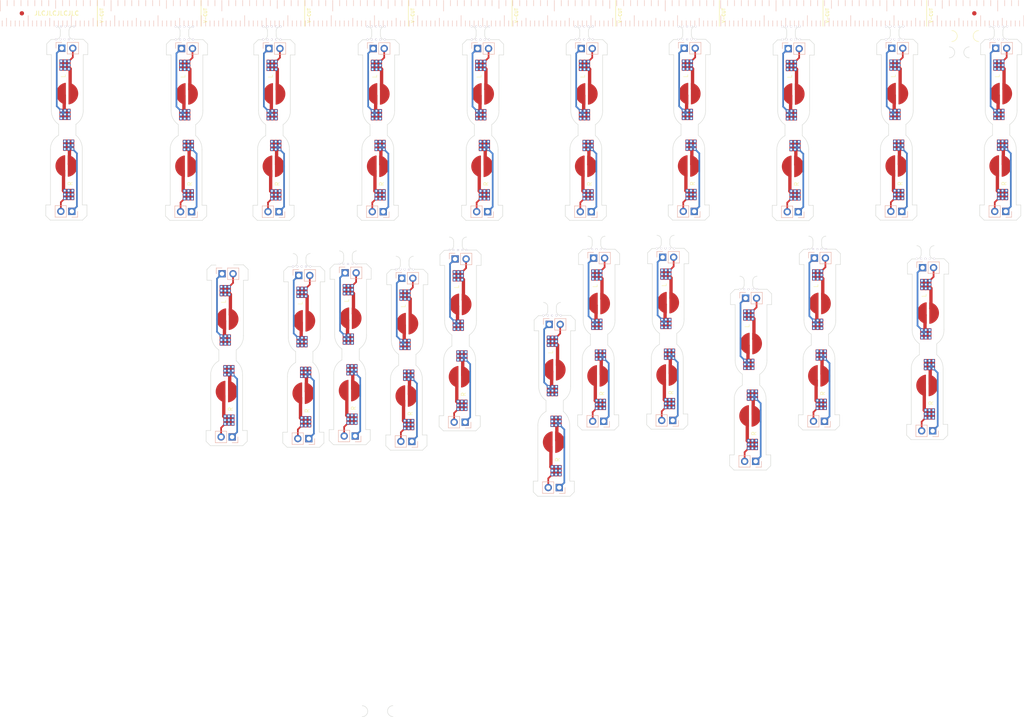
<source format=kicad_pcb>
(kicad_pcb (version 20211014) (generator pcbnew)
  (layers (0 "F.Cu" signal) (31 "B.Cu" signal) (34 "B.Paste" user) (35 "F.Paste" user) (36 "B.SilkS" user "B.Silkscreen") (37 "F.SilkS" user "F.Silkscreen") (38 "B.Mask" user) (39 "F.Mask" user) (44 "Edge.Cuts" user))
  (net 0 "")
  (net 1 "Net-(J1-Pad1)")
  (net 2 "Net-(J1-Pad2)")
  (net 3 "Net-(J2-Pad1)")
  (net 4 "Net-(J2-Pad2)")
  (footprint "PhobGCC_Footprints:Trigger_Contact" (layer "F.Cu") (at 268.408497 114.680086 90)
    (fp_text reference "SW1" hide)
    (fp_text value "L")
  )
  (footprint "PhobGCC_Footprints:Trigger_Contact" (layer "F.Cu") (at 182.239001 73.735758 -90)
    (fp_text reference "SW2" hide)
    (fp_text value "R")
  )
  (footprint "PhobGCC_Footprints:Trigger_Contact" (layer "F.Cu") (at 268.245 131.4 -90)
    (fp_text reference "SW2" hide)
    (fp_text value "R")
  )
  (footprint "PhobGCC_Footprints:Trigger_Contact" (layer "F.Cu") (at 201.145 122.35 -90)
    (fp_text reference "SW2" hide)
    (fp_text value "R")
  )
  (footprint "PhobGCC_Footprints:Trigger_Contact" (layer "F.Cu") (at 249.095 121.95 -90)
    (fp_text reference "SW2" hide)
    (fp_text value "R")
  )
  (footprint "PhobGCC_Footprints:breakaway-mousebites-double" (layer "F.Cu") (at 206.291997 64.107908 180)
    (fp_text reference "H2" hide)
    (fp_text value "MouseBiteRA" hide)
    (fp_line (start -2.233 -2.537893) (end -2.233 0.002107) (layer "Edge.Cuts") (width 0.1))
    (fp_line (start 1.767 -2.537893) (end 1.767 0.002107) (layer "Edge.Cuts") (width 0.1))
  )
  (footprint "PhobGCC_Footprints:Trigger_Contact" (layer "F.Cu") (at 138.116982 57.015844 90)
    (fp_text reference "SW1" hide)
    (fp_text value "L")
  )
  (footprint "PhobGCC_Footprints:Trigger_Contact" (layer "F.Cu") (at 147.483507 109.047572 90)
    (fp_text reference "SW1" hide)
    (fp_text value "L")
  )
  (footprint "PhobGCC_Footprints:breakaway-mousebites-double" (layer "F.Cu") (at 268.195497 121.77215 180)
    (fp_text reference "H2" hide)
    (fp_text value "MouseBiteRA" hide)
    (fp_line (start -2.233 -2.537893) (end -2.233 0.002107) (layer "Edge.Cuts") (width 0.1))
    (fp_line (start 1.767 -2.537893) (end 1.767 0.002107) (layer "Edge.Cuts") (width 0.1))
  )
  (footprint "PhobGCC_Footprints:breakaway-mousebites-double" (layer "F.Cu") (at 137.903982 64.107908 180)
    (fp_text reference "H2" hide)
    (fp_text value "MouseBiteRA" hide)
    (fp_line (start 1.767 -2.537893) (end 1.767 0.002107) (layer "Edge.Cuts") (width 0.1))
    (fp_line (start -2.233 -2.537893) (end -2.233 0.002107) (layer "Edge.Cuts") (width 0.1))
  )
  (footprint "Phob:mouse-bite-2.54mm-slot" (layer "F.Cu") (at 318.85 46.15)
    (fp_text reference "mouse-bite-2.54mm-slot" hide)
    (fp_text value "VAL**" hide)
    (fp_arc (start 0 2.54) (mid -1.27 1.27) (end 0 0) (layer "Edge.Cuts") (width 0.1))
    (fp_arc (start -4.66 0) (mid -3.39 1.27) (end -4.66 2.54) (layer "Edge.Cuts") (width 0.1))
  )
  (footprint "PhobGCC_Footprints:breakaway-mousebites-double" (layer "F.Cu") (at 147.270507 116.139636 180)
    (fp_text reference "H2" hide)
    (fp_text value "MouseBiteRA" hide)
    (fp_line (start -2.233 -2.537893) (end -2.233 0.002107) (layer "Edge.Cuts") (width 0.1))
    (fp_line (start 1.767 -2.537893) (end 1.767 0.002107) (layer "Edge.Cuts") (width 0.1))
  )
  (footprint "PhobGCC_Footprints:breakaway-mousebites-double" (layer "F.Cu") (at 284.094919 112.512479 180)
    (fp_text reference "H2" hide)
    (fp_text value "MouseBiteRA" hide)
    (fp_line (start -2.233 -2.537893) (end -2.233 0.002107) (layer "Edge.Cuts") (width 0.1))
    (fp_line (start 1.767 -2.537893) (end 1.767 0.002107) (layer "Edge.Cuts") (width 0.1))
  )
  (footprint "PhobGCC_Footprints:Trigger_Contact" (layer "F.Cu") (at 206.3415 73.735758 -90)
    (fp_text reference "SW2" hide)
    (fp_text value "R")
  )
  (footprint "Phob:mouse-bite-2.54mm-longer-slot" (layer "F.Cu") (at 184.13 198.338353)
    (fp_text reference "mouse-bite-2.54mm-slot" hide)
    (fp_text value "VAL**" hide)
    (fp_arc (start 1.6 2.51) (mid 0.33 1.24) (end 1.6 -0.03) (layer "Edge.Cuts") (width 0.1))
    (fp_arc (start -5.52 0) (mid -4.25 1.27) (end -5.52 2.54) (layer "Edge.Cuts") (width 0.1))
  )
  (footprint "PhobGCC_Footprints:Trigger_Contact" (layer "F.Cu") (at 254.066503 73.669914 -90)
    (fp_text reference "SW2" hide)
    (fp_text value "R")
  )
  (footprint "PhobGCC_Footprints:Trigger_Contact" (layer "F.Cu") (at 175.908497 108.830086 90)
    (fp_text reference "SW1" hide)
    (fp_text value "L")
  )
  (footprint "PhobGCC_Footprints:breakaway-mousebites-double" (layer "F.Cu") (at 278.037 64.138064 180)
    (fp_text reference "H2" hide)
    (fp_text value "MouseBiteRA" hide)
    (fp_line (start 1.767 -2.537893) (end 1.767 0.002107) (layer "Edge.Cuts") (width 0.1))
    (fp_line (start -2.233 -2.537893) (end -2.233 0.002107) (layer "Edge.Cuts") (width 0.1))
  )
  (footprint "PhobGCC_Footprints:Trigger_Contact" (layer "F.Cu") (at 326.18 56.95 90)
    (fp_text reference "SW1" hide)
    (fp_text value "L")
  )
  (footprint "PhobGCC_Footprints:Trigger_Contact" (layer "F.Cu") (at 206.504997 57.015844 90)
    (fp_text reference "SW1" hide)
    (fp_text value "L")
  )
  (footprint "PhobGCC_Footprints:breakaway-mousebites-double" (layer "F.Cu") (at 254.017 64.042064 180)
    (fp_text reference "H2" hide)
    (fp_text value "MouseBiteRA" hide)
    (fp_line (start 1.767 -2.537893) (end 1.767 0.002107) (layer "Edge.Cuts") (width 0.1))
    (fp_line (start -2.233 -2.537893) (end -2.233 0.002107) (layer "Edge.Cuts") (width 0.1))
  )
  (footprint "PhobGCC_Footprints:breakaway-mousebites-double" (layer "F.Cu") (at 325.967 64.042064 180)
    (fp_text reference "H2" hide)
    (fp_text value "MouseBiteRA" hide)
    (fp_line (start -2.233 -2.537893) (end -2.233 0.002107) (layer "Edge.Cuts") (width 0.1))
    (fp_line (start 1.767 -2.537893) (end 1.767 0.002107) (layer "Edge.Cuts") (width 0.1))
  )
  (footprint "PhobGCC_Footprints:breakaway-mousebites-double" (layer "F.Cu") (at 233.095497 112.52215 180)
    (fp_text reference "H2" hide)
    (fp_text value "MouseBiteRA" hide)
    (fp_line (start -2.233 -2.537893) (end -2.233 0.002107) (layer "Edge.Cuts") (width 0.1))
    (fp_line (start 1.767 -2.537893) (end 1.767 0.002107) (layer "Edge.Cuts") (width 0.1))
  )
  (footprint "PhobGCC_Footprints:Trigger_Contact" (layer "F.Cu") (at 302.016503 73.669914 -90)
    (fp_text reference "SW2" hide)
    (fp_text value "R")
  )
  (footprint "PhobGCC_Footprints:Trigger_Contact" (layer "F.Cu") (at 309.294998 107.637011 90)
    (fp_text reference "SW1" hide)
    (fp_text value "L")
  )
  (footprint "PhobGCC_Footprints:breakaway-mousebites-double" (layer "F.Cu") (at 249.045497 112.32215 180)
    (fp_text reference "H2" hide)
    (fp_text value "MouseBiteRA" hide)
    (fp_line (start -2.233 -2.537893) (end -2.233 0.002107) (layer "Edge.Cuts") (width 0.1))
    (fp_line (start 1.767 -2.537893) (end 1.767 0.002107) (layer "Edge.Cuts") (width 0.1))
  )
  (footprint "PhobGCC_Footprints:breakaway-mousebites-double" (layer "F.Cu") (at 301.967 64.042064 180)
    (fp_text reference "H2" hide)
    (fp_text value "MouseBiteRA" hide)
    (fp_line (start -2.233 -2.537893) (end -2.233 0.002107) (layer "Edge.Cuts") (width 0.1))
    (fp_line (start 1.767 -2.537893) (end 1.767 0.002107) (layer "Edge.Cuts") (width 0.1))
  )
  (footprint "PhobGCC_Footprints:Trigger_Contact" (layer "F.Cu") (at 254.23 56.95 90)
    (fp_text reference "SW1" hide)
    (fp_text value "L")
  )
  (footprint "PhobGCC_Footprints:Trigger_Contact" (layer "F.Cu") (at 188.845 126.8 -90)
    (fp_text reference "SW2" hide)
    (fp_text value "R")
  )
  (footprint "PhobGCC_Footprints:Trigger_Contact" (layer "F.Cu") (at 278.25 57.046 90)
    (fp_text reference "SW1" hide)
    (fp_text value "L")
  )
  (footprint "PhobGCC_Footprints:breakaway-mousebites-double" (layer "F.Cu") (at 230.239498 64.107908 180)
    (fp_text reference "H2" hide)
    (fp_text value "MouseBiteRA" hide)
    (fp_line (start -2.233 -2.537893) (end -2.233 0.002107) (layer "Edge.Cuts") (width 0.1))
    (fp_line (start 1.767 -2.537893) (end 1.767 0.002107) (layer "Edge.Cuts") (width 0.1))
  )
  (footprint "PhobGCC_Footprints:Trigger_Contact" (layer "F.Cu") (at 175.745 125.55 -90)
    (fp_text reference "SW2" hide)
    (fp_text value "R")
  )
  (footprint "PhobGCC_Footprints:Trigger_Contact" (layer "F.Cu") (at 233.308497 105.430086 90)
    (fp_text reference "SW1" hide)
    (fp_text value "L")
  )
  (footprint "Mousebites:mouse-bite-2.54mm-slot-long" (layer "F.Cu") (at 317.9 43.65)
    (fp_text reference "." hide)
    (fp_text value "." hide)
  )
  (footprint "PhobGCC_Footprints:Trigger_Contact" (layer "F.Cu") (at 182.402498 57.015844 90)
    (fp_text reference "SW1" hide)
    (fp_text value "L")
  )
  (footprint "PhobGCC_Footprints:Trigger_Contact" (layer "F.Cu") (at 278.086503 73.765914 -90)
    (fp_text reference "SW2" hide)
    (fp_text value "R")
  )
  (footprint "PhobGCC_Footprints:Trigger_Contact" (layer "F.Cu") (at 201.308497 105.630086 90)
    (fp_text reference "SW1" hide)
    (fp_text value "L")
  )
  (footprint "PhobGCC_Footprints:Trigger_Contact" (layer "F.Cu") (at 302.18 56.95 90)
    (fp_text reference "SW1" hide)
    (fp_text value "L")
  )
  (footprint "PhobGCC_Footprints:breakaway-mousebites-double" (layer "F.Cu") (at 158.101 64.107908 180)
    (fp_text reference "H2" hide)
    (fp_text value "MouseBiteRA" hide)
    (fp_line (start 1.767 -2.537893) (end 1.767 0.002107) (layer "Edge.Cuts") (width 0.1))
    (fp_line (start -2.233 -2.537893) (end -2.233 0.002107) (layer "Edge.Cuts") (width 0.1))
  )
  (footprint "PhobGCC_Footprints:Trigger_Contact" (layer "F.Cu") (at 326.016503 73.669914 -90)
    (fp_text reference "SW2" hide)
    (fp_text value "R")
  )
  (footprint "PhobGCC_Footprints:Trigger_Contact" (layer "F.Cu") (at 284.144422 122.140329 -90)
    (fp_text reference "SW2" hide)
    (fp_text value "R")
  )
  (footprint "PhobGCC_Footprints:breakaway-mousebites-double" (layer "F.Cu") (at 164.995497 116.52215 180)
    (fp_text reference "H2" hide)
    (fp_text value "MouseBiteRA" hide)
    (fp_line (start -2.233 -2.537893) (end -2.233 0.002107) (layer "Edge.Cuts") (width 0.1))
    (fp_line (start 1.767 -2.537893) (end 1.767 0.002107) (layer "Edge.Cuts") (width 0.1))
  )
  (footprint "PhobGCC_Footprints:Trigger_Contact" (layer "F.Cu") (at 189.008497 110.080086 90)
    (fp_text reference "SW1" hide)
    (fp_text value "L")
  )
  (footprint "PhobGCC_Footprints:breakaway-mousebites-double" (layer "F.Cu") (at 110.257361 64.032905 180)
    (fp_text reference "H2" hide)
    (fp_text value "MouseBiteRA" hide)
    (fp_line (start -2.233 -2.537893) (end -2.233 0.002107) (layer "Edge.Cuts") (width 0.1))
    (fp_line (start 1.767 -2.537893) (end 1.767 0.002107) (layer "Edge.Cuts") (width 0.1))
  )
  (footprint "PhobGCC_Footprints:breakaway-mousebites-double" (layer "F.Cu") (at 188.795497 117.17215 180)
    (fp_text reference "H2" hide)
    (fp_text value "MouseBiteRA" hide)
    (fp_line (start -2.233 -2.537893) (end -2.233 0.002107) (layer "Edge.Cuts") (width 0.1))
    (fp_line (start 1.767 -2.537893) (end 1.767 0.002107) (layer "Edge.Cuts") (width 0.1))
  )
  (footprint "PhobGCC_Footprints:Trigger_Contact" (layer "F.Cu") (at 165.045 126.15 -90)
    (fp_text reference "SW2" hide)
    (fp_text value "R")
  )
  (footprint "PhobGCC_Footprints:Trigger_Contact" (layer "F.Cu") (at 223.049272 120.735077 90)
    (fp_text reference "SW1" hide)
    (fp_text value "L")
  )
  (footprint "PhobGCC_Footprints:Trigger_Contact" (layer "F.Cu") (at 147.32001 125.767486 -90)
    (fp_text reference "SW2" hide)
    (fp_text value "R")
  )
  (footprint "PhobGCC_Footprints:Trigger_Contact" (layer "F.Cu") (at 284.307919 105.420415 90)
    (fp_text reference "SW1" hide)
    (fp_text value "L")
  )
  (footprint "PhobGCC_Footprints:Trigger_Contact" (layer "F.Cu") (at 137.953485 73.735758 -90)
    (fp_text reference "SW2" hide)
    (fp_text value "R")
  )
  (footprint "PhobGCC_Footprints:breakaway-mousebites-double" (layer "F.Cu") (at 175.695497 115.92215 180)
    (fp_text reference "H2" hide)
    (fp_text value "MouseBiteRA" hide)
    (fp_line (start -2.233 -2.537893) (end -2.233 0.002107) (layer "Edge.Cuts") (width 0.1))
    (fp_line (start 1.767 -2.537893) (end 1.767 0.002107) (layer "Edge.Cuts") (width 0.1))
  )
  (footprint "PhobGCC_Footprints:Trigger_Contact" (layer "F.Cu") (at 165.208497 109.430086 90)
    (fp_text reference "SW1" hide)
    (fp_text value "L")
  )
  (footprint "PhobGCC_Footprints:Trigger_Contact" (layer "F.Cu") (at 158.314 57.015844 90)
    (fp_text reference "SW1" hide)
    (fp_text value "L")
  )
  (footprint "PhobGCC_Footprints:Trigger_Contact" (layer "F.Cu") (at 110.470361 56.940841 90)
    (fp_text reference "SW1" hide)
    (fp_text value "L")
  )
  (footprint "PhobGCC_Footprints:Trigger_Contact" (layer "F.Cu") (at 110.306864 73.660755 -90)
    (fp_text reference "SW2" hide)
    (fp_text value "R")
  )
  (footprint "PhobGCC_Footprints:Trigger_Contact" (layer "F.Cu") (at 233.145 122.15 -90)
    (fp_text reference "SW2" hide)
    (fp_text value "R")
  )
  (footprint "PhobGCC_Footprints:Trigger_Contact" (layer "F.Cu") (at 230.289001 73.735758 -90)
    (fp_text reference "SW2" hide)
    (fp_text value "R")
  )
  (footprint "PhobGCC_Footprints:breakaway-mousebites-double" (layer "F.Cu") (at 182.189498 64.107908 180)
    (fp_text reference "H2" hide)
    (fp_text value "MouseBiteRA" hide)
    (fp_line (start 1.767 -2.537893) (end 1.767 0.002107) (layer "Edge.Cuts") (width 0.1))
    (fp_line (start -2.233 -2.537893) (end -2.233 0.002107) (layer "Edge.Cuts") (width 0.1))
  )
  (footprint "PhobGCC_Footprints:breakaway-mousebites-double" (layer "F.Cu") (at 201.095497 112.72215 180)
    (fp_text reference "H2" hide)
    (fp_text value "MouseBiteRA" hide)
    (fp_line (start -2.233 -2.537893) (end -2.233 0.002107) (layer "Edge.Cuts") (width 0.1))
    (fp_line (start 1.767 -2.537893) (end 1.767 0.002107) (layer "Edge.Cuts") (width 0.1))
  )
  (footprint "PhobGCC_Footprints:Trigger_Contact" (layer "F.Cu") (at 158.150503 73.735758 -90)
    (fp_text reference "SW2" hide)
    (fp_text value "R")
  )
  (footprint "PhobGCC_Footprints:Trigger_Contact" (layer "F.Cu") (at 309.131501 124.356925 -90)
    (fp_text reference "SW2" hide)
    (fp_text value "R")
  )
  (footprint "PhobGCC_Footprints:Trigger_Contact" (layer "F.Cu") (at 222.885775 137.454991 -90)
    (fp_text reference "SW2" hide)
    (fp_text value "R")
  )
  (footprint "PhobGCC_Footprints:breakaway-mousebites-double" (layer "F.Cu") (at 222.836272 127.827141 180)
    (fp_text reference "H2" hide)
    (fp_text value "MouseBiteRA" hide)
    (fp_line (start -2.233 -2.537893) (end -2.233 0.002107) (layer "Edge.Cuts") (width 0.1))
    (fp_line (start 1.767 -2.537893) (end 1.767 0.002107) (layer "Edge.Cuts") (width 0.1))
  )
  (footprint "PhobGCC_Footprints:breakaway-mousebites-double" (layer "F.Cu") (at 309.081998 114.729075 180)
    (fp_text reference "H2" hide)
    (fp_text value "MouseBiteRA" hide)
    (fp_line (start -2.233 -2.537893) (end -2.233 0.002107) (layer "Edge.Cuts") (width 0.1))
    (fp_line (start 1.767 -2.537893) (end 1.767 0.002107) (layer "Edge.Cuts") (width 0.1))
  )
  (footprint "PhobGCC_Footprints:Trigger_Contact" (layer "F.Cu") (at 249.258497 105.230086 90)
    (fp_text reference "SW1" hide)
    (fp_text value "L")
  )
  (footprint "PhobGCC_Footprints:Trigger_Contact" (layer "F.Cu") (at 230.452498 57.015844 90)
    (fp_text reference "SW1" hide)
    (fp_text value "L")
  )
  (footprint "PhobGCC_Footprints:Pin_Header_Straight_1x02_Pitch2.54mm" (layer "B.Cu") (at 136.871985 46.530844 -90)
    (fp_text reference "J1" hide)
    (fp_text value "L" hide)
  )
  (footprint "PhobGCC_Footprints:Pin_Header_Straight_1x02_Pitch2.54mm" (layer "B.Cu") (at 252.985003 46.465 -90)
    (fp_text reference "J1" hide)
    (fp_text value "L" hide)
  )
  (footprint "PhobGCC_Footprints:Pin_Header_Straight_1x02_Pitch2.54mm" (layer "B.Cu") (at 200.0635 95.145086 -90)
    (fp_text reference "J1" hide)
    (fp_text value "L" hide)
  )
  (footprint "PhobGCC_Footprints:Pin_Header_Straight_1x02_Pitch2.54mm" (layer "B.Cu") (at 163.9635 98.945086 -90)
    (fp_text reference "J1" hide)
    (fp_text value "L" hide)
  )
  (footprint "PhobGCC_Footprints:Pin_Header_Straight_1x02_Pitch2.54mm" (layer "B.Cu") (at 324.935003 46.465 -90)
    (fp_text reference "J1" hide)
    (fp_text value "L" hide)
  )
  (footprint "PhobGCC_Footprints:Pin_Header_Straight_1x02_Pitch2.54mm" (layer "B.Cu") (at 283.062922 94.935415 -90)
    (fp_text reference "J1" hide)
    (fp_text value "L" hide)
  )
  (footprint "PhobGCC_Footprints:Pin_Header_Straight_1x02_Pitch2.54mm" (layer "B.Cu") (at 229.207501 46.530844 -90)
    (fp_text reference "J1" hide)
    (fp_text value "L" hide)
  )
  (footprint "PhobGCC_Footprints:Pin_Header_Straight_1x02_Pitch2.54mm" (layer "B.Cu") (at 250.339997 132.435 90)
    (fp_text reference "J2" hide)
    (fp_text value "R" hide)
  )
  (footprint "PhobGCC_Footprints:Pin_Header_Straight_1x02_Pitch2.54mm" (layer "B.Cu") (at 267.1635 104.195086 -90)
    (fp_text reference "J1" hide)
    (fp_text value "L" hide)
  )
  (footprint "PhobGCC_Footprints:Pin_Header_Straight_1x02_Pitch2.54mm" (layer "B.Cu") (at 232.0635 94.945086 -90)
    (fp_text reference "J1" hide)
    (fp_text value "L" hide)
  )
  (footprint "PhobGCC_Footprints:Pin_Header_Straight_1x02_Pitch2.54mm" (layer "B.Cu") (at 279.3315 84.250914 90)
    (fp_text reference "J2" hide)
    (fp_text value "R" hide)
  )
  (footprint "PhobGCC_Footprints:Pin_Header_Straight_1x02_Pitch2.54mm" (layer "B.Cu") (at 157.069003 46.530844 -90)
    (fp_text reference "J1" hide)
    (fp_text value "L" hide)
  )
  (footprint "PhobGCC_Footprints:Pin_Header_Straight_1x02_Pitch2.54mm" (layer "B.Cu") (at 221.804275 110.250077 -90)
    (fp_text reference "J1" hide)
    (fp_text value "L" hide)
  )
  (footprint "PhobGCC_Footprints:Pin_Header_Straight_1x02_Pitch2.54mm" (layer "B.Cu") (at 277.005003 46.561 -90)
    (fp_text reference "J1" hide)
    (fp_text value "L" hide)
  )
  (footprint "PhobGCC_Footprints:Pin_Header_Straight_1x02_Pitch2.54mm" (layer "B.Cu") (at 303.2615 84.154914 90)
    (fp_text reference "J2" hide)
    (fp_text value "R" hide)
  )
  (footprint "PhobGCC_Footprints:Pin_Header_Straight_1x02_Pitch2.54mm" (layer "B.Cu") (at 327.2615 84.154914 90)
    (fp_text reference "J2" hide)
    (fp_text value "R" hide)
  )
  (footprint "PhobGCC_Footprints:Pin_Header_Straight_1x02_Pitch2.54mm" (layer "B.Cu") (at 285.389419 132.625329 90)
    (fp_text reference "J2" hide)
    (fp_text value "R" hide)
  )
  (footprint "PhobGCC_Footprints:Pin_Header_Straight_1x02_Pitch2.54mm" (layer "B.Cu") (at 159.3955 84.220758 90)
    (fp_text reference "J2" hide)
    (fp_text value "R" hide)
  )
  (footprint "PhobGCC_Footprints:Pin_Header_Straight_1x02_Pitch2.54mm" (layer "B.Cu") (at 308.050001 97.152011 -90)
    (fp_text reference "J1" hide)
    (fp_text value "L" hide)
  )
  (footprint "PhobGCC_Footprints:Pin_Header_Straight_1x02_Pitch2.54mm" (layer "B.Cu") (at 205.26 46.530844 -90)
    (fp_text reference "J1" hide)
    (fp_text value "L" hide)
  )
  (footprint "PhobGCC_Footprints:Pin_Header_Straight_1x02_Pitch2.54mm" (layer "B.Cu") (at 166.289997 136.635 90)
    (fp_text reference "J2" hide)
    (fp_text value "R" hide)
  )
  (footprint "PhobGCC_Footprints:Pin_Header_Straight_1x02_Pitch2.54mm" (layer "B.Cu") (at 190.089997 137.285 90)
    (fp_text reference "J2" hide)
    (fp_text value "R" hide)
  )
  (footprint "PhobGCC_Footprints:Pin_Header_Straight_1x02_Pitch2.54mm" (layer "B.Cu") (at 111.551861 84.145755 90)
    (fp_text reference "J2" hide)
    (fp_text value "R" hide)
  )
  (footprint "PhobGCC_Footprints:Pin_Header_Straight_1x02_Pitch2.54mm" (layer "B.Cu") (at 202.389997 132.835 90)
    (fp_text reference "J2" hide)
    (fp_text value "R" hide)
  )
  (footprint "PhobGCC_Footprints:Pin_Header_Straight_1x02_Pitch2.54mm" (layer "B.Cu") (at 234.389997 132.635 90)
    (fp_text reference "J2" hide)
    (fp_text value "R" hide)
  )
  (footprint "PhobGCC_Footprints:Pin_Header_Straight_1x02_Pitch2.54mm" (layer "B.Cu") (at 207.586497 84.220758 90)
    (fp_text reference "J2" hide)
    (fp_text value "R" hide)
  )
  (footprint "PhobGCC_Footprints:Pin_Header_Straight_1x02_Pitch2.54mm" (layer "B.Cu") (at 174.6635 98.345086 -90)
    (fp_text reference "J1" hide)
    (fp_text value "L" hide)
  )
  (footprint "PhobGCC_Footprints:Pin_Header_Straight_1x02_Pitch2.54mm" (layer "B.Cu") (at 181.157501 46.530844 -90)
    (fp_text reference "J1" hide)
    (fp_text value "L" hide)
  )
  (footprint "PhobGCC_Footprints:Pin_Header_Straight_1x02_Pitch2.54mm" (layer "B.Cu") (at 224.130772 147.939991 90)
    (fp_text reference "J2" hide)
    (fp_text value "R" hide)
  )
  (footprint "PhobGCC_Footprints:Pin_Header_Straight_1x02_Pitch2.54mm" (layer "B.Cu") (at 187.7635 99.595086 -90)
    (fp_text reference "J1" hide)
    (fp_text value "L" hide)
  )
  (footprint "PhobGCC_Footprints:Pin_Header_Straight_1x02_Pitch2.54mm" (layer "B.Cu") (at 310.376498 134.841925 90)
    (fp_text reference "J2" hide)
    (fp_text value "R" hide)
  )
  (footprint "PhobGCC_Footprints:Pin_Header_Straight_1x02_Pitch2.54mm" (layer "B.Cu") (at 109.225364 46.455841 -90)
    (fp_text reference "J1" hide)
    (fp_text value "L" hide)
  )
  (footprint "PhobGCC_Footprints:Pin_Header_Straight_1x02_Pitch2.54mm" (layer "B.Cu") (at 231.533998 84.220758 90)
    (fp_text reference "J2" hide)
    (fp_text value "R" hide)
  )
  (footprint "PhobGCC_Footprints:Pin_Header_Straight_1x02_Pitch2.54mm" (layer "B.Cu") (at 139.198482 84.220758 90)
    (fp_text reference "J2" hide)
    (fp_text value "R" hide)
  )
  (footprint "PhobGCC_Footprints:Pin_Header_Straight_1x02_Pitch2.54mm" (layer "B.Cu") (at 300.935003 46.465 -90)
    (fp_text reference "J1" hide)
    (fp_text value "L" hide)
  )
  (footprint "PhobGCC_Footprints:Pin_Header_Straight_1x02_Pitch2.54mm" (layer "B.Cu") (at 146.23851 98.562572 -90)
    (fp_text reference "J1" hide)
    (fp_text value "L" hide)
  )
  (footprint "PhobGCC_Footprints:Pin_Header_Straight_1x02_Pitch2.54mm" (layer "B.Cu") (at 183.483998 84.220758 90)
    (fp_text reference "J2" hide)
    (fp_text value "R" hide)
  )
  (footprint "PhobGCC_Footprints:Pin_Header_Straight_1x02_Pitch2.54mm" (layer "B.Cu") (at 255.3115 84.154914 90)
    (fp_text reference "J2" hide)
    (fp_text value "R" hide)
  )
  (footprint "PhobGCC_Footprints:Pin_Header_Straight_1x02_Pitch2.54mm" (layer "B.Cu") (at 269.489997 141.885 90)
    (fp_text reference "J2" hide)
    (fp_text value "R" hide)
  )
  (footprint "PhobGCC_Footprints:Pin_Header_Straight_1x02_Pitch2.54mm" (layer "B.Cu") (at 176.989997 136.035 90)
    (fp_text reference "J2" hide)
    (fp_text value "R" hide)
  )
  (footprint "PhobGCC_Footprints:Pin_Header_Straight_1x02_Pitch2.54mm" (layer "B.Cu") (at 148.565007 136.252486 90)
    (fp_text reference "J2" hide)
    (fp_text value "R" hide)
  )
  (footprint "PhobGCC_Footprints:Pin_Header_Straight_1x02_Pitch2.54mm" (layer "B.Cu") (at 248.0135 94.745086 -90)
    (fp_text reference "J1" hide)
    (fp_text value "L" hide)
  )
  (gr_circle (center 100 38.4) (end 100.5 38.4) (layer "F.Cu") (width 0) (fill solid))
  (gr_circle (center 320 38.4) (end 320.5 38.4) (layer "F.Cu") (width 0) (fill solid))
  (gr_line (start 223 35.4) (end 223 37.9) (layer "B.SilkS") (width 0.1))
  (gr_line (start 154.2 35.4) (end 154.2 36.7) (layer "B.SilkS") (width 0.1))
  (gr_line (start 149.4 35.4) (end 149.4 36.7) (layer "B.SilkS") (width 0.1))
  (gr_line (start 203.8 35.4) (end 203.8 36.7) (layer "B.SilkS") (width 0.1))
  (gr_line (start 136.6 35.4) (end 136.6 36.7) (layer "B.SilkS") (width 0.1))
  (gr_line (start 205.4 35.4) (end 205.4 36.7) (layer "B.SilkS") (width 0.1))
  (gr_line (start 288.45 40.1) (end 288.45 41.4) (layer "B.SilkS") (width 0.1))
  (gr_line (start 96.45 39.5) (end 96.45 41.4) (layer "B.SilkS") (width 0.1))
  (gr_line (start 263 35.4) (end 263 36.7) (layer "B.SilkS") (width 0.1))
  (gr_line (start 207.45 40.1) (end 207.45 41.4) (layer "B.SilkS") (width 0.1))
  (gr_line (start 186.2 35.4) (end 186.2 36.7) (layer "B.SilkS") (width 0.1))
  (gr_line (start 96.6 35.4) (end 96.6 36.7) (layer "B.SilkS") (width 0.1))
  (gr_line (start 210.2 35.4) (end 210.2 37.3) (layer "B.SilkS") (width 0.1))
  (gr_line (start 326.45 39.5) (end 326.45 41.4) (layer "B.SilkS") (width 0.1))
  (gr_line (start 171.8 35.4) (end 171.8 37.9) (layer "B.SilkS") (width 0.1))
  (gr_line (start 183 35.4) (end 183 36.7) (layer "B.SilkS") (width 0.1))
  (gr_line (start 115.8 35.4) (end 115.8 36.7) (layer "B.SilkS") (width 0.1))
  (gr_line (start 98.45 40.1) (end 98.45 41.4) (layer "B.SilkS") (width 0.1))
  (gr_line (start 296.6 35.4) (end 296.6 36.7) (layer "B.SilkS") (width 0.1))
  (gr_line (start 105.45 40.1) (end 105.45 41.4) (layer "B.SilkS") (width 0.1))
  (gr_line (start 187.45 40.1) (end 187.45 41.4) (layer "B.SilkS") (width 0.1))
  (gr_line (start 250.2 35.4) (end 250.2 36.7) (layer "B.SilkS") (width 0.1))
  (gr_line (start 109.45 40.1) (end 109.45 41.4) (layer "B.SilkS") (width 0.1))
  (gr_line (start 283.45 40.1) (end 283.45 41.4) (layer "B.SilkS") (width 0.1))
  (gr_line (start 180.45 40.1) (end 180.45 41.4) (layer "B.SilkS") (width 0.1))
  (gr_line (start 237.4 35.4) (end 237.4 36.7) (layer "B.SilkS") (width 0.1))
  (gr_line (start 164.45 40.1) (end 164.45 41.4) (layer "B.SilkS") (width 0.1))
  (gr_line (start 308.45 40.1) (end 308.45 41.4) (layer "B.SilkS") (width 0.1))
  (gr_line (start 227.45 40.1) (end 227.45 41.4) (layer "B.SilkS") (width 0.1))
  (gr_line (start 103 35.4) (end 103 36.7) (layer "B.SilkS") (width 0.1))
  (gr_line (start 322.45 40.1) (end 322.45 41.4) (layer "B.SilkS") (width 0.1))
  (gr_line (start 166.45 39.5) (end 166.45 41.4) (layer "B.SilkS") (width 0.1))
  (gr_line (start 197.4 35.4) (end 197.4 37.9) (layer "B.SilkS") (width 0.1))
  (gr_line (start 252.45 40.1) (end 252.45 41.4) (layer "B.SilkS") (width 0.1))
  (gr_line (start 312.6 35.4) (end 312.6 37.3) (layer "B.SilkS") (width 0.1))
  (gr_line (start 181.4 35.4) (end 181.4 36.7) (layer "B.SilkS") (width 0.1))
  (gr_line (start 329.45 40.1) (end 329.45 41.4) (layer "B.SilkS") (width 0.1))
  (gr_line (start 162.2 35.4) (end 162.2 36.7) (layer "B.SilkS") (width 0.1))
  (gr_line (start 155.8 35.4) (end 155.8 36.7) (layer "B.SilkS") (width 0.1))
  (gr_line (start 190.45 40.1) (end 190.45 41.4) (layer "B.SilkS") (width 0.1))
  (gr_line (start 303 35.4) (end 303 36.7) (layer "B.SilkS") (width 0.1))
  (gr_line (start 311 35.4) (end 311 36.7) (layer "B.SilkS") (width 0.1))
  (gr_line (start 238.45 40.1) (end 238.45 41.4) (layer "B.SilkS") (width 0.1))
  (gr_line (start 160.6 35.4) (end 160.6 36.7) (layer "B.SilkS") (width 0.1))
  (gr_line (start 176.6 35.4) (end 176.6 36.7) (layer "B.SilkS") (width 0.1))
  (gr_line (start 306.45 39.5) (end 306.45 41.4) (layer "B.SilkS") (width 0.1))
  (gr_line (start 165.45 40.1) (end 165.45 41.4) (layer "B.SilkS") (width 0.1))
  (gr_line (start 219.8 35.4) (end 219.8 36.7) (layer "B.SilkS") (width 0.1))
  (gr_line (start 204.45 40.1) (end 204.45 41.4) (layer "B.SilkS") (width 0.1))
  (gr_line (start 127.45 40.1) (end 127.45 41.4) (layer "B.SilkS") (width 0.1))
  (gr_line (start 277.45 40.1) (end 277.45 41.4) (layer "B.SilkS") (width 0.1))
  (gr_line (start 235.45 40.1) (end 235.45 41.4) (layer "B.SilkS") (width 0.1))
  (gr_line (start 103.45 40.1) (end 103.45 41.4) (layer "B.SilkS") (width 0.1))
  (gr_line (start 147.8 35.4) (end 147.8 36.7) (layer "B.SilkS") (width 0.1))
  (gr_line (start 146.45 39.5) (end 146.45 41.4) (layer "B.SilkS") (width 0.1))
  (gr_line (start 184.6 35.4) (end 184.6 37.3) (layer "B.SilkS") (width 0.1))
  (gr_line (start 307.8 35.4) (end 307.8 36.7) (layer "B.SilkS") (width 0.1))
  (gr_line (start 122.2 35.4) (end 122.2 36.7) (layer "B.SilkS") (width 0.1))
  (gr_line (start 95 35.4) (end 95 37.9) (layer "B.SilkS") (width 0.1))
  (gr_line (start 162.45 40.1) (end 162.45 41.4) (layer "B.SilkS") (width 0.1))
  (gr_line (start 279.45 40.1) (end 279.45 41.4) (layer "B.SilkS") (width 0.1))
  (gr_line (start 293.4 35.4) (end 293.4 36.7) (layer "B.SilkS") (width 0.1))
  (gr_line (start 281.45 38.9) (end 281.45 41.4) (layer "B.SilkS") (width 0.1))
  (gr_line (start 248.45 40.1) (end 248.45 41.4) (layer "B.SilkS") (width 0.1))
  (gr_line (start 189.4 35.4) (end 189.4 36.7) (layer "B.SilkS") (width 0.1))
  (gr_line (start 127 35.4) (end 127 36.7) (layer "B.SilkS") (width 0.1))
  (gr_line (start 136.45 39.5) (end 136.45 41.4) (layer "B.SilkS") (width 0.1))
  (gr_line (start 328.45 40.1) (end 328.45 41.4) (layer "B.SilkS") (width 0.1))
  (gr_line (start 247 35.4) (end 247 36.7) (layer "B.SilkS") (width 0.1))
  (gr_line (start 225.45 40.1) (end 225.45 41.4) (layer "B.SilkS") (width 0.1))
  (gr_line (start 256.45 39.5) (end 256.45 41.4) (layer "B.SilkS") (width 0.1))
  (gr_line (start 163.8 35.4) (end 163.8 36.7) (layer "B.SilkS") (width 0.1))
  (gr_line (start 280.45 40.1) (end 280.45 41.4) (layer "B.SilkS") (width 0.1))
  (gr_line (start 207 35.4) (end 207 36.7) (layer "B.SilkS") (width 0.1))
  (gr_line (start 173.4 35.4) (end 173.4 36.7) (layer "B.SilkS") (width 0.1))
  (gr_line (start 279 35.4) (end 279 36.7) (layer "B.SilkS") (width 0.1))
  (gr_line (start 186.45 39.5) (end 186.45 41.4) (layer "B.SilkS") (width 0.1))
  (gr_line (start 160.45 40.1) (end 160.45 41.4) (layer "B.SilkS") (width 0.1))
  (gr_line (start 214.45 40.1) (end 214.45 41.4) (layer "B.SilkS") (width 0.1))
  (gr_line (start 149.45 40.1) (end 149.45 41.4) (layer "B.SilkS") (width 0.1))
  (gr_line (start 165.4 35.4) (end 165.4 36.7) (layer "B.SilkS") (width 0.1))
  (gr_line (start 237.45 40.1) (end 237.45 41.4) (layer "B.SilkS") (width 0.1))
  (gr_line (start 297.45 40.1) (end 297.45 41.4) (layer "B.SilkS") (width 0.1))
  (gr_line (start 233.45 40.1) (end 233.45 41.4) (layer "B.SilkS") (width 0.1))
  (gr_line (start 245.45 40.1) (end 245.45 41.4) (layer "B.SilkS") (width 0.1))
  (gr_line (start 327 35.4) (end 327 36.7) (layer "B.SilkS") (width 0.1))
  (gr_line (start 256.6 35.4) (end 256.6 36.7) (layer "B.SilkS") (width 0.1))
  (gr_line (start 192.6 35.4) (end 192.6 36.7) (layer "B.SilkS") (width 0.1))
  (gr_line (start 176.45 39.5) (end 176.45 41.4) (layer "B.SilkS") (width 0.1))
  (gr_line (start 226.45 39.5) (end 226.45 41.4) (layer "B.SilkS") (width 0.1))
  (gr_line (start 216.45 39.5) (end 216.45 41.4) (layer "B.SilkS") (width 0.1))
  (gr_line (start 125.4 35.4) (end 125.4 36.7) (layer "B.SilkS") (width 0.1))
  (gr_line (start 112.6 35.4) (end 112.6 36.7) (layer "B.SilkS") (width 0.1))
  (gr_line (start 152.6 35.4) (end 152.6 36.7) (layer "B.SilkS") (width 0.1))
  (gr_line (start 208.6 35.4) (end 208.6 36.7) (layer "B.SilkS") (width 0.1))
  (gr_line (start 291.8 35.4) (end 291.8 36.7) (layer "B.SilkS") (width 0.1))
  (gr_line (start 247.45 40.1) (end 247.45 41.4) (layer "B.SilkS") (width 0.1))
  (gr_line (start 137.45 40.1) (end 137.45 41.4) (layer "B.SilkS") (width 0.1))
  (gr_line (start 264.6 35.4) (end 264.6 36.7) (layer "B.SilkS") (width 0.1))
  (gr_line (start 100.45 40.1) (end 100.45 41.4) (layer "B.SilkS") (width 0.1))
  (gr_line (start 235.8 35.4) (end 235.8 37.3) (layer "B.SilkS") (width 0.1))
  (gr_line (start 313.45 40.1) (end 313.45 41.4) (layer "B.SilkS") (width 0.1))
  (gr_line (start 285.4 35.4) (end 285.4 36.7) (layer "B.SilkS") (width 0.1))
  (gr_line (start 330.45 40.1) (end 330.45 41.4) (layer "B.SilkS") (width 0.1))
  (gr_line (start 198.45 40.1) (end 198.45 41.4) (layer "B.SilkS") (width 0.1))
  (gr_line (start 151.45 38.9) (end 151.45 41.4) (layer "B.SilkS") (width 0.1))
  (gr_line (start 110.45 40.1) (end 110.45 41.4) (layer "B.SilkS") (width 0.1))
  (gr_line (start 323.8 35.4) (end 323.8 36.7) (layer "B.SilkS") (width 0.1))
  (gr_line (start 183.45 40.1) (end 183.45 41.4) (layer "B.SilkS") (width 0.1))
  (gr_line (start 319 35.4) (end 319 36.7) (layer "B.SilkS") (width 0.1))
  (gr_line (start 272.45 40.1) (end 272.45 41.4) (layer "B.SilkS") (width 0.1))
  (gr_line (start 269.4 35.4) (end 269.4 36.7) (layer "B.SilkS") (width 0.1))
  (gr_line (start 261.45 38.9) (end 261.45 41.4) (layer "B.SilkS") (width 0.1))
  (gr_line (start 194.45 40.1) (end 194.45 41.4) (layer "B.SilkS") (width 0.1))
  (gr_line (start 294.45 40.1) (end 294.45 41.4) (layer "B.SilkS") (width 0.1))
  (gr_line (start 199.45 40.1) (end 199.45 41.4) (layer "B.SilkS") (width 0.1))
  (gr_line (start 300.45 40.1) (end 300.45 41.4) (layer "B.SilkS") (width 0.1))
  (gr_line (start 271.45 38.9) (end 271.45 41.4) (layer "B.SilkS") (width 0.1))
  (gr_line (start 219.45 40.1) (end 219.45 41.4) (layer "B.SilkS") (width 0.1))
  (gr_line (start 266.2 35.4) (end 266.2 36.7) (layer "B.SilkS") (width 0.1))
  (gr_line (start 295.45 40.1) (end 295.45 41.4) (layer "B.SilkS") (width 0.1))
  (gr_line (start 189.45 40.1) (end 189.45 41.4) (layer "B.SilkS") (width 0.1))
  (gr_line (start 243.8 35.4) (end 243.8 36.7) (layer "B.SilkS") (width 0.1))
  (gr_line (start 188.45 40.1) (end 188.45 41.4) (layer "B.SilkS") (width 0.1))
  (gr_line (start 184.45 40.1) (end 184.45 41.4) (layer "B.SilkS") (width 0.1))
  (gr_line (start 158.45 40.1) (end 158.45 41.4) (layer "B.SilkS") (width 0.1))
  (gr_line (start 102.45 40.1) (end 102.45 41.4) (layer "B.SilkS") (width 0.1))
  (gr_line (start 245.4 35.4) (end 245.4 36.7) (layer "B.SilkS") (width 0.1))
  (gr_line (start 284.45 40.1) (end 284.45 41.4) (layer "B.SilkS") (width 0.1))
  (gr_line (start 144.6 35.4) (end 144.6 36.7) (layer "B.SilkS") (width 0.1))
  (gr_line (start 153.45 40.1) (end 153.45 41.4) (layer "B.SilkS") (width 0.1))
  (gr_line (start 101.4 35.4) (end 101.4 36.7) (layer "B.SilkS") (width 0.1))
  (gr_line (start 146.2 35.4) (end 146.2 37.9) (layer "B.SilkS") (width 0.1))
  (gr_line (start 175.45 40.1) (end 175.45 41.4) (layer "B.SilkS") (width 0.1))
  (gr_line (start 232.6 35.4) (end 232.6 36.7) (layer "B.SilkS") (width 0.1))
  (gr_line (start 117.45 40.1) (end 117.45 41.4) (layer "B.SilkS") (width 0.1))
  (gr_line (start 106.45 39.5) (end 106.45 41.4) (layer "B.SilkS") (width 0.1))
  (gr_line (start 254.45 40.1) (end 254.45 41.4) (layer "B.SilkS") (width 0.1))
  (gr_line (start 97.45 40.1) (end 97.45 41.4) (layer "B.SilkS") (width 0.1))
  (gr_line (start 132.45 40.1) (end 132.45 41.4) (layer "B.SilkS") (width 0.1))
  (gr_line (start 116.45 39.5) (end 116.45 41.4) (layer "B.SilkS") (width 0.1))
  (gr_line (start 133.4 35.4) (end 133.4 37.3) (layer "B.SilkS") (width 0.1))
  (gr_line (start 185.45 40.1) (end 185.45 41.4) (layer "B.SilkS") (width 0.1))
  (gr_line (start 167 35.4) (end 167 36.7) (layer "B.SilkS") (width 0.1))
  (gr_line (start 275.8 35.4) (end 275.8 36.7) (layer "B.SilkS") (width 0.1))
  (gr_line (start 327.45 40.1) (end 327.45 41.4) (layer "B.SilkS") (width 0.1))
  (gr_line (start 330.2 35.4) (end 330.2 36.7) (layer "B.SilkS") (width 0.1))
  (gr_line (start 260.45 40.1) (end 260.45 41.4) (layer "B.SilkS") (width 0.1))
  (gr_line (start 325.45 40.1) (end 325.45 41.4) (layer "B.SilkS") (width 0.1))
  (gr_line (start 211.45 38.9) (end 211.45 41.4) (layer "B.SilkS") (width 0.1))
  (gr_line (start 311.45 38.9) (end 311.45 41.4) (layer "B.SilkS") (width 0.1))
  (gr_line (start 320.45 40.1) (end 320.45 41.4) (layer "B.SilkS") (width 0.1))
  (gr_line (start 212.45 40.1) (end 212.45 41.4) (layer "B.SilkS") (width 0.1))
  (gr_line (start 111 35.4) (end 111 36.7) (layer "B.SilkS") (width 0.1))
  (gr_line (start 229.4 35.4) (end 229.4 36.7) (layer "B.SilkS") (width 0.1))
  (gr_line (start 140.45 40.1) (end 140.45 41.4) (layer "B.SilkS") (width 0.1))
  (gr_line (start 187.8 35.4) (end 187.8 36.7) (layer "B.SilkS") (width 0.1))
  (gr_line (start 156.45 39.5) (end 156.45 41.4) (layer "B.SilkS") (width 0.1))
  (gr_line (start 278.45 40.1) (end 278.45 41.4) (layer "B.SilkS") (width 0.1))
  (gr_line (start 203.45 40.1) (end 203.45 41.4) (layer "B.SilkS") (width 0.1))
  (gr_line (start 209.45 40.1) (end 209.45 41.4) (layer "B.SilkS") (width 0.1))
  (gr_line (start 280.6 35.4) (end 280.6 36.7) (layer "B.SilkS") (width 0.1))
  (gr_line (start 292.45 40.1) (end 292.45 41.4) (layer "B.SilkS") (width 0.1))
  (gr_line (start 142.45 40.1) (end 142.45 41.4) (layer "B.SilkS") (width 0.1))
  (gr_line (start 215 35.4) (end 215 36.7) (layer "B.SilkS") (width 0.1))
  (gr_line (start 169.45 40.1) (end 169.45 41.4) (layer "B.SilkS") (width 0.1))
  (gr_line (start 210.45 40.1) (end 210.45 41.4) (layer "B.SilkS") (width 0.1))
  (gr_line (start 266.45 39.5) (end 266.45 41.4) (layer "B.SilkS") (width 0.1))
  (gr_line (start 163.45 40.1) (end 163.45 41.4) (layer "B.SilkS") (width 0.1))
  (gr_line (start 161.45 38.9) (end 161.45 41.4) (layer "B.SilkS") (width 0.1))
  (gr_line (start 148.45 40.1) (end 148.45 41.4) (layer "B.SilkS") (width 0.1))
  (gr_line (start 155.45 40.1) (end 155.45 41.4) (layer "B.SilkS") (width 0.1))
  (gr_line (start 151 35.4) (end 151 36.7) (layer "B.SilkS") (width 0.1))
  (gr_line (start 301.4 35.4) (end 301.4 36.7) (layer "B.SilkS") (width 0.1))
  (gr_line (start 131.8 35.4) (end 131.8 36.7) (layer "B.SilkS") (width 0.1))
  (gr_line (start 181.45 38.9) (end 181.45 41.4) (layer "B.SilkS") (width 0.1))
  (gr_line (start 259.45 40.1) (end 259.45 41.4) (layer "B.SilkS") (width 0.1))
  (gr_line (start 273.45 40.1) (end 273.45 41.4) (layer "B.SilkS") (width 0.1))
  (gr_line (start 109.4 35.4) (end 109.4 36.7) (layer "B.SilkS") (width 0.1))
  (gr_line (start 263.45 40.1) (end 263.45 41.4) (layer "B.SilkS") (width 0.1))
  (gr_line (start 239 35.4) (end 239 36.7) (layer "B.SilkS") (width 0.1))
  (gr_line (start 178.45 40.1) (end 178.45 41.4) (layer "B.SilkS") (width 0.1))
  (gr_line (start 322.2 35.4) (end 322.2 36.7) (layer "B.SilkS") (width 0.1))
  (gr_line (start 191.45 38.9) (end 191.45 41.4) (layer "B.SilkS") (width 0.1))
  (gr_line (start 321.45 38.9) (end 321.45 41.4) (layer "B.SilkS") (width 0.1))
  (gr_line (start 239.45 40.1) (end 239.45 41.4) (layer "B.SilkS") (width 0.1))
  (gr_line (start 196.45 39.5) (end 196.45 41.4) (layer "B.SilkS") (width 0.1))
  (gr_line (start 191 35.4) (end 191 36.7) (layer "B.SilkS") (width 0.1))
  (gr_line (start 227.8 35.4) (end 227.8 36.7) (layer "B.SilkS") (width 0.1))
  (gr_line (start 314.45 40.1) (end 314.45 41.4) (layer "B.SilkS") (width 0.1))
  (gr_line (start 208.45 40.1) (end 208.45 41.4) (layer "B.SilkS") (width 0.1))
  (gr_line (start 118.45 40.1) (end 118.45 41.4) (layer "B.SilkS") (width 0.1))
  (gr_line (start 290.45 40.1) (end 290.45 41.4) (layer "B.SilkS") (width 0.1))
  (gr_line (start 126.45 39.5) (end 126.45 41.4) (layer "B.SilkS") (width 0.1))
  (gr_line (start 222.45 40.1) (end 222.45 41.4) (layer "B.SilkS") (width 0.1))
  (gr_line (start 231.45 38.9) (end 231.45 41.4) (layer "B.SilkS") (width 0.1))
  (gr_line (start 276.45 39.5) (end 276.45 41.4) (layer "B.SilkS") (width 0.1))
  (gr_line (start 179.8 35.4) (end 179.8 36.7) (layer "B.SilkS") (width 0.1))
  (gr_line (start 119.45 40.1) (end 119.45 41.4) (layer "B.SilkS") (width 0.1))
  (gr_line (start 154.45 40.1) (end 154.45 41.4) (layer "B.SilkS") (width 0.1))
  (gr_line (start 128.45 40.1) (end 128.45 41.4) (layer "B.SilkS") (width 0.1))
  (gr_line (start 261.4 35.4) (end 261.4 37.3) (layer "B.SilkS") (width 0.1))
  (gr_line (start 182.45 40.1) (end 182.45 41.4) (layer "B.SilkS") (width 0.1))
  (gr_line (start 323.45 40.1) (end 323.45 41.4) (layer "B.SilkS") (width 0.1))
  (gr_line (start 159.45 40.1) (end 159.45 41.4) (layer "B.SilkS") (width 0.1))
  (gr_line (start 120.6 35.4) (end 120.6 37.9) (layer "B.SilkS") (width 0.1))
  (gr_line (start 299.45 40.1) (end 299.45 41.4) (layer "B.SilkS") (width 0.1))
  (gr_line (start 240.45 40.1) (end 240.45 41.4) (layer "B.SilkS") (width 0.1))
  (gr_line (start 139.8 35.4) (end 139.8 36.7) (layer "B.SilkS") (width 0.1))
  (gr_line (start 167.45 40.1) (end 167.45 41.4) (layer "B.SilkS") (width 0.1))
  (gr_line (start 305.45 40.1) (end 305.45 41.4) (layer "B.SilkS") (width 0.1))
  (gr_line (start 199 35.4) (end 199 36.7) (layer "B.SilkS") (width 0.1))
  (gr_line (start 255 35.4) (end 255 36.7) (layer "B.SilkS") (width 0.1))
  (gr_line (start 325.4 35.4) (end 325.4 37.9) (layer "B.SilkS") (width 0.1))
  (gr_line (start 120.45 40.1) (end 120.45 41.4) (layer "B.SilkS") (width 0.1))
  (gr_line (start 293.45 40.1) (end 293.45 41.4) (layer "B.SilkS") (width 0.1))
  (gr_line (start 123.8 35.4) (end 123.8 36.7) (layer "B.SilkS") (width 0.1))
  (gr_line (start 226.2 35.4) (end 226.2 36.7) (layer "B.SilkS") (width 0.1))
  (gr_line (start 174.45 40.1) (end 174.45 41.4) (layer "B.SilkS") (width 0.1))
  (gr_line (start 123.45 40.1) (end 123.45 41.4) (layer "B.SilkS") (width 0.1))
  (gr_line (start 171.45 38.9) (end 171.45 41.4) (layer "B.SilkS") (width 0.1))
  (gr_line (start 170.45 40.1) (end 170.45 41.4) (layer "B.SilkS") (width 0.1))
  (gr_line (start 324.45 40.1) (end 324.45 41.4) (layer "B.SilkS") (width 0.1))
  (gr_line (start 319.45 40.1) (end 319.45 41.4) (layer "B.SilkS") (width 0.1))
  (gr_line (start 251.8 35.4) (end 251.8 36.7) (layer "B.SilkS") (width 0.1))
  (gr_line (start 125.45 40.1) (end 125.45 41.4) (layer "B.SilkS") (width 0.1))
  (gr_line (start 268.45 40.1) (end 268.45 41.4) (layer "B.SilkS") (width 0.1))
  (gr_line (start 244.45 40.1) (end 244.45 41.4) (layer "B.SilkS") (width 0.1))
  (gr_line (start 107.45 40.1) (end 107.45 41.4) (layer "B.SilkS") (width 0.1))
  (gr_line (start 124.45 40.1) (end 124.45 41.4) (layer "B.SilkS") (width 0.1))
  (gr_line (start 240.6 35.4) (end 240.6 36.7) (layer "B.SilkS") (width 0.1))
  (gr_line (start 218.45 40.1) (end 218.45 41.4) (layer "B.SilkS") (width 0.1))
  (gr_line (start 234.45 40.1) (end 234.45 41.4) (layer "B.SilkS") (width 0.1))
  (gr_line (start 267.8 35.4) (end 267.8 36.7) (layer "B.SilkS") (width 0.1))
  (gr_line (start 291.45 38.9) (end 291.45 41.4) (layer "B.SilkS") (width 0.1))
  (gr_line (start 114.2 35.4) (end 114.2 36.7) (layer "B.SilkS") (width 0.1))
  (gr_line (start 216.6 35.4) (end 216.6 36.7) (layer "B.SilkS") (width 0.1))
  (gr_line (start 317.4 35.4) (end 317.4 36.7) (layer "B.SilkS") (width 0.1))
  (gr_line (start 309.45 40.1) (end 309.45 41.4) (layer "B.SilkS") (width 0.1))
  (gr_line (start 106.2 35.4) (end 106.2 36.7) (layer "B.SilkS") (width 0.1))
  (gr_line (start 143 35.4) (end 143 36.7) (layer "B.SilkS") (width 0.1))
  (gr_line (start 224.45 40.1) (end 224.45 41.4) (layer "B.SilkS") (width 0.1))
  (gr_line (start 223.45 40.1) (end 223.45 41.4) (layer "B.SilkS") (width 0.1))
  (gr_line (start 200.6 35.4) (end 200.6 36.7) (layer "B.SilkS") (width 0.1))
  (gr_line (start 298.45 40.1) (end 298.45 41.4) (layer "B.SilkS") (width 0.1))
  (gr_line (start 99.45 40.1) (end 99.45 41.4) (layer "B.SilkS") (width 0.1))
  (gr_line (start 213.45 40.1) (end 213.45 41.4) (layer "B.SilkS") (width 0.1))
  (gr_line (start 310.45 40.1) (end 310.45 41.4) (layer "B.SilkS") (width 0.1))
  (gr_line (start 152.45 40.1) (end 152.45 41.4) (layer "B.SilkS") (width 0.1))
  (gr_line (start 121.45 38.9) (end 121.45 41.4) (layer "B.SilkS") (width 0.1))
  (gr_line (start 133.45 40.1) (end 133.45 41.4) (layer "B.SilkS") (width 0.1))
  (gr_line (start 272.6 35.4) (end 272.6 36.7) (layer "B.SilkS") (width 0.1))
  (gr_line (start 315.45 40.1) (end 315.45 41.4) (layer "B.SilkS") (width 0.1))
  (gr_line (start 290.2 35.4) (end 290.2 36.7) (layer "B.SilkS") (width 0.1))
  (gr_line (start 264.45 40.1) (end 264.45 41.4) (layer "B.SilkS") (width 0.1))
  (gr_line (start 304.6 35.4) (end 304.6 36.7) (layer "B.SilkS") (width 0.1))
  (gr_line (start 283.8 35.4) (end 283.8 36.7) (layer "B.SilkS") (width 0.1))
  (gr_line (start 328.6 35.4) (end 328.6 36.7) (layer "B.SilkS") (width 0.1))
  (gr_line (start 195.45 40.1) (end 195.45 41.4) (layer "B.SilkS") (width 0.1))
  (gr_line (start 307.45 40.1) (end 307.45 41.4) (layer "B.SilkS") (width 0.1))
  (gr_line (start 173.45 40.1) (end 173.45 41.4) (layer "B.SilkS") (width 0.1))
  (gr_line (start 285.45 40.1) (end 285.45 41.4) (layer "B.SilkS") (width 0.1))
  (gr_line (start 221.45 38.9) (end 221.45 41.4) (layer "B.SilkS") (width 0.1))
  (gr_line (start 112.45 40.1) (end 112.45 41.4) (layer "B.SilkS") (width 0.1))
  (gr_line (start 202.2 35.4) (end 202.2 36.7) (layer "B.SilkS") (width 0.1))
  (gr_line (start 122.45 40.1) (end 122.45 41.4) (layer "B.SilkS") (width 0.1))
  (gr_line (start 201.45 38.9) (end 201.45 41.4) (layer "B.SilkS") (width 0.1))
  (gr_line (start 242.45 40.1) (end 242.45 41.4) (layer "B.SilkS") (width 0.1))
  (gr_line (start 242.2 35.4) (end 242.2 36.7) (layer "B.SilkS") (width 0.1))
  (gr_line (start 312.45 40.1) (end 312.45 41.4) (layer "B.SilkS") (width 0.1))
  (gr_line (start 111.45 38.9) (end 111.45 41.4) (layer "B.SilkS") (width 0.1))
  (gr_line (start 271 35.4) (end 271 36.7) (layer "B.SilkS") (width 0.1))
  (gr_line (start 213.4 35.4) (end 213.4 36.7) (layer "B.SilkS") (width 0.1))
  (gr_line (start 195.8 35.4) (end 195.8 36.7) (layer "B.SilkS") (width 0.1))
  (gr_line (start 220.45 40.1) (end 220.45 41.4) (layer "B.SilkS") (width 0.1))
  (gr_line (start 230.45 40.1) (end 230.45 41.4) (layer "B.SilkS") (width 0.1))
  (gr_line (start 274.45 40.1) (end 274.45 41.4) (layer "B.SilkS") (width 0.1))
  (gr_line (start 194.2 35.4) (end 194.2 36.7) (layer "B.SilkS") (width 0.1))
  (gr_line (start 289.45 40.1) (end 289.45 41.4) (layer "B.SilkS") (width 0.1))
  (gr_line (start 262.45 40.1) (end 262.45 41.4) (layer "B.SilkS") (width 0.1))
  (gr_line (start 206.45 39.5) (end 206.45 41.4) (layer "B.SilkS") (width 0.1))
  (gr_line (start 168.6 35.4) (end 168.6 36.7) (layer "B.SilkS") (width 0.1))
  (gr_line (start 253.4 35.4) (end 253.4 36.7) (layer "B.SilkS") (width 0.1))
  (gr_line (start 299.8 35.4) (end 299.8 37.9) (layer "B.SilkS") (width 0.1))
  (gr_line (start 241.45 38.9) (end 241.45 41.4) (layer "B.SilkS") (width 0.1))
  (gr_line (start 218.2 35.4) (end 218.2 36.7) (layer "B.SilkS") (width 0.1))
  (gr_line (start 108.45 40.1) (end 108.45 41.4) (layer "B.SilkS") (width 0.1))
  (gr_line (start 130.45 40.1) (end 130.45 41.4) (layer "B.SilkS") (width 0.1))
  (gr_line (start 99.8 35.4) (end 99.8 36.7) (layer "B.SilkS") (width 0.1))
  (gr_line (start 298.2 35.4) (end 298.2 36.7) (layer "B.SilkS") (width 0.1))
  (gr_line (start 277.4 35.4) (end 277.4 36.7) (layer "B.SilkS") (width 0.1))
  (gr_line (start 302.45 40.1) (end 302.45 41.4) (layer "B.SilkS") (width 0.1))
  (gr_line (start 258.45 40.1) (end 258.45 41.4) (layer "B.SilkS") (width 0.1))
  (gr_line (start 95.45 40.1) (end 95.45 41.4) (layer "B.SilkS") (width 0.1))
  (gr_line (start 269.45 40.1) (end 269.45 41.4) (layer "B.SilkS") (width 0.1))
  (gr_line (start 267.45 40.1) (end 267.45 41.4) (layer "B.SilkS") (width 0.1))
  (gr_line (start 205.45 40.1) (end 205.45 41.4) (layer "B.SilkS") (width 0.1))
  (gr_line (start 192.45 40.1) (end 192.45 41.4) (layer "B.SilkS") (width 0.1))
  (gr_line (start 224.6 35.4) (end 224.6 36.7) (layer "B.SilkS") (width 0.1))
  (gr_line (start 202.45 40.1) (end 202.45 41.4) (layer "B.SilkS") (width 0.1))
  (gr_line (start 113.45 40.1) (end 113.45 41.4) (layer "B.SilkS") (width 0.1))
  (gr_line (start 221.4 35.4) (end 221.4 36.7) (layer "B.SilkS") (width 0.1))
  (gr_line (start 211.8 35.4) (end 211.8 36.7) (layer "B.SilkS") (width 0.1))
  (gr_line (start 286.45 39.5) (end 286.45 41.4) (layer "B.SilkS") (width 0.1))
  (gr_line (start 129.45 40.1) (end 129.45 41.4) (layer "B.SilkS") (width 0.1))
  (gr_line (start 301.45 38.9) (end 301.45 41.4) (layer "B.SilkS") (width 0.1))
  (gr_line (start 275.45 40.1) (end 275.45 41.4) (layer "B.SilkS") (width 0.1))
  (gr_line (start 255.45 40.1) (end 255.45 41.4) (layer "B.SilkS") (width 0.1))
  (gr_line (start 119 35.4) (end 119 36.7) (layer "B.SilkS") (width 0.1))
  (gr_line (start 250.45 40.1) (end 250.45 41.4) (layer "B.SilkS") (width 0.1))
  (gr_line (start 141.45 38.9) (end 141.45 41.4) (layer "B.SilkS") (width 0.1))
  (gr_line (start 131.45 38.9) (end 131.45 41.4) (layer "B.SilkS") (width 0.1))
  (gr_line (start 251.45 38.9) (end 251.45 41.4) (layer "B.SilkS") (width 0.1))
  (gr_line (start 150.45 40.1) (end 150.45 41.4) (layer "B.SilkS") (width 0.1))
  (gr_line (start 309.4 35.4) (end 309.4 36.7) (layer "B.SilkS") (width 0.1))
  (gr_line (start 249.45 40.1) (end 249.45 41.4) (layer "B.SilkS") (width 0.1))
  (gr_line (start 229.45 40.1) (end 229.45 41.4) (layer "B.SilkS") (width 0.1))
  (gr_line (start 139.45 40.1) (end 139.45 41.4) (layer "B.SilkS") (width 0.1))
  (gr_line (start 270.45 40.1) (end 270.45 41.4) (layer "B.SilkS") (width 0.1))
  (gr_line (start 304.45 40.1) (end 304.45 41.4) (layer "B.SilkS") (width 0.1))
  (gr_line (start 200.45 40.1) (end 200.45 41.4) (layer "B.SilkS") (width 0.1))
  (gr_line (start 331.45 38.9) (end 331.45 41.4) (layer "B.SilkS") (width 0.1))
  (gr_line (start 315.8 35.4) (end 315.8 36.7) (layer "B.SilkS") (width 0.1))
  (gr_line (start 228.45 40.1) (end 228.45 41.4) (layer "B.SilkS") (width 0.1))
  (gr_line (start 147.45 40.1) (end 147.45 41.4) (layer "B.SilkS") (width 0.1))
  (gr_line (start 157.45 40.1) (end 157.45 41.4) (layer "B.SilkS") (width 0.1))
  (gr_line (start 179.45 40.1) (end 179.45 41.4) (layer "B.SilkS") (width 0.1))
  (gr_line (start 234.2 35.4) (end 234.2 36.7) (layer "B.SilkS") (width 0.1))
  (gr_line (start 138.45 40.1) (end 138.45 41.4) (layer "B.SilkS") (width 0.1))
  (gr_line (start 135.45 40.1) (end 135.45 41.4) (layer "B.SilkS") (width 0.1))
  (gr_line (start 318.45 40.1) (end 318.45 41.4) (layer "B.SilkS") (width 0.1))
  (gr_line (start 306.2 35.4) (end 306.2 36.7) (layer "B.SilkS") (width 0.1))
  (gr_line (start 243.45 40.1) (end 243.45 41.4) (layer "B.SilkS") (width 0.1))
  (gr_line (start 246.45 39.5) (end 246.45 41.4) (layer "B.SilkS") (width 0.1))
  (gr_line (start 287 35.4) (end 287 37.3) (layer "B.SilkS") (width 0.1))
  (gr_line (start 170.2 35.4) (end 170.2 36.7) (layer "B.SilkS") (width 0.1))
  (gr_line (start 117.4 35.4) (end 117.4 36.7) (layer "B.SilkS") (width 0.1))
  (gr_line (start 314.2 35.4) (end 314.2 36.7) (layer "B.SilkS") (width 0.1))
  (gr_line (start 175 35.4) (end 175 36.7) (layer "B.SilkS") (width 0.1))
  (gr_line (start 138.2 35.4) (end 138.2 36.7) (layer "B.SilkS") (width 0.1))
  (gr_line (start 265.45 40.1) (end 265.45 41.4) (layer "B.SilkS") (width 0.1))
  (gr_line (start 104.45 40.1) (end 104.45 41.4) (layer "B.SilkS") (width 0.1))
  (gr_line (start 295 35.4) (end 295 36.7) (layer "B.SilkS") (width 0.1))
  (gr_line (start 107.8 35.4) (end 107.8 37.3) (layer "B.SilkS") (width 0.1))
  (gr_line (start 215.45 40.1) (end 215.45 41.4) (layer "B.SilkS") (width 0.1))
  (gr_line (start 115.45 40.1) (end 115.45 41.4) (layer "B.SilkS") (width 0.1))
  (gr_line (start 282.2 35.4) (end 282.2 36.7) (layer "B.SilkS") (width 0.1))
  (gr_line (start 104.6 35.4) (end 104.6 36.7) (layer "B.SilkS") (width 0.1))
  (gr_line (start 143.45 40.1) (end 143.45 41.4) (layer "B.SilkS") (width 0.1))
  (gr_line (start 145.45 40.1) (end 145.45 41.4) (layer "B.SilkS") (width 0.1))
  (gr_line (start 317.45 40.1) (end 317.45 41.4) (layer "B.SilkS") (width 0.1))
  (gr_line (start 130.2 35.4) (end 130.2 36.7) (layer "B.SilkS") (width 0.1))
  (gr_line (start 159 35.4) (end 159 37.3) (layer "B.SilkS") (width 0.1))
  (gr_line (start 303.45 40.1) (end 303.45 41.4) (layer "B.SilkS") (width 0.1))
  (gr_line (start 258.2 35.4) (end 258.2 36.7) (layer "B.SilkS") (width 0.1))
  (gr_line (start 172.45 40.1) (end 172.45 41.4) (layer "B.SilkS") (width 0.1))
  (gr_line (start 177.45 40.1) (end 177.45 41.4) (layer "B.SilkS") (width 0.1))
  (gr_line (start 257.45 40.1) (end 257.45 41.4) (layer "B.SilkS") (width 0.1))
  (gr_line (start 232.45 40.1) (end 232.45 41.4) (layer "B.SilkS") (width 0.1))
  (gr_line (start 178.2 35.4) (end 178.2 36.7) (layer "B.SilkS") (width 0.1))
  (gr_line (start 193.45 40.1) (end 193.45 41.4) (layer "B.SilkS") (width 0.1))
  (gr_line (start 320.6 35.4) (end 320.6 36.7) (layer "B.SilkS") (width 0.1))
  (gr_line (start 197.45 40.1) (end 197.45 41.4) (layer "B.SilkS") (width 0.1))
  (gr_line (start 274.2 35.4) (end 274.2 37.9) (layer "B.SilkS") (width 0.1))
  (gr_line (start 168.45 40.1) (end 168.45 41.4) (layer "B.SilkS") (width 0.1))
  (gr_line (start 287.45 40.1) (end 287.45 41.4) (layer "B.SilkS") (width 0.1))
  (gr_line (start 98.2 35.4) (end 98.2 36.7) (layer "B.SilkS") (width 0.1))
  (gr_line (start 231 35.4) (end 231 36.7) (layer "B.SilkS") (width 0.1))
  (gr_line (start 296.45 39.5) (end 296.45 41.4) (layer "B.SilkS") (width 0.1))
  (gr_line (start 259.8 35.4) (end 259.8 36.7) (layer "B.SilkS") (width 0.1))
  (gr_line (start 253.45 40.1) (end 253.45 41.4) (layer "B.SilkS") (width 0.1))
  (gr_line (start 217.45 40.1) (end 217.45 41.4) (layer "B.SilkS") (width 0.1))
  (gr_line (start 248.6 35.4) (end 248.6 37.9) (layer "B.SilkS") (width 0.1))
  (gr_line (start 282.45 40.1) (end 282.45 41.4) (layer "B.SilkS") (width 0.1))
  (gr_line (start 236.45 39.5) (end 236.45 41.4) (layer "B.SilkS") (width 0.1))
  (gr_line (start 135 35.4) (end 135 36.7) (layer "B.SilkS") (width 0.1))
  (gr_line (start 157.4 35.4) (end 157.4 36.7) (layer "B.SilkS") (width 0.1))
  (gr_line (start 128.6 35.4) (end 128.6 36.7) (layer "B.SilkS") (width 0.1))
  (gr_line (start 288.6 35.4) (end 288.6 36.7) (layer "B.SilkS") (width 0.1))
  (gr_line (start 101.45 38.9) (end 101.45 41.4) (layer "B.SilkS") (width 0.1))
  (gr_line (start 134.45 40.1) (end 134.45 41.4) (layer "B.SilkS") (width 0.1))
  (gr_line (start 144.45 40.1) (end 144.45 41.4) (layer "B.SilkS") (width 0.1))
  (gr_line (start 141.4 35.4) (end 141.4 36.7) (layer "B.SilkS") (width 0.1))
  (gr_line (start 114.45 40.1) (end 114.45 41.4) (layer "B.SilkS") (width 0.1))
  (gr_line (start 316.45 39.5) (end 316.45 41.4) (layer "B.SilkS") (width 0.1))
  (gr_line (start 118.07 38.6167) (end 118.1057 38.5833) (layer "F.SilkS") (width 0.125))
  (gr_line (start 109.9824 37.9) (end 110.1252 37.8524) (layer "F.SilkS") (width 0.15))
  (gr_line (start 142.4079 39.0167) (end 142.3007 39.0167) (layer "F.SilkS") (width 0.125))
  (gr_line (start 108.5538 38.5667) (end 108.5062 38.7095) (layer "F.SilkS") (width 0.15))
  (gr_line (start 118.7486 38.2167) (end 118.7843 38.15) (layer "F.SilkS") (width 0.125))
  (gr_line (start 107.649 38.8524) (end 107.5538 38.8524) (layer "F.SilkS") (width 0.15))
  (gr_line (start 165.9243 38.7833) (end 165.9243 38.7167) (layer "F.SilkS") (width 0.125))
  (gr_line (start 238.5093 38.0167) (end 238.4736 37.95) (layer "F.SilkS") (width 0.125))
  (gr_line (start 166.1029 38.9833) (end 166.0314 38.95) (layer "F.SilkS") (width 0.125))
  (gr_line (start 262.3114 37.8833) (end 261.7043 37.8833) (layer "F.SilkS") (width 0.125))
  (gr_line (start 105.9824 37.8524) (end 105.9824 38.5667) (layer "F.SilkS") (width 0.15))
  (gr_line (start 141.9793 38.7833) (end 141.9793 38.7167) (layer "F.SilkS") (width 0.125))
  (gr_line (start 213.9214 38.95) (end 213.85 38.8833) (layer "F.SilkS") (width 0.125))
  (gr_line (start 309.63 38.8833) (end 309.5943 38.7833) (layer "F.SilkS") (width 0.125))
  (gr_line (start 238.4736 38.8833) (end 238.4021 38.95) (layer "F.SilkS") (width 0.125))
  (gr_line (start 310.3443 38.15) (end 310.3443 38.0167) (layer "F.SilkS") (width 0.125))
  (gr_line (start 238.0807 39.0167) (end 237.9379 38.9833) (layer "F.SilkS") (width 0.125))
  (gr_line (start 118.4986 39.85) (end 118.4986 39.3167) (layer "F.SilkS") (width 0.125))
  (gr_line (start 214.5286 37.95) (end 214.4929 37.9167) (layer "F.SilkS") (width 0.125))
  (gr_line (start 103.1252 38.8524) (end 103.03 38.8524) (layer "F.SilkS") (width 0.15))
  (gr_line (start 286.3993 38.15) (end 286.3993 38.0167) (layer "F.SilkS") (width 0.125))
  (gr_line (start 166.6743 38.0167) (end 166.6386 37.95) (layer "F.SilkS") (width 0.125))
  (gr_line (start 262.3471 38.95) (end 262.2757 38.9833) (layer "F.SilkS") (width 0.125))
  (gr_line (start 118.7129 38.25) (end 118.7486 38.2167) (layer "F.SilkS") (width 0.125))
  (gr_line (start 110.2205 37.8524) (end 110.3633 37.9) (layer "F.SilkS") (width 0.15))
  (gr_line (start 189.8693 38.2833) (end 190.4764 38.2833) (layer "F.SilkS") (width 0.125))
  (gr_line (start 310.2014 37.8833) (end 309.5943 37.8833) (layer "F.SilkS") (width 0.125))
  (gr_line (start 141.39 35.4) (end 141.39 41.4) (layer "F.SilkS") (width 0.125))
  (gr_line (start 107.2205 38.4238) (end 107.2205 38.281) (layer "F.SilkS") (width 0.15))
  (gr_line (start 214.2429 39.0167) (end 214.1357 39.0167) (layer "F.SilkS") (width 0.125))
  (gr_line (start 112.5538 37.9) (end 112.6967 37.8524) (layer "F.SilkS") (width 0.15))
  (gr_line (start 166.6029 38.25) (end 166.6386 38.2167) (layer "F.SilkS") (width 0.125))
  (gr_line (start 309.5943 38.7833) (end 309.5943 38.7167) (layer "F.SilkS") (width 0.125))
  (gr_line (start 112.9824 38.7571) (end 112.9348 38.8048) (layer "F.SilkS") (width 0.15))
  (gr_line (start 112.411 38.6143) (end 112.3633 38.4238) (layer "F.SilkS") (width 0.15))
  (gr_line (start 286.2564 37.8833) (end 285.6493 37.8833) (layer "F.SilkS") (width 0.125))
  (gr_line (start 142.5864 37.8833) (end 141.9793 37.8833) (layer "F.SilkS") (width 0.125))
  (gr_line (start 110.2205 38.8524) (end 110.1252 38.8524) (layer "F.SilkS") (width 0.15))
  (gr_line (start 309.63 38.6167) (end 309.6657 38.5833) (layer "F.SilkS") (width 0.125))
  (gr_line (start 118.0343 38.2833) (end 118.6414 38.2833) (layer "F.SilkS") (width 0.125))
  (gr_line (start 118.3557 39.0167) (end 118.2129 38.9833) (layer "F.SilkS") (width 0.125))
  (gr_line (start 166.6386 37.95) (end 166.6029 37.9167) (layer "F.SilkS") (width 0.125))
  (gr_line (start 105.6967 38.8524) (end 105.6014 38.8524) (layer "F.SilkS") (width 0.15))
  (gr_line (start 237.7593 37.65) (end 237.7593 37.25) (layer "F.SilkS") (width 0.125))
  (gr_line (start 109.7919 38.4238) (end 109.7919 38.281) (layer "F.SilkS") (width 0.15))
  (gr_line (start 262.4543 38.7833) (end 262.4186 38.8833) (layer "F.SilkS") (width 0.125))
  (gr_line (start 309.5943 40.55) (end 310.3443 40.3167) (layer "F.SilkS") (width 0.125))
  (gr_line (start 112.4586 37.9952) (end 112.5538 37.9) (layer "F.SilkS") (width 0.15))
  (gr_line (start 107.2205 38.281) (end 107.2681 38.0905) (layer "F.SilkS") (width 0.15))
  (gr_line (start 118.7843 38.7167) (end 118.7843 38.7833) (layer "F.SilkS") (width 0.125))
  (gr_line (start 214.2786 39.85) (end 214.2786 39.3167) (layer "F.SilkS") (width 0.125))
  (gr_line (start 286.2921 38.95) (end 286.2207 38.9833) (layer "F.SilkS") (width 0.125))
  (gr_line (start 118.0343 40.55) (end 118.7843 40.3167) (layer "F.SilkS") (width 0.125))
  (gr_line (start 262.1329 39.0167) (end 262.0257 39.0167) (layer "F.SilkS") (width 0.125))
  (gr_line (start 238.2236 39.85) (end 238.2236 39.3167) (layer "F.SilkS") (width 0.125))
  (gr_line (start 142.015 38.6167) (end 142.0507 38.5833) (layer "F.SilkS") (width 0.125))
  (gr_line (start 118.7486 37.95) (end 118.7129 37.9167) (layer "F.SilkS") (width 0.125))
  (gr_line (start 238.4379 38.5833) (end 238.4736 38.6167) (layer "F.SilkS") (width 0.125))
  (gr_line (start 310.3443 38.7833) (end 310.3086 38.8833) (layer "F.SilkS") (width 0.125))
  (gr_line (start 142.7293 38.7167) (end 142.7293 38.7833) (layer "F.SilkS") (width 0.125))
  (gr_line (start 118.7843 38.0167) (end 118.7486 37.95) (layer "F.SilkS") (width 0.125))
  (gr_line (start 237.795 38.6167) (end 237.8307 38.5833) (layer "F.SilkS") (width 0.125))
  (gr_line (start 142.6579 37.9167) (end 142.5864 37.8833) (layer "F.SilkS") (width 0.125))
  (gr_line (start 189.8693 40.55) (end 190.6193 40.3167) (layer "F.SilkS") (width 0.125))
  (gr_line (start 213.8143 37.65) (end 213.8143 37.25) (layer "F.SilkS") (width 0.125))
  (gr_line (start 214.5643 38.15) (end 214.5643 38.0167) (layer "F.SilkS") (width 0.125))
  (gr_line (start 214.3857 38.9833) (end 214.2429 39.0167) (layer "F.SilkS") (width 0.125))
  (gr_line (start 190.5479 38.5833) (end 190.5836 38.6167) (layer "F.SilkS") (width 0.125))
  (gr_line (start 309.5943 38.7167) (end 309.63 38.6167) (layer "F.SilkS") (width 0.125))
  (gr_line (start 190.0479 38.9833) (end 189.9764 38.95) (layer "F.SilkS") (width 0.125))
  (gr_line (start 166.2457 39.0167) (end 166.1029 38.9833) (layer "F.SilkS") (width 0.125))
  (gr_line (start 238.5093 40.3167) (end 237.7593 40.0833) (layer "F.SilkS") (width 0.125))
  (gr_line (start 213.8143 38.7833) (end 213.8143 38.7167) (layer "F.SilkS") (width 0.125))
  (gr_line (start 165.96 38.8833) (end 165.9243 38.7833) (layer "F.SilkS") (width 0.125))
  (gr_line (start 189.905 38.8833) (end 189.8693 38.7833) (layer "F.SilkS") (width 0.125))
  (gr_line (start 214.4571 38.95) (end 214.3857 38.9833) (layer "F.SilkS") (width 0.125))
  (gr_line (start 104.649 38.4238) (end 104.649 38.281) (layer "F.SilkS") (width 0.15))
  (gr_line (start 213.9929 38.9833) (end 213.9214 38.95) (layer "F.SilkS") (width 0.125))
  (gr_line (start 107.2681 38.0905) (end 107.3157 37.9952) (layer "F.SilkS") (width 0.15))
  (gr_line (start 214.5643 38.7833) (end 214.5286 38.8833) (layer "F.SilkS") (width 0.125))
  (gr_line (start 261.74 38.8833) (end 261.7043 38.7833) (layer "F.SilkS") (width 0.125))
  (gr_line (start 189.9764 38.95) (end 189.905 38.8833) (layer "F.SilkS") (width 0.125))
  (gr_line (start 214.4214 38.2833) (end 214.4929 38.25) (layer "F.SilkS") (width 0.125))
  (gr_line (start 105.8395 38.8048) (end 105.6967 38.8524) (layer "F.SilkS") (width 0.15))
  (gr_line (start 118.4629 39.0167) (end 118.3557 39.0167) (layer "F.SilkS") (width 0.125))
  (gr_line (start 286.3993 38.7833) (end 286.3636 38.8833) (layer "F.SilkS") (width 0.125))
  (gr_line (start 261.7043 38.2833) (end 262.3114 38.2833) (layer "F.SilkS") (width 0.125))
  (gr_line (start 286.2207 38.9833) (end 286.0779 39.0167) (layer "F.SilkS") (width 0.125))
  (gr_line (start 107.411 37.9) (end 107.5538 37.8524) (layer "F.SilkS") (width 0.15))
  (gr_line (start 262.4186 37.95) (end 262.3829 37.9167) (layer "F.SilkS") (width 0.125))
  (gr_line (start 142.7293 40.3167) (end 141.9793 40.0833) (layer "F.SilkS") (width 0.125))
  (gr_line (start 166.5314 37.8833) (end 165.9243 37.8833) (layer "F.SilkS") (width 0.125))
  (gr_line (start 107.411 38.8048) (end 107.3157 38.7095) (layer "F.SilkS") (width 0.15))
  (gr_line (start 104.9824 37.8524) (end 105.0776 37.8524) (layer "F.SilkS") (width 0.15))
  (gr_line (start 142.6936 37.95) (end 142.6579 37.9167) (layer "F.SilkS") (width 0.125))
  (gr_line (start 104.7443 38.7095) (end 104.6967 38.6143) (layer "F.SilkS") (width 0.15))
  (gr_line (start 190.5836 38.2167) (end 190.6193 38.15) (layer "F.SilkS") (width 0.125))
  (gr_line (start 262.4186 38.2167) (end 262.4543 38.15) (layer "F.SilkS") (width 0.125))
  (gr_line (start 109.5062 38.8524) (end 109.03 38.8524) (layer "F.SilkS") (width 0.15))
  (gr_line (start 189.8693 38.7167) (end 189.905 38.6167) (layer "F.SilkS") (width 0.125))
  (gr_line (start 214.5286 38.8833) (end 214.4571 38.95) (layer "F.SilkS") (width 0.125))
  (gr_line (start 261.8829 38.9833) (end 261.8114 38.95) (layer "F.SilkS") (width 0.125))
  (gr_line (start 105.0776 37.8524) (end 105.2205 37.9) (layer "F.SilkS") (width 0.15))
  (gr_line (start 190.6193 38.7833) (end 190.5836 38.8833) (layer "F.SilkS") (width 0.125))
  (gr_line (start 141.9793 38.2833) (end 142.5864 38.2833) (layer "F.SilkS") (width 0.125))
  (gr_line (start 262.4543 38.15) (end 262.4543 38.0167) (layer "F.SilkS") (width 0.125))
  (gr_line (start 213.225 35.4) (end 213.225 41.4) (layer "F.SilkS") (width 0.125))
  (gr_line (start 310.3086 38.8833) (end 310.2371 38.95) (layer "F.SilkS") (width 0.125))
  (gr_line (start 238.5093 37.45) (end 237.7593 37.45) (layer "F.SilkS") (width 0.125))
  (gr_line (start 111.1252 38.5667) (end 111.0776 38.7095) (layer "F.SilkS") (width 0.15))
  (gr_line (start 166.4957 38.9833) (end 166.3529 39.0167) (layer "F.SilkS") (width 0.125))
  (gr_line (start 142.7293 37.45) (end 141.9793 37.45) (layer "F.SilkS") (width 0.125))
  (gr_line (start 118.6057 38.9833) (end 118.4629 39.0167) (layer "F.SilkS") (width 0.125))
  (gr_line (start 109.8871 37.9952) (end 109.9824 37.9) (layer "F.SilkS") (width 0.15))
  (gr_line (start 238.4379 38.25) (end 238.4736 38.2167) (layer "F.SilkS") (width 0.125))
  (gr_line (start 214.4214 37.8833) (end 213.8143 37.8833) (layer "F.SilkS") (width 0.125))
  (gr_line (start 166.3529 39.0167) (end 166.2457 39.0167) (layer "F.SilkS") (width 0.125))
  (gr_line (start 309.9157 39.0167) (end 309.7729 38.9833) (layer "F.SilkS") (width 0.125))
  (gr_line (start 310.3443 38.7167) (end 310.3443 38.7833) (layer "F.SilkS") (width 0.125))
  (gr_line (start 285.7564 38.95) (end 285.685 38.8833) (layer "F.SilkS") (width 0.125))
  (gr_line (start 104.649 38.281) (end 104.6967 38.0905) (layer "F.SilkS") (width 0.15))
  (gr_line (start 106.9348 38.8524) (end 106.4586 38.8524) (layer "F.SilkS") (width 0.15))
  (gr_line (start 286.3636 38.6167) (end 286.3993 38.7167) (layer "F.SilkS") (width 0.125))
  (gr_line (start 107.5538 37.8524) (end 107.649 37.8524) (layer "F.SilkS") (width 0.15))
  (gr_line (start 285.6493 38.7167) (end 285.685 38.6167) (layer "F.SilkS") (width 0.125))
  (gr_line (start 118.7843 37.45) (end 118.0343 37.45) (layer "F.SilkS") (width 0.125))
  (gr_line (start 238.3307 38.9833) (end 238.1879 39.0167) (layer "F.SilkS") (width 0.125))
  (gr_line (start 190.6193 38.0167) (end 190.5836 37.95) (layer "F.SilkS") (width 0.125))
  (gr_line (start 166.6029 38.5833) (end 166.6386 38.6167) (layer "F.SilkS") (width 0.125))
  (gr_line (start 142.1579 38.9833) (end 142.0864 38.95) (layer "F.SilkS") (width 0.125))
  (gr_line (start 118.6414 38.2833) (end 118.7129 38.25) (layer "F.SilkS") (width 0.125))
  (gr_line (start 165.96 38.6167) (end 165.9957 38.5833) (layer "F.SilkS") (width 0.125))
  (gr_line (start 118.0343 38.7167) (end 118.07 38.6167) (layer "F.SilkS") (width 0.125))
  (gr_line (start 237.7593 38.7167) (end 237.795 38.6167) (layer "F.SilkS") (width 0.125))
  (gr_line (start 111.0776 38.7095) (end 110.9824 38.8048) (layer "F.SilkS") (width 0.15))
  (gr_line (start 261.7043 38.7167) (end 261.74 38.6167) (layer "F.SilkS") (width 0.125))
  (gr_line (start 165.9243 37.65) (end 165.9243 37.25) (layer "F.SilkS") (width 0.125))
  (gr_line (start 118.6414 37.8833) (end 118.0343 37.8833) (layer "F.SilkS") (width 0.125))
  (gr_line (start 103.3633 38.7095) (end 103.2681 38.8048) (layer "F.SilkS") (width 0.15))
  (gr_line (start 110.9824 38.8048) (end 110.8395 38.8524) (layer "F.SilkS") (width 0.15))
  (gr_line (start 310.3443 40.3167) (end 309.5943 40.0833) (layer "F.SilkS") (width 0.125))
  (gr_line (start 118.0343 38.7833) (end 118.0343 38.7167) (layer "F.SilkS") (width 0.125))
  (gr_line (start 104.6967 38.6143) (end 104.649 38.4238) (layer "F.SilkS") (width 0.15))
  (gr_line (start 213.85 38.6167) (end 213.8857 38.5833) (layer "F.SilkS") (width 0.125))
  (gr_line (start 118.6771 38.95) (end 118.6057 38.9833) (layer "F.SilkS") (width 0.125))
  (gr_line (start 286.3636 38.8833) (end 286.2921 38.95) (layer "F.SilkS") (width 0.125))
  (gr_line (start 262.4543 38.0167) (end 262.4186 37.95) (layer "F.SilkS") (width 0.125))
  (gr_line (start 310.3086 38.2167) (end 310.3443 38.15) (layer "F.SilkS") (width 0.125))
  (gr_line (start 109.03 38.8524) (end 109.03 37.8524) (layer "F.SilkS") (width 0.15))
  (gr_line (start 262.4543 38.7167) (end 262.4543 38.7833) (layer "F.SilkS") (width 0.125))
  (gr_line (start 110.1252 38.8524) (end 109.9824 38.8048) (layer "F.SilkS") (width 0.15))
  (gr_line (start 190.2979 39.0167) (end 190.1907 39.0167) (layer "F.SilkS") (width 0.125))
  (gr_line (start 107.3157 38.7095) (end 107.2681 38.6143) (layer "F.SilkS") (width 0.15))
  (gr_line (start 286.3636 38.2167) (end 286.3993 38.15) (layer "F.SilkS") (width 0.125))
  (gr_line (start 107.7919 37.9) (end 107.8395 37.9476) (layer "F.SilkS") (width 0.15))
  (gr_line (start 112.6967 38.8524) (end 112.5538 38.8048) (layer "F.SilkS") (width 0.15))
  (gr_line (start 310.2729 38.5833) (end 310.3086 38.6167) (layer "F.SilkS") (width 0.125))
  (gr_line (start 118.7129 37.9167) (end 118.6414 37.8833) (layer "F.SilkS") (width 0.125))
  (gr_line (start 261.7043 38.7833) (end 261.7043 38.7167) (layer "F.SilkS") (width 0.125))
  (gr_line (start 310.3086 38.6167) (end 310.3443 38.7167) (layer "F.SilkS") (width 0.125))
  (gr_line (start 118.0343 37.65) (end 118.0343 37.25) (layer "F.SilkS") (width 0.125))
  (gr_line (start 214.1357 39.0167) (end 213.9929 38.9833) (layer "F.SilkS") (width 0.125))
  (gr_line (start 165.9243 38.2833) (end 166.5314 38.2833) (layer "F.SilkS") (width 0.125))
  (gr_line (start 142.0864 38.95) (end 142.015 38.8833) (layer "F.SilkS") (width 0.125))
  (gr_line (start 142.7293 38.7833) (end 142.6936 38.8833) (layer "F.SilkS") (width 0.125))
  (gr_line (start 261.115 35.4) (end 261.115 41.4) (layer "F.SilkS") (width 0.125))
  (gr_line (start 310.3443 38.0167) (end 310.3086 37.95) (layer "F.SilkS") (width 0.125))
  (gr_line (start 118.7843 38.15) (end 118.7843 38.0167) (layer "F.SilkS") (width 0.125))
  (gr_line (start 214.5643 38.0167) (end 214.5286 37.95) (layer "F.SilkS") (width 0.125))
  (gr_line (start 112.7919 38.8524) (end 112.6967 38.8524) (layer "F.SilkS") (width 0.15))
  (gr_line (start 142.4436 39.85) (end 142.4436 39.3167) (layer "F.SilkS") (width 0.125))
  (gr_line (start 214.5286 38.2167) (end 214.5643 38.15) (layer "F.SilkS") (width 0.125))
  (gr_line (start 103.411 38.5667) (end 103.3633 38.7095) (layer "F.SilkS") (width 0.15))
  (gr_line (start 107.5538 38.8524) (end 107.411 38.8048) (layer "F.SilkS") (width 0.15))
  (gr_line (start 190.5836 38.8833) (end 190.5121 38.95) (layer "F.SilkS") (width 0.125))
  (gr_line (start 141.9793 38.7167) (end 142.015 38.6167) (layer "F.SilkS") (width 0.125))
  (gr_line (start 190.5479 38.25) (end 190.5836 38.2167) (layer "F.SilkS") (width 0.125))
  (gr_line (start 190.6193 40.3167) (end 189.8693 40.0833) (layer "F.SilkS") (width 0.125))
  (gr_line (start 238.4021 38.95) (end 238.3307 38.9833) (layer "F.SilkS") (width 0.125))
  (gr_line (start 285.6493 37.65) (end 285.6493 37.25) (layer "F.SilkS") (width 0.125))
  (gr_line (start 142.5507 38.9833) (end 142.4079 39.0167) (layer "F.SilkS") (width 0.125))
  (gr_line (start 310.2371 38.95) (end 310.1657 38.9833) (layer "F.SilkS") (width 0.125))
  (gr_line (start 262.3829 37.9167) (end 262.3114 37.8833) (layer "F.SilkS") (width 0.125))
  (gr_line (start 286.3279 38.25) (end 286.3636 38.2167) (layer "F.SilkS") (width 0.125))
  (gr_line (start 214.4929 38.25) (end 214.5286 38.2167) (layer "F.SilkS") (width 0.125))
  (gr_line (start 112.9348 38.8048) (end 112.7919 38.8524) (layer "F.SilkS") (width 0.15))
  (gr_line (start 110.411 38.7571) (end 110.3633 38.8048) (layer "F.SilkS") (width 0.15))
  (gr_line (start 111.6014 38.8524) (end 111.6014 37.8524) (layer "F.SilkS") (width 0.15))
  (gr_line (start 104.3633 38.8524) (end 103.8871 38.8524) (layer "F.SilkS") (width 0.15))
  (gr_line (start 103.411 37.8524) (end 103.411 38.5667) (layer "F.SilkS") (width 0.15))
  (gr_line (start 262.3829 38.5833) (end 262.4186 38.6167) (layer "F.SilkS") (width 0.125))
  (gr_line (start 237.7593 38.2833) (end 238.3664 38.2833) (layer "F.SilkS") (width 0.125))
  (gr_line (start 105.0776 38.8524) (end 104.9824 38.8524) (layer "F.SilkS") (width 0.15))
  (gr_line (start 262.0257 39.0167) (end 261.8829 38.9833) (layer "F.SilkS") (width 0.125))
  (gr_line (start 108.5062 38.7095) (end 108.411 38.8048) (layer "F.SilkS") (width 0.15))
  (gr_line (start 190.4764 38.2833) (end 190.5479 38.25) (layer "F.SilkS") (width 0.125))
  (gr_line (start 165.9243 40.55) (end 166.6743 40.3167) (layer "F.SilkS") (width 0.125))
  (gr_line (start 262.3829 38.25) (end 262.4186 38.2167) (layer "F.SilkS") (width 0.125))
  (gr_line (start 108.5538 37.8524) (end 108.5538 38.5667) (layer "F.SilkS") (width 0.15))
  (gr_line (start 165.335 35.4) (end 165.335 41.4) (layer "F.SilkS") (width 0.125))
  (gr_line (start 286.2564 38.2833) (end 286.3279 38.25) (layer "F.SilkS") (width 0.125))
  (gr_line (start 310.2729 37.9167) (end 310.2014 37.8833) (layer "F.SilkS") (width 0.125))
  (gr_line (start 110.3633 37.9) (end 110.411 37.9476) (layer "F.SilkS") (width 0.15))
  (gr_line (start 190.6193 38.15) (end 190.6193 38.0167) (layer "F.SilkS") (width 0.125))
  (gr_line (start 112.3633 38.4238) (end 112.3633 38.281) (layer "F.SilkS") (width 0.15))
  (gr_line (start 111.1252 37.8524) (end 111.1252 38.5667) (layer "F.SilkS") (width 0.15))
  (gr_line (start 107.649 37.8524) (end 107.7919 37.9) (layer "F.SilkS") (width 0.15))
  (gr_line (start 109.8395 38.0905) (end 109.8871 37.9952) (layer "F.SilkS") (width 0.15))
  (gr_line (start 262.1686 39.85) (end 262.1686 39.3167) (layer "F.SilkS") (width 0.125))
  (gr_line (start 238.3664 37.8833) (end 237.7593 37.8833) (layer "F.SilkS") (width 0.125))
  (gr_line (start 238.3664 38.2833) (end 238.4379 38.25) (layer "F.SilkS") (width 0.125))
  (gr_line (start 166.6743 40.3167) (end 165.9243 40.0833) (layer "F.SilkS") (width 0.125))
  (gr_line (start 309.7729 38.9833) (end 309.7014 38.95) (layer "F.SilkS") (width 0.125))
  (gr_line (start 310.0586 39.85) (end 310.0586 39.3167) (layer "F.SilkS") (width 0.125))
  (gr_line (start 166.6386 38.8833) (end 166.5671 38.95) (layer "F.SilkS") (width 0.125))
  (gr_line (start 118.7843 40.3167) (end 118.0343 40.0833) (layer "F.SilkS") (width 0.125))
  (gr_line (start 190.4764 37.8833) (end 189.8693 37.8833) (layer "F.SilkS") (width 0.125))
  (gr_line (start 310.0229 39.0167) (end 309.9157 39.0167) (layer "F.SilkS") (width 0.125))
  (gr_line (start 213.8143 40.55) (end 214.5643 40.3167) (layer "F.SilkS") (width 0.125))
  (gr_line (start 286.0779 39.0167) (end 285.9707 39.0167) (layer "F.SilkS") (width 0.125))
  (gr_line (start 166.5314 38.2833) (end 166.6029 38.25) (layer "F.SilkS") (width 0.125))
  (gr_line (start 112.9348 37.9) (end 112.9824 37.9476) (layer "F.SilkS") (width 0.15))
  (gr_line (start 112.411 38.0905) (end 112.4586 37.9952) (layer "F.SilkS") (width 0.15))
  (gr_line (start 142.7293 38.0167) (end 142.6936 37.95) (layer "F.SilkS") (width 0.125))
  (gr_line (start 109.7919 38.281) (end 109.8395 38.0905) (layer "F.SilkS") (width 0.15))
  (gr_line (start 103.8871 38.8524) (end 103.8871 37.8524) (layer "F.SilkS") (width 0.15))
  (gr_line (start 237.795 38.8833) (end 237.7593 38.7833) (layer "F.SilkS") (width 0.125))
  (gr_line (start 166.6743 38.15) (end 166.6743 38.0167) (layer "F.SilkS") (width 0.125))
  (gr_line (start 238.5093 38.7833) (end 238.4736 38.8833) (layer "F.SilkS") (width 0.125))
  (gr_line (start 118.07 38.8833) (end 118.0343 38.7833) (layer "F.SilkS") (width 0.125))
  (gr_line (start 106.4586 38.8524) (end 106.4586 37.8524) (layer "F.SilkS") (width 0.15))
  (gr_line (start 310.3443 37.45) (end 309.5943 37.45) (layer "F.SilkS") (width 0.125))
  (gr_line (start 104.9824 38.8524) (end 104.8395 38.8048) (layer "F.SilkS") (width 0.15))
  (gr_line (start 190.1907 39.0167) (end 190.0479 38.9833) (layer "F.SilkS") (width 0.125))
  (gr_line (start 118.7843 38.7833) (end 118.7486 38.8833) (layer "F.SilkS") (width 0.125))
  (gr_line (start 309.7014 38.95) (end 309.63 38.8833) (layer "F.SilkS") (width 0.125))
  (gr_line (start 310.1657 38.9833) (end 310.0229 39.0167) (layer "F.SilkS") (width 0.125))
  (gr_line (start 166.6743 38.7833) (end 166.6386 38.8833) (layer "F.SilkS") (width 0.125))
  (gr_line (start 107.7919 38.8048) (end 107.649 38.8524) (layer "F.SilkS") (width 0.15))
  (gr_line (start 286.3993 38.7167) (end 286.3993 38.7833) (layer "F.SilkS") (width 0.125))
  (gr_line (start 262.4543 40.3167) (end 261.7043 40.0833) (layer "F.SilkS") (width 0.125))
  (gr_line (start 286.3279 37.9167) (end 286.2564 37.8833) (layer "F.SilkS") (width 0.125))
  (gr_line (start 286.3279 38.5833) (end 286.3636 38.6167) (layer "F.SilkS") (width 0.125))
  (gr_line (start 310.2014 38.2833) (end 310.2729 38.25) (layer "F.SilkS") (width 0.125))
  (gr_line (start 237.7593 40.55) (end 238.5093 40.3167) (layer "F.SilkS") (width 0.125))
  (gr_line (start 213.8143 38.2833) (end 214.4214 38.2833) (layer "F.SilkS") (width 0.125))
  (gr_line (start 190.5121 38.95) (end 190.4407 38.9833) (layer "F.SilkS") (width 0.125))
  (gr_line (start 237.8664 38.95) (end 237.795 38.8833) (layer "F.SilkS") (width 0.125))
  (gr_line (start 166.3886 39.85) (end 166.3886 39.3167) (layer "F.SilkS") (width 0.125))
  (gr_line (start 112.5538 38.8048) (end 112.4586 38.7095) (layer "F.SilkS") (width 0.15))
  (gr_line (start 286.3993 40.3167) (end 285.6493 40.0833) (layer "F.SilkS") (width 0.125))
  (gr_line (start 189.8693 37.65) (end 189.8693 37.25) (layer "F.SilkS") (width 0.125))
  (gr_line (start 105.9348 38.7095) (end 105.8395 38.8048) (layer "F.SilkS") (width 0.15))
  (gr_line (start 262.4186 38.6167) (end 262.4543 38.7167) (layer "F.SilkS") (width 0.125))
  (gr_line (start 112.6967 37.8524) (end 112.7919 37.8524) (layer "F.SilkS") (width 0.15))
  (gr_line (start 213.85 38.8833) (end 213.8143 38.7833) (layer "F.SilkS") (width 0.125))
  (gr_line (start 166.6386 38.6167) (end 166.6743 38.7167) (layer "F.SilkS") (width 0.125))
  (gr_line (start 190.6193 38.7167) (end 190.6193 38.7833) (layer "F.SilkS") (width 0.125))
  (gr_line (start 213.8143 38.7167) (end 213.85 38.6167) (layer "F.SilkS") (width 0.125))
  (gr_line (start 238.4736 37.95) (end 238.4379 37.9167) (layer "F.SilkS") (width 0.125))
  (gr_line (start 108.411 38.8048) (end 108.2681 38.8524) (layer "F.SilkS") (width 0.15))
  (gr_line (start 261.7043 37.65) (end 261.7043 37.25) (layer "F.SilkS") (width 0.125))
  (gr_line (start 142.7293 38.15) (end 142.7293 38.0167) (layer "F.SilkS") (width 0.125))
  (gr_line (start 142.6221 38.95) (end 142.5507 38.9833) (layer "F.SilkS") (width 0.125))
  (gr_line (start 309.5943 38.2833) (end 310.2014 38.2833) (layer "F.SilkS") (width 0.125))
  (gr_line (start 112.3633 38.281) (end 112.411 38.0905) (layer "F.SilkS") (width 0.15))
  (gr_line (start 142.3007 39.0167) (end 142.1579 38.9833) (layer "F.SilkS") (width 0.125))
  (gr_line (start 110.1252 37.8524) (end 110.2205 37.8524) (layer "F.SilkS") (width 0.15))
  (gr_line (start 189.8693 38.7833) (end 189.8693 38.7167) (layer "F.SilkS") (width 0.125))
  (gr_line (start 286.3636 37.95) (end 286.3279 37.9167) (layer "F.SilkS") (width 0.125))
  (gr_line (start 309.005 35.4) (end 309.005 41.4) (layer "F.SilkS") (width 0.125))
  (gr_line (start 286.3993 37.45) (end 285.6493 37.45) (layer "F.SilkS") (width 0.125))
  (gr_line (start 118.2129 38.9833) (end 118.1414 38.95) (layer "F.SilkS") (width 0.125))
  (gr_line (start 190.6193 37.45) (end 189.8693 37.45) (layer "F.SilkS") (width 0.125))
  (gr_line (start 107.3157 37.9952) (end 107.411 37.9) (layer "F.SilkS") (width 0.15))
  (gr_line (start 109.8871 38.7095) (end 109.8395 38.6143) (layer "F.SilkS") (width 0.15))
  (gr_line (start 166.6743 37.45) (end 165.9243 37.45) (layer "F.SilkS") (width 0.125))
  (gr_line (start 190.5836 37.95) (end 190.5479 37.9167) (layer "F.SilkS") (width 0.125))
  (gr_line (start 190.3336 39.85) (end 190.3336 39.3167) (layer "F.SilkS") (width 0.125))
  (gr_line (start 285.6493 38.7833) (end 285.6493 38.7167) (layer "F.SilkS") (width 0.125))
  (gr_line (start 262.4186 38.8833) (end 262.3471 38.95) (layer "F.SilkS") (width 0.125))
  (gr_line (start 112.0776 38.8524) (end 111.6014 38.8524) (layer "F.SilkS") (width 0.15))
  (gr_line (start 286.3993 38.0167) (end 286.3636 37.95) (layer "F.SilkS") (width 0.125))
  (gr_line (start 189.905 38.6167) (end 189.9407 38.5833) (layer "F.SilkS") (width 0.125))
  (gr_line (start 141.9793 40.55) (end 142.7293 40.3167) (layer "F.SilkS") (width 0.125))
  (gr_line (start 142.6936 38.2167) (end 142.7293 38.15) (layer "F.SilkS") (width 0.125))
  (gr_line (start 118.1414 38.95) (end 118.07 38.8833) (layer "F.SilkS") (width 0.125))
  (gr_line (start 142.6579 38.5833) (end 142.6936 38.6167) (layer "F.SilkS") (width 0.125))
  (gr_line (start 285.685 38.6167) (end 285.7207 38.5833) (layer "F.SilkS") (width 0.125))
  (gr_line (start 165.9243 38.7167) (end 165.96 38.6167) (layer "F.SilkS") (width 0.125))
  (gr_line (start 261.74 38.6167) (end 261.7757 38.5833) (layer "F.SilkS") (width 0.125))
  (gr_line (start 285.6493 38.2833) (end 286.2564 38.2833) (layer "F.SilkS") (width 0.125))
  (gr_line (start 118.7129 38.5833) (end 118.7486 38.6167) (layer "F.SilkS") (width 0.125))
  (gr_line (start 190.5836 38.6167) (end 190.6193 38.7167) (layer "F.SilkS") (width 0.125))
  (gr_line (start 310.3086 37.95) (end 310.2729 37.9167) (layer "F.SilkS") (width 0.125))
  (gr_line (start 105.2205 38.8048) (end 105.0776 38.8524) (layer "F.SilkS") (width 0.15))
  (gr_line (start 141.9793 37.65) (end 141.9793 37.25) (layer "F.SilkS") (width 0.125))
  (gr_line (start 110.8395 38.8524) (end 110.7443 38.8524) (layer "F.SilkS") (width 0.15))
  (gr_line (start 214.4929 38.5833) (end 214.5286 38.6167) (layer "F.SilkS") (width 0.125))
  (gr_line (start 166.6029 37.9167) (end 166.5314 37.8833) (layer "F.SilkS") (width 0.125))
  (gr_line (start 238.1879 39.0167) (end 238.0807 39.0167) (layer "F.SilkS") (width 0.125))
  (gr_line (start 104.6967 38.0905) (end 104.7443 37.9952) (layer "F.SilkS") (width 0.15))
  (gr_line (start 238.4736 38.2167) (end 238.5093 38.15) (layer "F.SilkS") (width 0.125))
  (gr_line (start 262.2757 38.9833) (end 262.1329 39.0167) (layer "F.SilkS") (width 0.125))
  (gr_line (start 214.5286 38.6167) (end 214.5643 38.7167) (layer "F.SilkS") (width 0.125))
  (gr_line (start 142.6936 38.8833) (end 142.6221 38.95) (layer "F.SilkS") (width 0.125))
  (gr_line (start 118.7486 38.8833) (end 118.6771 38.95) (layer "F.SilkS") (width 0.125))
  (gr_line (start 118.7486 38.6167) (end 118.7843 38.7167) (layer "F.SilkS") (width 0.125))
  (gr_line (start 166.6386 38.2167) (end 166.6743 38.15) (layer "F.SilkS") (width 0.125))
  (gr_line (start 142.6579 38.25) (end 142.6936 38.2167) (layer "F.SilkS") (width 0.125))
  (gr_line (start 104.8395 37.9) (end 104.9824 37.8524) (layer "F.SilkS") (width 0.15))
  (gr_line (start 238.4379 37.9167) (end 238.3664 37.8833) (layer "F.SilkS") (width 0.125))
  (gr_line (start 214.5643 37.45) (end 213.8143 37.45) (layer "F.SilkS") (width 0.125))
  (gr_line (start 189.28 35.4) (end 189.28 41.4) (layer "F.SilkS") (width 0.125))
  (gr_line (start 285.6493 40.55) (end 286.3993 40.3167) (layer "F.SilkS") (width 0.125))
  (gr_line (start 238.4736 38.6167) (end 238.5093 38.7167) (layer "F.SilkS") (width 0.125))
  (gr_line (start 142.015 38.8833) (end 141.9793 38.7833) (layer "F.SilkS") (width 0.125))
  (gr_line (start 112.7919 37.8524) (end 112.9348 37.9) (layer "F.SilkS") (width 0.15))
  (gr_line (start 142.6936 38.6167) (end 142.7293 38.7167) (layer "F.SilkS") (width 0.125))
  (gr_line (start 104.8395 38.8048) (end 104.7443 38.7095) (layer "F.SilkS") (width 0.15))
  (gr_line (start 190.4407 38.9833) (end 190.2979 39.0167) (layer "F.SilkS") (width 0.125))
  (gr_line (start 166.6743 38.7167) (end 166.6743 38.7833) (layer "F.SilkS") (width 0.125))
  (gr_line (start 285.685 38.8833) (end 285.6493 38.7833) (layer "F.SilkS") (width 0.125))
  (gr_line (start 112.4586 38.7095) (end 112.411 38.6143) (layer "F.SilkS") (width 0.15))
  (gr_line (start 142.5864 38.2833) (end 142.6579 38.25) (layer "F.SilkS") (width 0.125))
  (gr_line (start 262.3114 38.2833) (end 262.3829 38.25) (layer "F.SilkS") (width 0.125))
  (gr_line (start 105.2681 38.7571) (end 105.2205 38.8048) (layer "F.SilkS") (width 0.15))
  (gr_line (start 110.3633 38.8048) (end 110.2205 38.8524) (layer "F.SilkS") (width 0.15))
  (gr_line (start 105.9824 38.5667) (end 105.9348 38.7095) (layer "F.SilkS") (width 0.15))
  (gr_line (start 285.8279 38.9833) (end 285.7564 38.95) (layer "F.SilkS") (width 0.125))
  (gr_line (start 309.5943 37.65) (end 309.5943 37.25) (layer "F.SilkS") (width 0.125))
  (gr_line (start 285.9707 39.0167) (end 285.8279 38.9833) (layer "F.SilkS") (width 0.125))
  (gr_line (start 286.1136 39.85) (end 286.1136 39.3167) (layer "F.SilkS") (width 0.125))
  (gr_line (start 237.9379 38.9833) (end 237.8664 38.95) (layer "F.SilkS") (width 0.125))
  (gr_line (start 103.2681 38.8048) (end 103.1252 38.8524) (layer "F.SilkS") (width 0.15))
  (gr_line (start 214.5643 40.3167) (end 213.8143 40.0833) (layer "F.SilkS") (width 0.125))
  (gr_line (start 238.5093 38.7167) (end 238.5093 38.7833) (layer "F.SilkS") (width 0.125))
  (gr_line (start 109.8395 38.6143) (end 109.7919 38.4238) (layer "F.SilkS") (width 0.15))
  (gr_line (start 214.4929 37.9167) (end 214.4214 37.8833) (layer "F.SilkS") (width 0.125))
  (gr_line (start 108.2681 38.8524) (end 108.1729 38.8524) (layer "F.SilkS") (width 0.15))
  (gr_line (start 109.9824 38.8048) (end 109.8871 38.7095) (layer "F.SilkS") (width 0.15))
  (gr_line (start 261.7043 40.55) (end 262.4543 40.3167) (layer "F.SilkS") (width 0.125))
  (gr_line (start 261.8114 38.95) (end 261.74 38.8833) (layer "F.SilkS") (width 0.125))
  (gr_line (start 237.17 35.4) (end 237.17 41.4) (layer "F.SilkS") (width 0.125))
  (gr_line (start 285.06 35.4) (end 285.06 41.4) (layer "F.SilkS") (width 0.125))
  (gr_line (start 105.2205 37.9) (end 105.2681 37.9476) (layer "F.SilkS") (width 0.15))
  (gr_line (start 238.5093 38.15) (end 238.5093 38.0167) (layer "F.SilkS") (width 0.125))
  (gr_line (start 107.8395 38.7571) (end 107.7919 38.8048) (layer "F.SilkS") (width 0.15))
  (gr_line (start 214.5643 38.7167) (end 214.5643 38.7833) (layer "F.SilkS") (width 0.125))
  (gr_line (start 166.5671 38.95) (end 166.4957 38.9833) (layer "F.SilkS") (width 0.125))
  (gr_line (start 190.5479 37.9167) (end 190.4764 37.8833) (layer "F.SilkS") (width 0.125))
  (gr_line (start 310.2729 38.25) (end 310.3086 38.2167) (layer "F.SilkS") (width 0.125))
  (gr_line (start 117.445 35.4) (end 117.445 41.4) (layer "F.SilkS") (width 0.15))
  (gr_line (start 107.2681 38.6143) (end 107.2205 38.4238) (layer "F.SilkS") (width 0.15))
  (gr_line (start 166.0314 38.95) (end 165.96 38.8833) (layer "F.SilkS") (width 0.125))
  (gr_line (start 104.7443 37.9952) (end 104.8395 37.9) (layer "F.SilkS") (width 0.15))
  (gr_line (start 262.4543 37.45) (end 261.7043 37.45) (layer "F.SilkS") (width 0.125))
  (gr_line (start 237.7593 38.7833) (end 237.7593 38.7167) (layer "F.SilkS") (width 0.125))
  (gr_line (start 322.525 47.95) (end 322.525 60.75) (layer "Edge.Cuts") (width 0.1))
  (gr_line (start 152.05001 137.267486) (end 152.05001 134.767486) (layer "Edge.Cuts") (width 0.1))
  (gr_arc (start 108.490361 64.030798) (mid 107.229917 62.601151) (end 106.815361 60.740841) (layer "Edge.Cuts") (width 0.1))
  (gr_line (start 252.65 43.4) (end 252.65 42.4) (layer "Edge.Cuts") (width 0.1))
  (gr_line (start 186.097498 48.015844) (end 187.172498 48.015844) (layer "Edge.Cuts") (width 0.1))
  (gr_arc (start 265.828497 99.130086) (mid 266.535604 99.422979) (end 266.828497 100.130086) (layer "Edge.Cuts") (width 0.1))
  (gr_line (start 178.672498 44.515844) (end 177.672498 45.515844) (layer "Edge.Cuts") (width 0.1))
  (gr_arc (start 173.928497 115.920043) (mid 172.668053 114.490396) (end 172.253497 112.630086) (layer "Edge.Cuts") (width 0.1))
  (gr_line (start 144.853507 96.547572) (end 143.753507 96.547572) (layer "Edge.Cuts") (width 0.1))
  (gr_line (start 250.575 47.95) (end 250.575 60.75) (layer "Edge.Cuts") (width 0.1))
  (gr_arc (start 307.314998 114.726968) (mid 306.054554 113.297321) (end 305.639998 111.437011) (layer "Edge.Cuts") (width 0.1))
  (gr_arc (start 140.136982 66.645801) (mid 141.253365 68.120534) (end 141.608485 69.935758) (layer "Edge.Cuts") (width 0.1))
  (gr_line (start 177.469001 85.235758) (end 178.469001 86.235758) (layer "Edge.Cuts") (width 0.1))
  (gr_arc (start 189.428497 95.530086) (mid 189.72139 94.822979) (end 190.428497 94.530086) (layer "Edge.Cuts") (width 0.1))
  (gr_line (start 309.714998 94.087011) (end 309.714998 93.087011) (layer "Edge.Cuts") (width 0.1))
  (gr_line (start 204.924997 43.465844) (end 204.924997 42.465844) (layer "Edge.Cuts") (width 0.1))
  (gr_arc (start 233.728497 90.880086) (mid 234.02139 90.172979) (end 234.728497 89.880086) (layer "Edge.Cuts") (width 0.1))
  (gr_line (start 185.15 135.8) (end 185.15 123) (layer "Edge.Cuts") (width 0.1))
  (gr_line (start 133.183485 85.235758) (end 133.183485 82.735758) (layer "Edge.Cuts") (width 0.1))
  (gr_arc (start 251.278497 114.860043) (mid 252.39488 116.334776) (end 252.75 118.15) (layer "Edge.Cuts") (width 0.1))
  (gr_line (start 151.178507 100.047572) (end 151.178507 112.847572) (layer "Edge.Cuts") (width 0.1))
  (gr_line (start 185.278497 97.580086) (end 184.278497 98.580086) (layer "Edge.Cuts") (width 0.1))
  (gr_line (start 160.478497 97.930086) (end 160.478497 100.430086) (layer "Edge.Cuts") (width 0.1))
  (gr_line (start 264.753497 105.680086) (end 264.753497 118.480086) (layer "Edge.Cuts") (width 0.1))
  (gr_line (start 298.45 44.45) (end 297.45 45.45) (layer "Edge.Cuts") (width 0.1))
  (gr_line (start 205.875 131.35) (end 204.8 131.35) (layer "Edge.Cuts") (width 0.1))
  (gr_line (start 171.178497 97.330086) (end 171.178497 99.830086) (layer "Edge.Cuts") (width 0.1))
  (gr_line (start 312.989998 98.637011) (end 314.064998 98.637011) (layer "Edge.Cuts") (width 0.1))
  (gr_arc (start 327.6 44.4) (mid 326.892893 44.107107) (end 326.6 43.4) (layer "Edge.Cuts") (width 0.1))
  (gr_line (start 161.35 135.15) (end 161.35 122.35) (layer "Edge.Cuts") (width 0.1))
  (gr_line (start 154.455503 82.735758) (end 153.380503 82.735758) (layer "Edge.Cuts") (width 0.1))
  (gr_line (start 226.615775 149.954991) (end 219.115775 149.954991) (layer "Edge.Cuts") (width 0.1))
  (gr_line (start 249.5 45.45) (end 249.5 47.95) (layer "Edge.Cuts") (width 0.1))
  (gr_line (start 143.62501 134.767486) (end 142.55001 134.767486) (layer "Edge.Cuts") (width 0.1))
  (gr_line (start 263.475 142.9) (end 264.475 143.9) (layer "Edge.Cuts") (width 0.1))
  (gr_line (start 107.840361 44.440841) (end 106.740361 44.440841) (layer "Edge.Cuts") (width 0.1))
  (gr_arc (start 163.628497 95.880086) (mid 163.320943 96.622532) (end 162.578497 96.930086) (layer "Edge.Cuts") (width 0.1))
  (gr_line (start 180.678497 97.330086) (end 179.628497 96.280086) (layer "Edge.Cuts") (width 0.1))
  (gr_line (start 238.078497 93.930086) (end 237.028497 92.880086) (layer "Edge.Cuts") (width 0.1))
  (gr_line (start 235.222498 45.515844) (end 235.222498 48.015844) (layer "Edge.Cuts") (width 0.1))
  (gr_arc (start 159.734 44.465844) (mid 159.026893 44.172951) (end 158.734 43.465844) (layer "Edge.Cuts") (width 0.1))
  (gr_line (start 245.4 130.95) (end 244.325 130.95) (layer "Edge.Cuts") (width 0.1))
  (gr_line (start 312.861501 136.856925) (end 305.361501 136.856925) (layer "Edge.Cuts") (width 0.1))
  (gr_line (start 179.475 138.05) (end 171.975 138.05) (layer "Edge.Cuts") (width 0.1))
  (gr_arc (start 231.328497 112.520043) (mid 230.068053 111.090396) (end 229.653497 109.230086) (layer "Edge.Cuts") (width 0.1))
  (gr_line (start 229.578497 92.930086) (end 228.578497 93.930086) (layer "Edge.Cuts") (width 0.1))
  (gr_line (start 322.321503 82.669914) (end 322.321503 69.869914) (layer "Edge.Cuts") (width 0.1))
  (gr_line (start 226.744272 111.735077) (end 227.819272 111.735077) (layer "Edge.Cuts") (width 0.1))
  (gr_line (start 313.861501 135.856925) (end 313.861501 133.356925) (layer "Edge.Cuts") (width 0.1))
  (gr_arc (start 247.678497 91.680086) (mid 247.370943 92.422532) (end 246.628497 92.730086) (layer "Edge.Cuts") (width 0.1))
  (gr_arc (start 311.314998 117.266968) (mid 312.431381 118.741701) (end 312.786501 120.556925) (layer "Edge.Cuts") (width 0.1))
  (gr_line (start 160.275 137.65) (end 160.275 135.15) (layer "Edge.Cuts") (width 0.1))
  (gr_arc (start 172.05 121.75) (mid 172.517648 119.835748) (end 173.928497 118.460043) (layer "Edge.Cuts") (width 0.1))
  (gr_line (start 189.428497 96.530086) (end 189.428497 95.530086) (layer "Edge.Cuts") (width 0.1))
  (gr_line (start 210.0715 86.235758) (end 202.5715 86.235758) (layer "Edge.Cuts") (width 0.1))
  (gr_line (start 199.728497 92.080086) (end 199.728497 91.080086) (layer "Edge.Cuts") (width 0.1))
  (gr_arc (start 155.734 41.465844) (mid 156.441107 41.758737) (end 156.734 42.465844) (layer "Edge.Cuts") (width 0.1))
  (gr_line (start 244.528497 96.230086) (end 245.603497 96.230086) (layer "Edge.Cuts") (width 0.1))
  (gr_arc (start 231.872498 44.465844) (mid 231.165391 44.172951) (end 230.872498 43.465844) (layer "Edge.Cuts") (width 0.1))
  (gr_line (start 274.391503 82.765914) (end 274.391503 69.965914) (layer "Edge.Cuts") (width 0.1))
  (gr_line (start 321.246503 85.169914) (end 321.246503 82.669914) (layer "Edge.Cuts") (width 0.1))
  (gr_arc (start 162.628497 93.880086) (mid 163.335604 94.172979) (end 163.628497 94.880086) (layer "Edge.Cuts") (width 0.1))
  (gr_arc (start 230.872498 42.465844) (mid 231.165391 41.758737) (end 231.872498 41.465844) (layer "Edge.Cuts") (width 0.1))
  (gr_arc (start 306.714998 92.087011) (mid 307.422105 92.379904) (end 307.714998 93.087011) (layer "Edge.Cuts") (width 0.1))
  (gr_line (start 138.536982 43.465844) (end 138.536982 42.465844) (layer "Edge.Cuts") (width 0.1))
  (gr_line (start 177.672498 45.515844) (end 177.672498 48.015844) (layer "Edge.Cuts") (width 0.1))
  (gr_line (start 182.822498 43.465844) (end 182.822498 42.465844) (layer "Edge.Cuts") (width 0.1))
  (gr_line (start 226.722498 44.515844) (end 225.722498 45.515844) (layer "Edge.Cuts") (width 0.1))
  (gr_line (start 281.816503 86.265914) (end 274.316503 86.265914) (layer "Edge.Cuts") (width 0.1))
  (gr_line (start 161.805503 82.735758) (end 161.805503 69.935758) (layer "Edge.Cuts") (width 0.1))
  (gr_line (start 273.52 48.046) (end 274.595 48.046) (layer "Edge.Cuts") (width 0.1))
  (gr_line (start 271.9 140.4) (end 271.9 127.6) (layer "Edge.Cuts") (width 0.1))
  (gr_line (start 202.6465 82.735758) (end 201.5715 82.735758) (layer "Edge.Cuts") (width 0.1))
  (gr_line (start 305.436501 133.356925) (end 305.436501 120.556925) (layer "Edge.Cuts") (width 0.1))
  (gr_line (start 134.461982 48.015844) (end 134.461982 60.815844) (layer "Edge.Cuts") (width 0.1))
  (gr_line (start 281.741503 82.765914) (end 281.741503 69.965914) (layer "Edge.Cuts") (width 0.1))
  (gr_line (start 187.428497 96.530086) (end 187.428497 95.530086) (layer "Edge.Cuts") (width 0.1))
  (gr_arc (start 141.811982 60.815844) (mid 141.405386 62.680207) (end 140.136982 64.105801) (layer "Edge.Cuts") (width 0.1))
  (gr_line (start 321.45 45.45) (end 321.45 47.95) (layer "Edge.Cuts") (width 0.1))
  (gr_line (start 244.325 133.45) (end 244.325 130.95) (layer "Edge.Cuts") (width 0.1))
  (gr_line (start 210.0715 86.235758) (end 211.0715 85.235758) (layer "Edge.Cuts") (width 0.1))
  (gr_line (start 249.5 47.95) (end 250.575 47.95) (layer "Edge.Cuts") (width 0.1))
  (gr_line (start 105.740361 47.940841) (end 106.815361 47.940841) (layer "Edge.Cuts") (width 0.1))
  (gr_line (start 279.374422 133.640329) (end 280.374422 134.640329) (layer "Edge.Cuts") (width 0.1))
  (gr_line (start 281.677919 92.920415) (end 280.577919 92.920415) (layer "Edge.Cuts") (width 0.1))
  (gr_line (start 245.603497 96.230086) (end 245.603497 109.030086) (layer "Edge.Cuts") (width 0.1))
  (gr_line (start 329.746503 86.169914) (end 330.746503 85.169914) (layer "Edge.Cuts") (width 0.1))
  (gr_arc (start 108.890361 43.390841) (mid 108.582807 44.133287) (end 107.840361 44.440841) (layer "Edge.Cuts") (width 0.1))
  (gr_line (start 192.575 139.3) (end 193.575 138.3) (layer "Edge.Cuts") (width 0.1))
  (gr_line (start 142.55001 137.267486) (end 143.55001 138.267486) (layer "Edge.Cuts") (width 0.1))
  (gr_line (start 252.75 130.95) (end 252.75 118.15) (layer "Edge.Cuts") (width 0.1))
  (gr_arc (start 156.734 43.465844) (mid 156.426446 44.20829) (end 155.684 44.515844) (layer "Edge.Cuts") (width 0.1))
  (gr_line (start 169.775 137.65) (end 169.775 135.15) (layer "Edge.Cuts") (width 0.1))
  (gr_line (start 250.678497 92.680086) (end 252.978497 92.680086) (layer "Edge.Cuts") (width 0.1))
  (gr_arc (start 252.25 64.039957) (mid 250.989556 62.61031) (end 250.575 60.75) (layer "Edge.Cuts") (width 0.1))
  (gr_line (start 257.925 47.95) (end 257.925 60.75) (layer "Edge.Cuts") (width 0.1))
  (gr_line (start 259 45.45) (end 259 47.95) (layer "Edge.Cuts") (width 0.1))
  (gr_line (start 278.67 43.496) (end 278.67 42.496) (layer "Edge.Cuts") (width 0.1))
  (gr_arc (start 279.67 44.496) (mid 278.962893 44.203107) (end 278.67 43.496) (layer "Edge.Cuts") (width 0.1))
  (gr_line (start 271.975 143.9) (end 264.475 143.9) (layer "Edge.Cuts") (width 0.1))
  (gr_line (start 106.815361 47.940841) (end 106.815361 60.740841) (layer "Edge.Cuts") (width 0.1))
  (gr_line (start 231.872498 44.465844) (end 234.172498 44.465844) (layer "Edge.Cuts") (width 0.1))
  (gr_arc (start 145.503507 116.137529) (mid 144.243063 114.707882) (end 143.828507 112.847572) (layer "Edge.Cuts") (width 0.1))
  (gr_line (start 255.65 44.4) (end 257.95 44.4) (layer "Edge.Cuts") (width 0.1))
  (gr_line (start 205.003497 96.630086) (end 206.078497 96.630086) (layer "Edge.Cuts") (width 0.1))
  (gr_arc (start 329.875 60.75) (mid 329.468403 62.614366) (end 328.2 64.039957) (layer "Edge.Cuts") (width 0.1))
  (gr_line (start 186.969001 85.235758) (end 186.969001 82.735758) (layer "Edge.Cuts") (width 0.1))
  (gr_line (start 252.953497 96.230086) (end 252.953497 109.030086) (layer "Edge.Cuts") (width 0.1))
  (gr_arc (start 166.628497 96.880086) (mid 165.92139 96.587193) (end 165.628497 95.880086) (layer "Edge.Cuts") (width 0.1))
  (gr_line (start 304.361501 135.856925) (end 304.361501 133.356925) (layer "Edge.Cuts") (width 0.1))
  (gr_line (start 218.115775 148.954991) (end 219.115775 149.954991) (layer "Edge.Cuts") (width 0.1))
  (gr_line (start 263.475 142.9) (end 263.475 140.4) (layer "Edge.Cuts") (width 0.1))
  (gr_arc (start 224.469272 108.185077) (mid 223.762165 107.892184) (end 223.469272 107.185077) (layer "Edge.Cuts") (width 0.1))
  (gr_line (start 218.319272 111.735077) (end 219.394272 111.735077) (layer "Edge.Cuts") (width 0.1))
  (gr_line (start 169.775 135.15) (end 168.7 135.15) (layer "Edge.Cuts") (width 0.1))
  (gr_line (start 177.469001 85.235758) (end 177.469001 82.735758) (layer "Edge.Cuts") (width 0.1))
  (gr_line (start 265.778497 102.180086) (end 264.678497 102.180086) (layer "Edge.Cuts") (width 0.1))
  (gr_line (start 330.95 45.45) (end 329.9 44.4) (layer "Edge.Cuts") (width 0.1))
  (gr_line (start 327.6 44.4) (end 329.9 44.4) (layer "Edge.Cuts") (width 0.1))
  (gr_arc (start 136.536982 43.465844) (mid 136.229428 44.20829) (end 135.486982 44.515844) (layer "Edge.Cuts") (width 0.1))
  (gr_line (start 151.178507 100.047572) (end 152.253507 100.047572) (layer "Edge.Cuts") (width 0.1))
  (gr_line (start 184.278497 98.580086) (end 184.278497 101.080086) (layer "Edge.Cuts") (width 0.1))
  (gr_line (start 192.703497 101.080086) (end 193.778497 101.080086) (layer "Edge.Cuts") (width 0.1))
  (gr_line (start 310.714998 95.087011) (end 313.014998 95.087011) (layer "Edge.Cuts") (width 0.1))
  (gr_line (start 312.786501 133.356925) (end 312.786501 120.556925) (layer "Edge.Cuts") (width 0.1))
  (gr_arc (start 288.002919 109.220415) (mid 287.596323 111.084778) (end 286.327919 112.510372) (layer "Edge.Cuts") (width 0.1))
  (gr_arc (start 228.472498 64.105801) (mid 227.212054 62.676154) (end 226.797498 60.815844) (layer "Edge.Cuts") (width 0.1))
  (gr_line (start 279.577919 93.920415) (end 279.577919 96.420415) (layer "Edge.Cuts") (width 0.1))
  (gr_arc (start 300.2 64.039957) (mid 298.939556 62.61031) (end 298.525 60.75) (layer "Edge.Cuts") (width 0.1))
  (gr_arc (start 250.678497 92.680086) (mid 249.97139 92.387193) (end 249.678497 91.680086) (layer "Edge.Cuts") (width 0.1))
  (gr_line (start 179.603497 99.830086) (end 180.678497 99.830086) (layer "Edge.Cuts") (width 0.1))
  (gr_line (start 184.075 138.3) (end 185.075 139.3) (layer "Edge.Cuts") (width 0.1))
  (gr_line (start 235.222498 45.515844) (end 234.172498 44.465844) (layer "Edge.Cuts") (width 0.1))
  (gr_line (start 236.8 131.15) (end 236.8 118.35) (layer "Edge.Cuts") (width 0.1))
  (gr_line (start 306.664998 95.137011) (end 305.564998 95.137011) (layer "Edge.Cuts") (width 0.1))
  (gr_line (start 219.319272 108.235077) (end 218.319272 109.235077) (layer "Edge.Cuts") (width 0.1))
  (gr_line (start 252.953497 96.230086) (end 254.028497 96.230086) (layer "Edge.Cuts") (width 0.1))
  (gr_line (start 321.246503 85.169914) (end 322.246503 86.169914) (layer "Edge.Cuts") (width 0.1))
  (gr_line (start 234.147498 48.015844) (end 235.222498 48.015844) (layer "Edge.Cuts") (width 0.1))
  (gr_arc (start 305.875 60.75) (mid 305.468404 62.614363) (end 304.2 64.039957) (layer "Edge.Cuts") (width 0.1))
  (gr_line (start 235.019001 85.235758) (end 235.019001 82.735758) (layer "Edge.Cuts") (width 0.1))
  (gr_arc (start 177.328497 96.280086) (mid 176.62139 95.987193) (end 176.328497 95.280086) (layer "Edge.Cuts") (width 0.1))
  (gr_line (start 193.778497 98.580086) (end 193.778497 101.080086) (layer "Edge.Cuts") (width 0.1))
  (gr_line (start 288.874422 131.140329) (end 287.799422 131.140329) (layer "Edge.Cuts") (width 0.1))
  (gr_line (start 201.5715 85.235758) (end 202.5715 86.235758) (layer "Edge.Cuts") (width 0.1))
  (gr_arc (start 305.436501 120.556925) (mid 305.904149 118.642673) (end 307.314998 117.266968) (layer "Edge.Cuts") (width 0.1))
  (gr_arc (start 232.472498 66.645801) (mid 233.588881 68.120534) (end 233.944001 69.935758) (layer "Edge.Cuts") (width 0.1))
  (gr_line (start 170.975 137.05) (end 170.975 134.55) (layer "Edge.Cuts") (width 0.1))
  (gr_line (start 305.746503 86.169914) (end 298.246503 86.169914) (layer "Edge.Cuts") (width 0.1))
  (gr_line (start 178.544001 82.735758) (end 178.544001 69.935758) (layer "Edge.Cuts") (width 0.1))
  (gr_line (start 288.002919 96.420415) (end 288.002919 109.220415) (layer "Edge.Cuts") (width 0.1))
  (gr_arc (start 186.428497 94.530086) (mid 187.135604 94.822979) (end 187.428497 95.530086) (layer "Edge.Cuts") (width 0.1))
  (gr_arc (start 168.903497 113.230086) (mid 168.496901 115.094449) (end 167.228497 116.520043) (layer "Edge.Cuts") (width 0.1))
  (gr_line (start 275.62 44.546) (end 274.52 44.546) (layer "Edge.Cuts") (width 0.1))
  (gr_arc (start 299.6 41.4) (mid 300.307107 41.692893) (end 300.6 42.4) (layer "Edge.Cuts") (width 0.1))
  (gr_line (start 172.05 134.55) (end 172.05 121.75) (layer "Edge.Cuts") (width 0.1))
  (gr_line (start 297.45 45.45) (end 297.45 47.95) (layer "Edge.Cuts") (width 0.1))
  (gr_arc (start 203.328497 115.260043) (mid 204.44488 116.734776) (end 204.8 118.55) (layer "Edge.Cuts") (width 0.1))
  (gr_line (start 165.628497 95.880086) (end 165.628497 94.880086) (layer "Edge.Cuts") (width 0.1))
  (gr_line (start 115.036864 82.660755) (end 113.961864 82.660755) (layer "Edge.Cuts") (width 0.1))
  (gr_line (start 226.797498 48.015844) (end 226.797498 60.815844) (layer "Edge.Cuts") (width 0.1))
  (gr_arc (start 252.65 43.4) (mid 252.342446 44.142446) (end 251.6 44.45) (layer "Edge.Cuts") (width 0.1))
  (gr_arc (start 322.321503 69.869914) (mid 322.78915 67.955664) (end 324.2 66.579957) (layer "Edge.Cuts") (width 0.1))
  (gr_arc (start 138.536982 42.465844) (mid 138.829875 41.758737) (end 139.536982 41.465844) (layer "Edge.Cuts") (width 0.1))
  (gr_line (start 177.328497 96.280086) (end 179.628497 96.280086) (layer "Edge.Cuts") (width 0.1))
  (gr_arc (start 275.67 41.496) (mid 276.377107 41.788893) (end 276.67 42.496) (layer "Edge.Cuts") (width 0.1))
  (gr_line (start 229.45 131.15) (end 229.45 118.35) (layer "Edge.Cuts") (width 0.1))
  (gr_line (start 306.95 45.45) (end 305.9 44.4) (layer "Edge.Cuts") (width 0.1))
  (gr_line (start 322.321503 82.669914) (end 321.246503 82.669914) (layer "Edge.Cuts") (width 0.1))
  (gr_arc (start 187.028497 117.170043) (mid 185.768053 115.740396) (end 185.353497 113.880086) (layer "Edge.Cuts") (width 0.1))
  (gr_arc (start 231.728497 91.880086) (mid 231.420943 92.622532) (end 230.678497 92.930086) (layer "Edge.Cuts") (width 0.1))
  (gr_line (start 162.578497 96.930086) (end 161.478497 96.930086) (layer "Edge.Cuts") (width 0.1))
  (gr_arc (start 210.199997 60.815844) (mid 209.793401 62.680207) (end 208.524997 64.105801) (layer "Edge.Cuts") (width 0.1))
  (gr_arc (start 192.703497 113.880086) (mid 192.296901 115.744449) (end 191.028497 117.170043) (layer "Edge.Cuts") (width 0.1))
  (gr_line (start 114.165361 47.940841) (end 114.165361 60.740841) (layer "Edge.Cuts") (width 0.1))
  (gr_line (start 225.519001 85.235758) (end 226.519001 86.235758) (layer "Edge.Cuts") (width 0.1))
  (gr_line (start 160.275 137.65) (end 161.275 138.65) (layer "Edge.Cuts") (width 0.1))
  (gr_arc (start 202.6465 69.935758) (mid 203.114148 68.021506) (end 204.524997 66.645801) (layer "Edge.Cuts") (width 0.1))
  (gr_line (start 280.449422 131.140329) (end 279.374422 131.140329) (layer "Edge.Cuts") (width 0.1))
  (gr_line (start 273.316503 85.265914) (end 274.316503 86.265914) (layer "Edge.Cuts") (width 0.1))
  (gr_line (start 225.722498 45.515844) (end 225.722498 48.015844) (layer "Edge.Cuts") (width 0.1))
  (gr_arc (start 167.228497 119.060043) (mid 168.34488 120.534776) (end 168.7 122.35) (layer "Edge.Cuts") (width 0.1))
  (gr_line (start 330.95 45.45) (end 330.95 47.95) (layer "Edge.Cuts") (width 0.1))
  (gr_line (start 153.380503 85.235758) (end 153.380503 82.735758) (layer "Edge.Cuts") (width 0.1))
  (gr_line (start 193.778497 98.580086) (end 192.728497 97.530086) (layer "Edge.Cuts") (width 0.1))
  (gr_line (start 221.469272 107.185077) (end 221.469272 106.185077) (layer "Edge.Cuts") (width 0.1))
  (gr_arc (start 307.714998 94.087011) (mid 307.407444 94.829457) (end 306.664998 95.137011) (layer "Edge.Cuts") (width 0.1))
  (gr_arc (start 237.003497 109.230086) (mid 236.596901 111.094449) (end 235.328497 112.520043) (layer "Edge.Cuts") (width 0.1))
  (gr_line (start 201.728497 92.080086) (end 201.728497 91.080086) (layer "Edge.Cuts") (width 0.1))
  (gr_arc (start 135.536982 41.465844) (mid 136.244089 41.758737) (end 136.536982 42.465844) (layer "Edge.Cuts") (width 0.1))
  (gr_line (start 321.45 47.95) (end 322.525 47.95) (layer "Edge.Cuts") (width 0.1))
  (gr_line (start 106.611864 82.660755) (end 106.611864 69.860755) (layer "Edge.Cuts") (width 0.1))
  (gr_line (start 298.525 47.95) (end 298.525 60.75) (layer "Edge.Cuts") (width 0.1))
  (gr_arc (start 268.828497 100.130086) (mid 269.12139 99.422979) (end 269.828497 99.130086) (layer "Edge.Cuts") (width 0.1))
  (gr_line (start 154.584 44.515844) (end 153.584 45.515844) (layer "Edge.Cuts") (width 0.1))
  (gr_line (start 180.475 137.05) (end 180.475 134.55) (layer "Edge.Cuts") (width 0.1))
  (gr_line (start 143.753507 96.547572) (end 142.753507 97.547572) (layer "Edge.Cuts") (width 0.1))
  (gr_line (start 183.822498 44.465844) (end 186.122498 44.465844) (layer "Edge.Cuts") (width 0.1))
  (gr_line (start 207.924997 44.465844) (end 210.224997 44.465844) (layer "Edge.Cuts") (width 0.1))
  (gr_arc (start 284.727919 90.870415) (mid 285.020812 90.163308) (end 285.727919 89.870415) (layer "Edge.Cuts") (width 0.1))
  (gr_line (start 250.371503 82.669914) (end 250.371503 69.869914) (layer "Edge.Cuts") (width 0.1))
  (gr_arc (start 201.728497 91.080086) (mid 202.02139 90.372979) (end 202.728497 90.080086) (layer "Edge.Cuts") (width 0.1))
  (gr_arc (start 281.945 60.846) (mid 281.538404 62.710363) (end 280.27 64.135957) (layer "Edge.Cuts") (width 0.1))
  (gr_arc (start 186.097498 60.815844) (mid 185.690902 62.680207) (end 184.422498 64.105801) (layer "Edge.Cuts") (width 0.1))
  (gr_line (start 238.078497 93.930086) (end 238.078497 96.430086) (layer "Edge.Cuts") (width 0.1))
  (gr_arc (start 282.327919 112.510372) (mid 281.067475 111.080725) (end 280.652919 109.220415) (layer "Edge.Cuts") (width 0.1))
  (gr_arc (start 223.469272 106.185077) (mid 223.762165 105.47797) (end 224.469272 105.185077) (layer "Edge.Cuts") (width 0.1))
  (gr_line (start 280.652919 96.420415) (end 280.652919 109.220415) (layer "Edge.Cuts") (width 0.1))
  (gr_line (start 163.084 45.515844) (end 163.084 48.015844) (layer "Edge.Cuts") (width 0.1))
  (gr_line (start 184.278497 101.080086) (end 185.353497 101.080086) (layer "Edge.Cuts") (width 0.1))
  (gr_line (start 211.0715 85.235758) (end 211.0715 82.735758) (layer "Edge.Cuts") (width 0.1))
  (gr_arc (start 235.328497 115.060043) (mid 236.44488 116.534776) (end 236.8 118.35) (layer "Edge.Cuts") (width 0.1))
  (gr_line (start 249.296503 85.169914) (end 250.296503 86.169914) (layer "Edge.Cuts") (width 0.1))
  (gr_line (start 152.05001 134.767486) (end 150.97501 134.767486) (layer "Edge.Cuts") (width 0.1))
  (gr_line (start 257.721503 82.669914) (end 257.721503 69.869914) (layer "Edge.Cuts") (width 0.1))
  (gr_line (start 297.45 47.95) (end 298.525 47.95) (layer "Edge.Cuts") (width 0.1))
  (gr_line (start 134.386982 44.515844) (end 133.386982 45.515844) (layer "Edge.Cuts") (width 0.1))
  (gr_line (start 273.178497 103.180086) (end 273.178497 105.680086) (layer "Edge.Cuts") (width 0.1))
  (gr_arc (start 274.391503 69.965914) (mid 274.859151 68.051662) (end 276.27 66.675957) (layer "Edge.Cuts") (width 0.1))
  (gr_line (start 272.103497 105.680086) (end 273.178497 105.680086) (layer "Edge.Cuts") (width 0.1))
  (gr_line (start 210.199997 48.015844) (end 210.199997 60.815844) (layer "Edge.Cuts") (width 0.1))
  (gr_line (start 234.728497 92.880086) (end 237.028497 92.880086) (layer "Edge.Cuts") (width 0.1))
  (gr_line (start 115.240361 45.440841) (end 114.190361 44.390841) (layer "Edge.Cuts") (width 0.1))
  (gr_arc (start 302.6 42.4) (mid 302.892893 41.692893) (end 303.6 41.4) (layer "Edge.Cuts") (width 0.1))
  (gr_line (start 196.375 133.85) (end 197.375 134.85) (layer "Edge.Cuts") (width 0.1))
  (gr_line (start 299.55 44.45) (end 298.45 44.45) (layer "Edge.Cuts") (width 0.1))
  (gr_line (start 274.595 48.046) (end 274.595 60.846) (layer "Edge.Cuts") (width 0.1))
  (gr_line (start 206.924997 43.465844) (end 206.924997 42.465844) (layer "Edge.Cuts") (width 0.1))
  (gr_line (start 142.886982 45.515844) (end 142.886982 48.015844) (layer "Edge.Cuts") (width 0.1))
  (gr_arc (start 162.009 60.815844) (mid 161.602404 62.680207) (end 160.334 64.105801) (layer "Edge.Cuts") (width 0.1))
  (gr_line (start 142.683485 85.235758) (end 142.683485 82.735758) (layer "Edge.Cuts") (width 0.1))
  (gr_line (start 185.969001 86.235758) (end 178.469001 86.235758) (layer "Edge.Cuts") (width 0.1))
  (gr_line (start 135.486982 44.515844) (end 134.386982 44.515844) (layer "Edge.Cuts") (width 0.1))
  (gr_line (start 289.077919 93.920415) (end 288.027919 92.870415) (layer "Edge.Cuts") (width 0.1))
  (gr_line (start 226.594001 82.735758) (end 225.519001 82.735758) (layer "Edge.Cuts") (width 0.1))
  (gr_line (start 105.740361 45.440841) (end 105.740361 47.940841) (layer "Edge.Cuts") (width 0.1))
  (gr_line (start 281.945 48.046) (end 281.945 60.846) (layer "Edge.Cuts") (width 0.1))
  (gr_arc (start 179.822498 41.465844) (mid 180.529605 41.758737) (end 180.822498 42.465844) (layer "Edge.Cuts") (width 0.1))
  (gr_line (start 153.584 48.015844) (end 154.659 48.015844) (layer "Edge.Cuts") (width 0.1))
  (gr_line (start 204.8 131.35) (end 204.8 118.55) (layer "Edge.Cuts") (width 0.1))
  (gr_line (start 272.975 140.4) (end 271.9 140.4) (layer "Edge.Cuts") (width 0.1))
  (gr_line (start 163.628497 95.880086) (end 163.628497 94.880086) (layer "Edge.Cuts") (width 0.1))
  (gr_line (start 168.775 138.65) (end 161.275 138.65) (layer "Edge.Cuts") (width 0.1))
  (gr_arc (start 255.65 44.4) (mid 254.942893 44.107107) (end 254.65 43.4) (layer "Edge.Cuts") (width 0.1))
  (gr_arc (start 182.822498 42.465844) (mid 183.115391 41.758737) (end 183.822498 41.465844) (layer "Edge.Cuts") (width 0.1))
  (gr_line (start 329.671503 82.669914) (end 329.671503 69.869914) (layer "Edge.Cuts") (width 0.1))
  (gr_line (start 168.7 135.15) (end 168.7 122.35) (layer "Edge.Cuts") (width 0.1))
  (gr_arc (start 257.925 60.75) (mid 257.518404 62.614363) (end 256.25 64.039957) (layer "Edge.Cuts") (width 0.1))
  (gr_line (start 151.05001 138.267486) (end 143.55001 138.267486) (layer "Edge.Cuts") (width 0.1))
  (gr_line (start 288.874422 133.640329) (end 288.874422 131.140329) (layer "Edge.Cuts") (width 0.1))
  (gr_line (start 237.875 133.65) (end 237.875 131.15) (layer "Edge.Cuts") (width 0.1))
  (gr_line (start 158.734 43.465844) (end 158.734 42.465844) (layer "Edge.Cuts") (width 0.1))
  (gr_line (start 115.240361 45.440841) (end 115.240361 47.940841) (layer "Edge.Cuts") (width 0.1))
  (gr_line (start 154.455503 82.735758) (end 154.455503 69.935758) (layer "Edge.Cuts") (width 0.1))
  (gr_arc (start 177.928497 118.460043) (mid 179.04488 119.934776) (end 179.4 121.75) (layer "Edge.Cuts") (width 0.1))
  (gr_line (start 136.536982 43.465844) (end 136.536982 42.465844) (layer "Edge.Cuts") (width 0.1))
  (gr_line (start 142.753507 97.547572) (end 142.753507 100.047572) (layer "Edge.Cuts") (width 0.1))
  (gr_line (start 204.875 134.85) (end 197.375 134.85) (layer "Edge.Cuts") (width 0.1))
  (gr_line (start 233.944001 82.735758) (end 233.944001 69.935758) (layer "Edge.Cuts") (width 0.1))
  (gr_arc (start 184.422498 66.645801) (mid 185.538881 68.120534) (end 185.894001 69.935758) (layer "Edge.Cuts") (width 0.1))
  (gr_line (start 211.274997 45.515844) (end 210.224997 44.465844) (layer "Edge.Cuts") (width 0.1))
  (gr_line (start 249.296503 85.169914) (end 249.296503 82.669914) (layer "Edge.Cuts") (width 0.1))
  (gr_line (start 274.52 44.546) (end 273.52 45.546) (layer "Edge.Cuts") (width 0.1))
  (gr_arc (start 286.327919 115.050372) (mid 287.444302 116.525105) (end 287.799422 118.340329) (layer "Edge.Cuts") (width 0.1))
  (gr_line (start 257.796503 86.169914) (end 258.796503 85.169914) (layer "Edge.Cuts") (width 0.1))
  (gr_line (start 281.816503 86.265914) (end 282.816503 85.265914) (layer "Edge.Cuts") (width 0.1))
  (gr_line (start 196.578497 96.630086) (end 197.653497 96.630086) (layer "Edge.Cuts") (width 0.1))
  (gr_line (start 228.578497 93.930086) (end 228.578497 96.430086) (layer "Edge.Cuts") (width 0.1))
  (gr_line (start 201.5715 85.235758) (end 201.5715 82.735758) (layer "Edge.Cuts") (width 0.1))
  (gr_line (start 111.890361 44.390841) (end 114.190361 44.390841) (layer "Edge.Cuts") (width 0.1))
  (gr_line (start 305.639998 98.637011) (end 305.639998 111.437011) (layer "Edge.Cuts") (width 0.1))
  (gr_arc (start 221.069272 127.825034) (mid 219.808828 126.395387) (end 219.394272 124.535077) (layer "Edge.Cuts") (width 0.1))
  (gr_arc (start 176.328497 94.280086) (mid 176.62139 93.572979) (end 177.328497 93.280086) (layer "Edge.Cuts") (width 0.1))
  (gr_arc (start 269.828497 102.130086) (mid 269.12139 101.837193) (end 268.828497 101.130086) (layer "Edge.Cuts") (width 0.1))
  (gr_line (start 330.746503 85.169914) (end 330.746503 82.669914) (layer "Edge.Cuts") (width 0.1))
  (gr_line (start 228.375 133.65) (end 229.375 134.65) (layer "Edge.Cuts") (width 0.1))
  (gr_line (start 105.536864 85.160755) (end 105.536864 82.660755) (layer "Edge.Cuts") (width 0.1))
  (gr_arc (start 278.67 42.496) (mid 278.962893 41.788893) (end 279.67 41.496) (layer "Edge.Cuts") (width 0.1))
  (gr_line (start 289.077919 93.920415) (end 289.077919 96.420415) (layer "Edge.Cuts") (width 0.1))
  (gr_line (start 106.611864 82.660755) (end 105.536864 82.660755) (layer "Edge.Cuts") (width 0.1))
  (gr_line (start 201.774997 48.015844) (end 202.849997 48.015844) (layer "Edge.Cuts") (width 0.1))
  (gr_line (start 152.253507 97.547572) (end 152.253507 100.047572) (layer "Edge.Cuts") (width 0.1))
  (gr_arc (start 324.6 43.4) (mid 324.292446 44.142446) (end 323.55 44.45) (layer "Edge.Cuts") (width 0.1))
  (gr_line (start 287.799422 131.140329) (end 287.799422 118.340329) (layer "Edge.Cuts") (width 0.1))
  (gr_line (start 141.811982 48.015844) (end 141.811982 60.815844) (layer "Edge.Cuts") (width 0.1))
  (gr_line (start 282.816503 85.265914) (end 282.816503 82.765914) (layer "Edge.Cuts") (width 0.1))
  (gr_line (start 169.978497 97.930086) (end 169.978497 100.430086) (layer "Edge.Cuts") (width 0.1))
  (gr_line (start 226.744272 111.735077) (end 226.744272 124.535077) (layer "Edge.Cuts") (width 0.1))
  (gr_arc (start 282.727919 91.870415) (mid 282.420365 92.612861) (end 281.677919 92.920415) (layer "Edge.Cuts") (width 0.1))
  (gr_line (start 252.825 134.45) (end 253.825 133.45) (layer "Edge.Cuts") (width 0.1))
  (gr_line (start 106.740361 44.440841) (end 105.740361 45.440841) (layer "Edge.Cuts") (width 0.1))
  (gr_arc (start 190.428497 97.530086) (mid 189.72139 97.237193) (end 189.428497 96.530086) (layer "Edge.Cuts") (width 0.1))
  (gr_line (start 142.683485 82.735758) (end 141.608485 82.735758) (layer "Edge.Cuts") (width 0.1))
  (gr_arc (start 251.65 41.4) (mid 252.357107 41.692893) (end 252.65 42.4) (layer "Edge.Cuts") (width 0.1))
  (gr_arc (start 234.147498 60.815844) (mid 233.740902 62.680207) (end 232.472498 64.105801) (layer "Edge.Cuts") (width 0.1))
  (gr_line (start 186.378497 97.580086) (end 185.278497 97.580086) (layer "Edge.Cuts") (width 0.1))
  (gr_line (start 297.246503 85.169914) (end 298.246503 86.169914) (layer "Edge.Cuts") (width 0.1))
  (gr_line (start 143.62501 134.767486) (end 143.62501 121.967486) (layer "Edge.Cuts") (width 0.1))
  (gr_line (start 161.880503 86.235758) (end 154.380503 86.235758) (layer "Edge.Cuts") (width 0.1))
  (gr_line (start 226.540775 146.454991) (end 226.540775 133.654991) (layer "Edge.Cuts") (width 0.1))
  (gr_line (start 250.5 44.45) (end 249.5 45.45) (layer "Edge.Cuts") (width 0.1))
  (gr_line (start 113.961864 82.660755) (end 113.961864 69.860755) (layer "Edge.Cuts") (width 0.1))
  (gr_line (start 288.002919 96.420415) (end 289.077919 96.420415) (layer "Edge.Cuts") (width 0.1))
  (gr_line (start 173.278497 96.330086) (end 172.178497 96.330086) (layer "Edge.Cuts") (width 0.1))
  (gr_line (start 197.578497 93.130086) (end 196.578497 94.130086) (layer "Edge.Cuts") (width 0.1))
  (gr_line (start 313.861501 133.356925) (end 312.786501 133.356925) (layer "Edge.Cuts") (width 0.1))
  (gr_line (start 172.05 134.55) (end 170.975 134.55) (layer "Edge.Cuts") (width 0.1))
  (gr_line (start 202.774997 44.515844) (end 201.774997 45.515844) (layer "Edge.Cuts") (width 0.1))
  (gr_arc (start 139.536982 44.465844) (mid 138.829875 44.172951) (end 138.536982 43.465844) (layer "Edge.Cuts") (width 0.1))
  (gr_line (start 178.544001 82.735758) (end 177.469001 82.735758) (layer "Edge.Cuts") (width 0.1))
  (gr_arc (start 245.4 118.15) (mid 245.867648 116.235748) (end 247.278497 114.860043) (layer "Edge.Cuts") (width 0.1))
  (gr_arc (start 276.67 43.496) (mid 276.362446 44.238446) (end 275.62 44.546) (layer "Edge.Cuts") (width 0.1))
  (gr_line (start 263.678497 105.680086) (end 264.753497 105.680086) (layer "Edge.Cuts") (width 0.1))
  (gr_arc (start 185.15 123) (mid 185.617648 121.085748) (end 187.028497 119.710043) (layer "Edge.Cuts") (width 0.1))
  (gr_line (start 259 45.45) (end 257.95 44.4) (layer "Edge.Cuts") (width 0.1))
  (gr_line (start 219.394272 111.735077) (end 219.394272 124.535077) (layer "Edge.Cuts") (width 0.1))
  (gr_line (start 305.875 47.95) (end 306.95 47.95) (layer "Edge.Cuts") (width 0.1))
  (gr_line (start 209.9965 82.735758) (end 209.9965 69.935758) (layer "Edge.Cuts") (width 0.1))
  (gr_line (start 298.321503 82.669914) (end 298.321503 69.869914) (layer "Edge.Cuts") (width 0.1))
  (gr_line (start 245.4 130.95) (end 245.4 118.15) (layer "Edge.Cuts") (width 0.1))
  (gr_line (start 305.671503 82.669914) (end 305.671503 69.869914) (layer "Edge.Cuts") (width 0.1))
  (gr_arc (start 173.328497 93.280086) (mid 174.035604 93.572979) (end 174.328497 94.280086) (layer "Edge.Cuts") (width 0.1))
  (gr_line (start 193.575 135.8) (end 192.5 135.8) (layer "Edge.Cuts") (width 0.1))
  (gr_line (start 166.628497 96.880086) (end 168.928497 96.880086) (layer "Edge.Cuts") (width 0.1))
  (gr_line (start 268.828497 101.130086) (end 268.828497 100.130086) (layer "Edge.Cuts") (width 0.1))
  (gr_line (start 263.678497 103.180086) (end 263.678497 105.680086) (layer "Edge.Cuts") (width 0.1))
  (gr_line (start 271.975 143.9) (end 272.975 142.9) (layer "Edge.Cuts") (width 0.1))
  (gr_line (start 252.825 134.45) (end 245.325 134.45) (layer "Edge.Cuts") (width 0.1))
  (gr_arc (start 249.678497 90.680086) (mid 249.97139 89.972979) (end 250.678497 89.680086) (layer "Edge.Cuts") (width 0.1))
  (gr_line (start 192.575 139.3) (end 185.075 139.3) (layer "Edge.Cuts") (width 0.1))
  (gr_line (start 219.190775 146.454991) (end 218.115775 146.454991) (layer "Edge.Cuts") (width 0.1))
  (gr_line (start 186.969001 82.735758) (end 185.894001 82.735758) (layer "Edge.Cuts") (width 0.1))
  (gr_line (start 227.819272 109.235077) (end 226.769272 108.185077) (layer "Edge.Cuts") (width 0.1))
  (gr_line (start 302.6 43.4) (end 302.6 42.4) (layer "Edge.Cuts") (width 0.1))
  (gr_line (start 226.594001 82.735758) (end 226.594001 69.935758) (layer "Edge.Cuts") (width 0.1))
  (gr_line (start 176.328497 95.280086) (end 176.328497 94.280086) (layer "Edge.Cuts") (width 0.1))
  (gr_line (start 187.172498 45.515844) (end 186.122498 44.465844) (layer "Edge.Cuts") (width 0.1))
  (gr_arc (start 158.734 42.465844) (mid 159.026893 41.758737) (end 159.734 41.465844) (layer "Edge.Cuts") (width 0.1))
  (gr_line (start 148.903507 96.497572) (end 151.203507 96.497572) (layer "Edge.Cuts") (width 0.1))
  (gr_line (start 218.319272 109.235077) (end 218.319272 111.735077) (layer "Edge.Cuts") (width 0.1))
  (gr_arc (start 266.828497 101.130086) (mid 266.520943 101.872532) (end 265.778497 102.180086) (layer "Edge.Cuts") (width 0.1))
  (gr_line (start 246.628497 92.730086) (end 245.528497 92.730086) (layer "Edge.Cuts") (width 0.1))
  (gr_line (start 143.828507 100.047572) (end 143.828507 112.847572) (layer "Edge.Cuts") (width 0.1))
  (gr_line (start 161.35 135.15) (end 160.275 135.15) (layer "Edge.Cuts") (width 0.1))
  (gr_arc (start 272.103497 118.480086) (mid 271.696901 120.344449) (end 270.428497 121.770043) (layer "Edge.Cuts") (width 0.1))
  (gr_line (start 193.575 138.3) (end 193.575 135.8) (layer "Edge.Cuts") (width 0.1))
  (gr_line (start 225.519001 85.235758) (end 225.519001 82.735758) (layer "Edge.Cuts") (width 0.1))
  (gr_line (start 162.009 48.015844) (end 163.084 48.015844) (layer "Edge.Cuts") (width 0.1))
  (gr_line (start 151.05001 138.267486) (end 152.05001 137.267486) (layer "Edge.Cuts") (width 0.1))
  (gr_arc (start 281.727919 89.870415) (mid 282.435026 90.163308) (end 282.727919 90.870415) (layer "Edge.Cuts") (width 0.1))
  (gr_line (start 234.019001 86.235758) (end 226.519001 86.235758) (layer "Edge.Cuts") (width 0.1))
  (gr_line (start 228.375 133.65) (end 228.375 131.15) (layer "Edge.Cuts") (width 0.1))
  (gr_line (start 161.880503 86.235758) (end 162.880503 85.235758) (layer "Edge.Cuts") (width 0.1))
  (gr_arc (start 304.2 66.579957) (mid 305.316383 68.05469) (end 305.671503 69.869914) (layer "Edge.Cuts") (width 0.1))
  (gr_line (start 284.727919 91.870415) (end 284.727919 90.870415) (layer "Edge.Cuts") (width 0.1))
  (gr_line (start 226.615775 149.954991) (end 227.615775 148.954991) (layer "Edge.Cuts") (width 0.1))
  (gr_arc (start 198.728497 90.080086) (mid 199.435604 90.372979) (end 199.728497 91.080086) (layer "Edge.Cuts") (width 0.1))
  (gr_arc (start 154.455503 69.935758) (mid 154.923151 68.021506) (end 156.334 66.645801) (layer "Edge.Cuts") (width 0.1))
  (gr_line (start 251.6 44.45) (end 250.5 44.45) (layer "Edge.Cuts") (width 0.1))
  (gr_line (start 228.872498 43.465844) (end 228.872498 42.465844) (layer "Edge.Cuts") (width 0.1))
  (gr_line (start 227.819272 109.235077) (end 227.819272 111.735077) (layer "Edge.Cuts") (width 0.1))
  (gr_arc (start 229.45 118.35) (mid 229.917648 116.435748) (end 231.328497 115.060043) (layer "Edge.Cuts") (width 0.1))
  (gr_line (start 179.4 134.55) (end 179.4 121.75) (layer "Edge.Cuts") (width 0.1))
  (gr_arc (start 107.890361 41.390841) (mid 108.597468 41.683734) (end 108.890361 42.390841) (layer "Edge.Cuts") (width 0.1))
  (gr_arc (start 225.069272 130.365034) (mid 226.185655 131.839767) (end 226.540775 133.654991) (layer "Edge.Cuts") (width 0.1))
  (gr_line (start 139.536982 44.465844) (end 141.836982 44.465844) (layer "Edge.Cuts") (width 0.1))
  (gr_arc (start 208.524997 66.645801) (mid 209.64138 68.120534) (end 209.9965 69.935758) (layer "Edge.Cuts") (width 0.1))
  (gr_arc (start 205.003497 109.430086) (mid 204.596901 111.294449) (end 203.328497 112.720043) (layer "Edge.Cuts") (width 0.1))
  (gr_line (start 152.253507 97.547572) (end 151.203507 96.497572) (layer "Edge.Cuts") (width 0.1))
  (gr_line (start 110.890361 43.390841) (end 110.890361 42.390841) (layer "Edge.Cuts") (width 0.1))
  (gr_line (start 196.578497 94.130086) (end 196.578497 96.630086) (layer "Edge.Cuts") (width 0.1))
  (gr_arc (start 178.544001 69.935758) (mid 179.011649 68.021506) (end 180.422498 66.645801) (layer "Edge.Cuts") (width 0.1))
  (gr_line (start 171.178497 99.830086) (end 172.253497 99.830086) (layer "Edge.Cuts") (width 0.1))
  (gr_arc (start 106.611864 69.860755) (mid 107.079512 67.946503) (end 108.490361 66.570798) (layer "Edge.Cuts") (width 0.1))
  (gr_line (start 305.436501 133.356925) (end 304.361501 133.356925) (layer "Edge.Cuts") (width 0.1))
  (gr_line (start 281.945 48.046) (end 283.02 48.046) (layer "Edge.Cuts") (width 0.1))
  (gr_line (start 141.683485 86.235758) (end 142.683485 85.235758) (layer "Edge.Cuts") (width 0.1))
  (gr_line (start 134.258485 82.735758) (end 133.183485 82.735758) (layer "Edge.Cuts") (width 0.1))
  (gr_line (start 180.822498 43.465844) (end 180.822498 42.465844) (layer "Edge.Cuts") (width 0.1))
  (gr_arc (start 199.728497 92.080086) (mid 199.420943 92.822532) (end 198.678497 93.130086) (layer "Edge.Cuts") (width 0.1))
  (gr_line (start 219.190775 146.454991) (end 219.190775 133.654991) (layer "Edge.Cuts") (width 0.1))
  (gr_line (start 108.890361 43.390841) (end 108.890361 42.390841) (layer "Edge.Cuts") (width 0.1))
  (gr_line (start 282.727919 91.870415) (end 282.727919 90.870415) (layer "Edge.Cuts") (width 0.1))
  (gr_line (start 229.653497 96.430086) (end 229.653497 109.230086) (layer "Edge.Cuts") (width 0.1))
  (gr_arc (start 114.165361 60.740841) (mid 113.758765 62.605204) (end 112.490361 64.030798) (layer "Edge.Cuts") (width 0.1))
  (gr_line (start 280.449422 131.140329) (end 280.449422 118.340329) (layer "Edge.Cuts") (width 0.1))
  (gr_line (start 185.969001 86.235758) (end 186.969001 85.235758) (layer "Edge.Cuts") (width 0.1))
  (gr_arc (start 310.714998 95.087011) (mid 310.007891 94.794118) (end 309.714998 94.087011) (layer "Edge.Cuts") (width 0.1))
  (gr_arc (start 197.45 118.55) (mid 197.917648 116.635748) (end 199.328497 115.260043) (layer "Edge.Cuts") (width 0.1))
  (gr_line (start 304.564998 96.137011) (end 304.564998 98.637011) (layer "Edge.Cuts") (width 0.1))
  (gr_arc (start 285.727919 92.870415) (mid 285.020812 92.577522) (end 284.727919 91.870415) (layer "Edge.Cuts") (width 0.1))
  (gr_arc (start 328.2 66.579957) (mid 329.316383 68.05469) (end 329.671503 69.869914) (layer "Edge.Cuts") (width 0.1))
  (gr_line (start 179.475 138.05) (end 180.475 137.05) (layer "Edge.Cuts") (width 0.1))
  (gr_arc (start 151.178507 112.847572) (mid 150.771911 114.711935) (end 149.503507 116.137529) (layer "Edge.Cuts") (width 0.1))
  (gr_line (start 115.036864 85.160755) (end 115.036864 82.660755) (layer "Edge.Cuts") (width 0.1))
  (gr_arc (start 136.136982 64.105801) (mid 134.876538 62.676154) (end 134.461982 60.815844) (layer "Edge.Cuts") (width 0.1))
  (gr_line (start 264.55 140.4) (end 264.55 127.6) (layer "Edge.Cuts") (width 0.1))
  (gr_line (start 237.875 131.15) (end 236.8 131.15) (layer "Edge.Cuts") (width 0.1))
  (gr_line (start 160.478497 100.430086) (end 161.553497 100.430086) (layer "Edge.Cuts") (width 0.1))
  (gr_line (start 192.5 135.8) (end 192.5 123) (layer "Edge.Cuts") (width 0.1))
  (gr_arc (start 163.228497 116.520043) (mid 161.968053 115.090396) (end 161.553497 113.230086) (layer "Edge.Cuts") (width 0.1))
  (gr_line (start 230.678497 92.930086) (end 229.578497 92.930086) (layer "Edge.Cuts") (width 0.1))
  (gr_line (start 185.894001 82.735758) (end 185.894001 69.935758) (layer "Edge.Cuts") (width 0.1))
  (gr_line (start 159.734 44.465844) (end 162.034 44.465844) (layer "Edge.Cuts") (width 0.1))
  (gr_line (start 273.316503 85.265914) (end 273.316503 82.765914) (layer "Edge.Cuts") (width 0.1))
  (gr_line (start 253.825 133.45) (end 253.825 130.95) (layer "Edge.Cuts") (width 0.1))
  (gr_line (start 305.746503 86.169914) (end 306.746503 85.169914) (layer "Edge.Cuts") (width 0.1))
  (gr_line (start 250.371503 82.669914) (end 249.296503 82.669914) (layer "Edge.Cuts") (width 0.1))
  (gr_line (start 168.903497 100.430086) (end 168.903497 113.230086) (layer "Edge.Cuts") (width 0.1))
  (gr_line (start 190.428497 97.530086) (end 192.728497 97.530086) (layer "Edge.Cuts") (width 0.1))
  (gr_line (start 282.816503 82.765914) (end 281.741503 82.765914) (layer "Edge.Cuts") (width 0.1))
  (gr_line (start 114.036864 86.160755) (end 106.536864 86.160755) (layer "Edge.Cuts") (width 0.1))
  (gr_arc (start 183.822498 44.465844) (mid 183.115391 44.172951) (end 182.822498 43.465844) (layer "Edge.Cuts") (width 0.1))
  (gr_line (start 228.578497 96.430086) (end 229.653497 96.430086) (layer "Edge.Cuts") (width 0.1))
  (gr_arc (start 174.328497 95.280086) (mid 174.020943 96.022532) (end 173.278497 96.330086) (layer "Edge.Cuts") (width 0.1))
  (gr_line (start 196.375 133.85) (end 196.375 131.35) (layer "Edge.Cuts") (width 0.1))
  (gr_arc (start 326.6 42.4) (mid 326.892893 41.692893) (end 327.6 41.4) (layer "Edge.Cuts") (width 0.1))
  (gr_line (start 141.608485 82.735758) (end 141.608485 69.935758) (layer "Edge.Cuts") (width 0.1))
  (gr_line (start 203.874997 44.515844) (end 202.774997 44.515844) (layer "Edge.Cuts") (width 0.1))
  (gr_line (start 300.6 43.4) (end 300.6 42.4) (layer "Edge.Cuts") (width 0.1))
  (gr_arc (start 226.594001 69.935758) (mid 227.061649 68.021506) (end 228.472498 66.645801) (layer "Edge.Cuts") (width 0.1))
  (gr_arc (start 204.924997 43.465844) (mid 204.617443 44.20829) (end 203.874997 44.515844) (layer "Edge.Cuts") (width 0.1))
  (gr_line (start 180.678497 97.330086) (end 180.678497 99.830086) (layer "Edge.Cuts") (width 0.1))
  (gr_line (start 174.328497 95.280086) (end 174.328497 94.280086) (layer "Edge.Cuts") (width 0.1))
  (gr_line (start 202.849997 48.015844) (end 202.849997 60.815844) (layer "Edge.Cuts") (width 0.1))
  (gr_line (start 141.811982 48.015844) (end 142.886982 48.015844) (layer "Edge.Cuts") (width 0.1))
  (gr_arc (start 160.334 66.645801) (mid 161.450383 68.120534) (end 161.805503 69.935758) (layer "Edge.Cuts") (width 0.1))
  (gr_line (start 105.536864 85.160755) (end 106.536864 86.160755) (layer "Edge.Cuts") (width 0.1))
  (gr_line (start 303.6 44.4) (end 305.9 44.4) (layer "Edge.Cuts") (width 0.1))
  (gr_line (start 179.603497 99.830086) (end 179.603497 112.630086) (layer "Edge.Cuts") (width 0.1))
  (gr_line (start 329.875 47.95) (end 329.875 60.75) (layer "Edge.Cuts") (width 0.1))
  (gr_line (start 297.246503 85.169914) (end 297.246503 82.669914) (layer "Edge.Cuts") (width 0.1))
  (gr_line (start 223.469272 107.185077) (end 223.469272 106.185077) (layer "Edge.Cuts") (width 0.1))
  (gr_line (start 298.321503 82.669914) (end 297.246503 82.669914) (layer "Edge.Cuts") (width 0.1))
  (gr_line (start 168.775 138.65) (end 169.775 137.65) (layer "Edge.Cuts") (width 0.1))
  (gr_arc (start 298.321503 69.869914) (mid 298.789151 67.955662) (end 300.2 66.579957) (layer "Edge.Cuts") (width 0.1))
  (gr_arc (start 180.422498 64.105801) (mid 179.162054 62.676154) (end 178.747498 60.815844) (layer "Edge.Cuts") (width 0.1))
  (gr_line (start 254.028497 93.730086) (end 252.978497 92.680086) (layer "Edge.Cuts") (width 0.1))
  (gr_line (start 162.880503 82.735758) (end 161.805503 82.735758) (layer "Edge.Cuts") (width 0.1))
  (gr_line (start 186.097498 48.015844) (end 186.097498 60.815844) (layer "Edge.Cuts") (width 0.1))
  (gr_line (start 142.55001 137.267486) (end 142.55001 134.767486) (layer "Edge.Cuts") (width 0.1))
  (gr_line (start 269.828497 102.130086) (end 272.128497 102.130086) (layer "Edge.Cuts") (width 0.1))
  (gr_line (start 150.97501 134.767486) (end 150.97501 121.967486) (layer "Edge.Cuts") (width 0.1))
  (gr_arc (start 187.428497 96.530086) (mid 187.120943 97.272532) (end 186.378497 97.580086) (layer "Edge.Cuts") (width 0.1))
  (gr_line (start 170.975 137.05) (end 171.975 138.05) (layer "Edge.Cuts") (width 0.1))
  (gr_arc (start 246.678497 89.680086) (mid 247.385604 89.972979) (end 247.678497 90.680086) (layer "Edge.Cuts") (width 0.1))
  (gr_line (start 306.746503 85.169914) (end 306.746503 82.669914) (layer "Edge.Cuts") (width 0.1))
  (gr_line (start 192.703497 101.080086) (end 192.703497 113.880086) (layer "Edge.Cuts") (width 0.1))
  (gr_arc (start 110.890361 42.390841) (mid 111.183254 41.683734) (end 111.890361 41.390841) (layer "Edge.Cuts") (width 0.1))
  (gr_line (start 304.361501 135.856925) (end 305.361501 136.856925) (layer "Edge.Cuts") (width 0.1))
  (gr_line (start 237.003497 96.430086) (end 237.003497 109.230086) (layer "Edge.Cuts") (width 0.1))
  (gr_line (start 198.678497 93.130086) (end 197.578497 93.130086) (layer "Edge.Cuts") (width 0.1))
  (gr_line (start 272.103497 105.680086) (end 272.103497 118.480086) (layer "Edge.Cuts") (width 0.1))
  (gr_arc (start 191.028497 119.710043) (mid 192.14488 121.184776) (end 192.5 123) (layer "Edge.Cuts") (width 0.1))
  (gr_line (start 133.386982 45.515844) (end 133.386982 48.015844) (layer "Edge.Cuts") (width 0.1))
  (gr_arc (start 252.953497 109.030086) (mid 252.546901 110.894449) (end 251.278497 112.320043) (layer "Edge.Cuts") (width 0.1))
  (gr_arc (start 250.371503 69.869914) (mid 250.839151 67.955662) (end 252.25 66.579957) (layer "Edge.Cuts") (width 0.1))
  (gr_line (start 279.577919 96.420415) (end 280.652919 96.420415) (layer "Edge.Cuts") (width 0.1))
  (gr_line (start 257.925 47.95) (end 259 47.95) (layer "Edge.Cuts") (width 0.1))
  (gr_arc (start 309.714998 93.087011) (mid 310.007891 92.379904) (end 310.714998 92.087011) (layer "Edge.Cuts") (width 0.1))
  (gr_arc (start 226.744272 124.535077) (mid 226.337676 126.39944) (end 225.069272 127.825034) (layer "Edge.Cuts") (width 0.1))
  (gr_line (start 197.653497 96.630086) (end 197.653497 109.430086) (layer "Edge.Cuts") (width 0.1))
  (gr_line (start 244.325 133.45) (end 245.325 134.45) (layer "Edge.Cuts") (width 0.1))
  (gr_arc (start 221.469272 107.185077) (mid 221.161718 107.927523) (end 220.419272 108.235077) (layer "Edge.Cuts") (width 0.1))
  (gr_line (start 330.746503 82.669914) (end 329.671503 82.669914) (layer "Edge.Cuts") (width 0.1))
  (gr_line (start 258.796503 85.169914) (end 258.796503 82.669914) (layer "Edge.Cuts") (width 0.1))
  (gr_line (start 205.003497 96.630086) (end 205.003497 109.430086) (layer "Edge.Cuts") (width 0.1))
  (gr_line (start 206.078497 94.130086) (end 206.078497 96.630086) (layer "Edge.Cuts") (width 0.1))
  (gr_line (start 247.678497 91.680086) (end 247.678497 90.680086) (layer "Edge.Cuts") (width 0.1))
  (gr_line (start 236.875 134.65) (end 229.375 134.65) (layer "Edge.Cuts") (width 0.1))
  (gr_line (start 227.615775 146.454991) (end 226.540775 146.454991) (layer "Edge.Cuts") (width 0.1))
  (gr_line (start 211.0715 82.735758) (end 209.9965 82.735758) (layer "Edge.Cuts") (width 0.1))
  (gr_line (start 305.875 47.95) (end 305.875 60.75) (layer "Edge.Cuts") (width 0.1))
  (gr_line (start 163.084 45.515844) (end 162.034 44.465844) (layer "Edge.Cuts") (width 0.1))
  (gr_arc (start 256.25 66.579957) (mid 257.366383 68.05469) (end 257.721503 69.869914) (layer "Edge.Cuts") (width 0.1))
  (gr_line (start 230.872498 43.465844) (end 230.872498 42.465844) (layer "Edge.Cuts") (width 0.1))
  (gr_line (start 307.714998 94.087011) (end 307.714998 93.087011) (layer "Edge.Cuts") (width 0.1))
  (gr_line (start 274.391503 82.765914) (end 273.316503 82.765914) (layer "Edge.Cuts") (width 0.1))
  (gr_line (start 210.199997 48.015844) (end 211.274997 48.015844) (layer "Edge.Cuts") (width 0.1))
  (gr_line (start 201.774997 45.515844) (end 201.774997 48.015844) (layer "Edge.Cuts") (width 0.1))
  (gr_line (start 285.727919 92.870415) (end 288.027919 92.870415) (layer "Edge.Cuts") (width 0.1))
  (gr_line (start 229.45 131.15) (end 228.375 131.15) (layer "Edge.Cuts") (width 0.1))
  (gr_arc (start 324.2 64.039957) (mid 322.939554 62.610306) (end 322.525 60.75) (layer "Edge.Cuts") (width 0.1))
  (gr_line (start 169.978497 97.930086) (end 168.928497 96.880086) (layer "Edge.Cuts") (width 0.1))
  (gr_line (start 197.45 131.35) (end 197.45 118.55) (layer "Edge.Cuts") (width 0.1))
  (gr_arc (start 312.989998 111.437011) (mid 312.583402 113.301374) (end 311.314998 114.726968) (layer "Edge.Cuts") (width 0.1))
  (gr_line (start 161.478497 96.930086) (end 160.478497 97.930086) (layer "Edge.Cuts") (width 0.1))
  (gr_line (start 283.02 45.546) (end 281.97 44.496) (layer "Edge.Cuts") (width 0.1))
  (gr_line (start 276.67 43.496) (end 276.67 42.496) (layer "Edge.Cuts") (width 0.1))
  (gr_arc (start 149.503507 118.677529) (mid 150.61989 120.152262) (end 150.97501 121.967486) (layer "Edge.Cuts") (width 0.1))
  (gr_line (start 142.753507 100.047572) (end 143.828507 100.047572) (layer "Edge.Cuts") (width 0.1))
  (gr_line (start 244.528497 93.730086) (end 244.528497 96.230086) (layer "Edge.Cuts") (width 0.1))
  (gr_line (start 264.678497 102.180086) (end 263.678497 103.180086) (layer "Edge.Cuts") (width 0.1))
  (gr_line (start 272.975 142.9) (end 272.975 140.4) (layer "Edge.Cuts") (width 0.1))
  (gr_arc (start 220.469272 105.185077) (mid 221.176379 105.47797) (end 221.469272 106.185077) (layer "Edge.Cuts") (width 0.1))
  (gr_line (start 322.45 44.45) (end 321.45 45.45) (layer "Edge.Cuts") (width 0.1))
  (gr_line (start 323.55 44.45) (end 322.45 44.45) (layer "Edge.Cuts") (width 0.1))
  (gr_line (start 142.886982 45.515844) (end 141.836982 44.465844) (layer "Edge.Cuts") (width 0.1))
  (gr_line (start 202.6465 82.735758) (end 202.6465 69.935758) (layer "Edge.Cuts") (width 0.1))
  (gr_arc (start 199.328497 112.720043) (mid 198.068053 111.290396) (end 197.653497 109.430086) (layer "Edge.Cuts") (width 0.1))
  (gr_arc (start 204.524997 64.105801) (mid 203.264553 62.676154) (end 202.849997 60.815844) (layer "Edge.Cuts") (width 0.1))
  (gr_line (start 220.419272 108.235077) (end 219.319272 108.235077) (layer "Edge.Cuts") (width 0.1))
  (gr_arc (start 323.6 41.4) (mid 324.307107 41.692893) (end 324.6 42.4) (layer "Edge.Cuts") (width 0.1))
  (gr_arc (start 206.924997 42.465844) (mid 207.21789 41.758737) (end 207.924997 41.465844) (layer "Edge.Cuts") (width 0.1))
  (gr_arc (start 203.924997 41.465844) (mid 204.632104 41.758737) (end 204.924997 42.465844) (layer "Edge.Cuts") (width 0.1))
  (gr_line (start 134.258485 82.735758) (end 134.258485 69.935758) (layer "Edge.Cuts") (width 0.1))
  (gr_arc (start 180.822498 43.465844) (mid 180.514944 44.20829) (end 179.772498 44.515844) (layer "Edge.Cuts") (width 0.1))
  (gr_line (start 218.115775 148.954991) (end 218.115775 146.454991) (layer "Edge.Cuts") (width 0.1))
  (gr_line (start 185.15 135.8) (end 184.075 135.8) (layer "Edge.Cuts") (width 0.1))
  (gr_arc (start 280.27 66.675957) (mid 281.386383 68.15069) (end 281.741503 69.965914) (layer "Edge.Cuts") (width 0.1))
  (gr_line (start 273.52 45.546) (end 273.52 48.046) (layer "Edge.Cuts") (width 0.1))
  (gr_arc (start 179.603497 112.630086) (mid 179.196901 114.494449) (end 177.928497 115.920043) (layer "Edge.Cuts") (width 0.1))
  (gr_line (start 177.672498 48.015844) (end 178.747498 48.015844) (layer "Edge.Cuts") (width 0.1))
  (gr_line (start 162.880503 85.235758) (end 162.880503 82.735758) (layer "Edge.Cuts") (width 0.1))
  (gr_arc (start 266.428497 121.770043) (mid 265.168053 120.340396) (end 264.753497 118.480086) (layer "Edge.Cuts") (width 0.1))
  (gr_arc (start 161.35 122.35) (mid 161.817648 120.435748) (end 163.228497 119.060043) (layer "Edge.Cuts") (width 0.1))
  (gr_arc (start 264.55 127.6) (mid 265.017648 125.685748) (end 266.428497 124.310043) (layer "Edge.Cuts") (width 0.1))
  (gr_line (start 287.874422 134.640329) (end 288.874422 133.640329) (layer "Edge.Cuts") (width 0.1))
  (gr_line (start 264.55 140.4) (end 263.475 140.4) (layer "Edge.Cuts") (width 0.1))
  (gr_line (start 206.078497 94.130086) (end 205.028497 93.080086) (layer "Edge.Cuts") (width 0.1))
  (gr_line (start 305.564998 95.137011) (end 304.564998 96.137011) (layer "Edge.Cuts") (width 0.1))
  (gr_line (start 133.386982 48.015844) (end 134.461982 48.015844) (layer "Edge.Cuts") (width 0.1))
  (gr_line (start 224.469272 108.185077) (end 226.769272 108.185077) (layer "Edge.Cuts") (width 0.1))
  (gr_line (start 329.875 47.95) (end 330.95 47.95) (layer "Edge.Cuts") (width 0.1))
  (gr_line (start 234.019001 86.235758) (end 235.019001 85.235758) (layer "Edge.Cuts") (width 0.1))
  (gr_line (start 156.734 43.465844) (end 156.734 42.465844) (layer "Edge.Cuts") (width 0.1))
  (gr_line (start 231.728497 91.880086) (end 231.728497 90.880086) (layer "Edge.Cuts") (width 0.1))
  (gr_line (start 312.861501 136.856925) (end 313.861501 135.856925) (layer "Edge.Cuts") (width 0.1))
  (gr_arc (start 111.890361 44.390841) (mid 111.183254 44.097948) (end 110.890361 43.390841) (layer "Edge.Cuts") (width 0.1))
  (gr_arc (start 254.65 42.4) (mid 254.942893 41.692893) (end 255.65 41.4) (layer "Edge.Cuts") (width 0.1))
  (gr_line (start 114.165361 47.940841) (end 115.240361 47.940841) (layer "Edge.Cuts") (width 0.1))
  (gr_line (start 197.45 131.35) (end 196.375 131.35) (layer "Edge.Cuts") (width 0.1))
  (gr_line (start 205.875 133.85) (end 205.875 131.35) (layer "Edge.Cuts") (width 0.1))
  (gr_arc (start 247.278497 112.320043) (mid 246.018053 110.890396) (end 245.603497 109.030086) (layer "Edge.Cuts") (width 0.1))
  (gr_line (start 258.796503 82.669914) (end 257.721503 82.669914) (layer "Edge.Cuts") (width 0.1))
  (gr_arc (start 300.6 43.4) (mid 300.292446 44.142446) (end 299.55 44.45) (layer "Edge.Cuts") (width 0.1))
  (gr_arc (start 270.428497 124.310043) (mid 271.54488 125.784776) (end 271.9 127.6) (layer "Edge.Cuts") (width 0.1))
  (gr_line (start 314.064998 96.137011) (end 314.064998 98.637011) (layer "Edge.Cuts") (width 0.1))
  (gr_line (start 178.747498 48.015844) (end 178.747498 60.815844) (layer "Edge.Cuts") (width 0.1))
  (gr_line (start 314.064998 96.137011) (end 313.014998 95.087011) (layer "Edge.Cuts") (width 0.1))
  (gr_line (start 237.003497 96.430086) (end 238.078497 96.430086) (layer "Edge.Cuts") (width 0.1))
  (gr_line (start 283.02 45.546) (end 283.02 48.046) (layer "Edge.Cuts") (width 0.1))
  (gr_line (start 114.036864 86.160755) (end 115.036864 85.160755) (layer "Edge.Cuts") (width 0.1))
  (gr_line (start 306.95 45.45) (end 306.95 47.95) (layer "Edge.Cuts") (width 0.1))
  (gr_arc (start 165.628497 94.880086) (mid 165.92139 94.172979) (end 166.628497 93.880086) (layer "Edge.Cuts") (width 0.1))
  (gr_line (start 153.380503 85.235758) (end 154.380503 86.235758) (layer "Edge.Cuts") (width 0.1))
  (gr_line (start 225.722498 48.015844) (end 226.797498 48.015844) (layer "Edge.Cuts") (width 0.1))
  (gr_line (start 249.678497 91.680086) (end 249.678497 90.680086) (layer "Edge.Cuts") (width 0.1))
  (gr_line (start 133.183485 85.235758) (end 134.183485 86.235758) (layer "Edge.Cuts") (width 0.1))
  (gr_line (start 279.374422 133.640329) (end 279.374422 131.140329) (layer "Edge.Cuts") (width 0.1))
  (gr_line (start 155.684 44.515844) (end 154.584 44.515844) (layer "Edge.Cuts") (width 0.1))
  (gr_arc (start 202.728497 93.080086) (mid 202.02139 92.787193) (end 201.728497 92.080086) (layer "Edge.Cuts") (width 0.1))
  (gr_line (start 326.6 43.4) (end 326.6 42.4) (layer "Edge.Cuts") (width 0.1))
  (gr_line (start 304.564998 98.637011) (end 305.639998 98.637011) (layer "Edge.Cuts") (width 0.1))
  (gr_line (start 253.825 130.95) (end 252.75 130.95) (layer "Edge.Cuts") (width 0.1))
  (gr_line (start 180.475 134.55) (end 179.4 134.55) (layer "Edge.Cuts") (width 0.1))
  (gr_line (start 185.353497 101.080086) (end 185.353497 113.880086) (layer "Edge.Cuts") (width 0.1))
  (gr_line (start 312.989998 98.637011) (end 312.989998 111.437011) (layer "Edge.Cuts") (width 0.1))
  (gr_arc (start 143.62501 121.967486) (mid 144.092658 120.053234) (end 145.503507 118.677529) (layer "Edge.Cuts") (width 0.1))
  (gr_line (start 179.772498 44.515844) (end 178.672498 44.515844) (layer "Edge.Cuts") (width 0.1))
  (gr_arc (start 227.872498 41.465844) (mid 228.579605 41.758737) (end 228.872498 42.465844) (layer "Edge.Cuts") (width 0.1))
  (gr_line (start 172.253497 99.830086) (end 172.253497 112.630086) (layer "Edge.Cuts") (width 0.1))
  (gr_line (start 233.728497 91.880086) (end 233.728497 90.880086) (layer "Edge.Cuts") (width 0.1))
  (gr_line (start 266.828497 101.130086) (end 266.828497 100.130086) (layer "Edge.Cuts") (width 0.1))
  (gr_arc (start 134.258485 69.935758) (mid 134.726133 68.021506) (end 136.136982 66.645801) (layer "Edge.Cuts") (width 0.1))
  (gr_line (start 234.147498 48.015844) (end 234.147498 60.815844) (layer "Edge.Cuts") (width 0.1))
  (gr_line (start 273.178497 103.180086) (end 272.128497 102.130086) (layer "Edge.Cuts") (width 0.1))
  (gr_arc (start 276.27 64.135957) (mid 275.009556 62.70631) (end 274.595 60.846) (layer "Edge.Cuts") (width 0.1))
  (gr_line (start 279.67 44.496) (end 281.97 44.496) (layer "Edge.Cuts") (width 0.1))
  (gr_line (start 141.683485 86.235758) (end 134.183485 86.235758) (layer "Edge.Cuts") (width 0.1))
  (gr_line (start 184.075 138.3) (end 184.075 135.8) (layer "Edge.Cuts") (width 0.1))
  (gr_line (start 168.903497 100.430086) (end 169.978497 100.430086) (layer "Edge.Cuts") (width 0.1))
  (gr_arc (start 303.6 44.4) (mid 302.892893 44.107107) (end 302.6 43.4) (layer "Edge.Cuts") (width 0.1))
  (gr_line (start 227.822498 44.515844) (end 226.722498 44.515844) (layer "Edge.Cuts") (width 0.1))
  (gr_line (start 254.65 43.4) (end 254.65 42.4) (layer "Edge.Cuts") (width 0.1))
  (gr_line (start 211.274997 45.515844) (end 211.274997 48.015844) (layer "Edge.Cuts") (width 0.1))
  (gr_arc (start 219.190775 133.654991) (mid 219.658423 131.740739) (end 221.069272 130.365034) (layer "Edge.Cuts") (width 0.1))
  (gr_line (start 162.009 48.015844) (end 162.009 60.815844) (layer "Edge.Cuts") (width 0.1))
  (gr_arc (start 156.334 64.105801) (mid 155.073556 62.676154) (end 154.659 60.815844) (layer "Edge.Cuts") (width 0.1))
  (gr_arc (start 280.449422 118.340329) (mid 280.91707 116.426077) (end 282.327919 115.050372) (layer "Edge.Cuts") (width 0.1))
  (gr_arc (start 207.924997 44.465844) (mid 207.21789 44.172951) (end 206.924997 43.465844) (layer "Edge.Cuts") (width 0.1))
  (gr_line (start 161.553497 100.430086) (end 161.553497 113.230086) (layer "Edge.Cuts") (width 0.1))
  (gr_line (start 280.577919 92.920415) (end 279.577919 93.920415) (layer "Edge.Cuts") (width 0.1))
  (gr_arc (start 234.728497 92.880086) (mid 234.02139 92.587193) (end 233.728497 91.880086) (layer "Edge.Cuts") (width 0.1))
  (gr_line (start 306.746503 82.669914) (end 305.671503 82.669914) (layer "Edge.Cuts") (width 0.1))
  (gr_line (start 329.746503 86.169914) (end 322.246503 86.169914) (layer "Edge.Cuts") (width 0.1))
  (gr_line (start 236.875 134.65) (end 237.875 133.65) (layer "Edge.Cuts") (width 0.1))
  (gr_line (start 287.874422 134.640329) (end 280.374422 134.640329) (layer "Edge.Cuts") (width 0.1))
  (gr_line (start 172.178497 96.330086) (end 171.178497 97.330086) (layer "Edge.Cuts") (width 0.1))
  (gr_arc (start 112.490361 66.570798) (mid 113.606744 68.045531) (end 113.961864 69.860755) (layer "Edge.Cuts") (width 0.1))
  (gr_line (start 254.028497 93.730086) (end 254.028497 96.230086) (layer "Edge.Cuts") (width 0.1))
  (gr_line (start 257.796503 86.169914) (end 250.296503 86.169914) (layer "Edge.Cuts") (width 0.1))
  (gr_line (start 227.615775 148.954991) (end 227.615775 146.454991) (layer "Edge.Cuts") (width 0.1))
  (gr_line (start 204.875 134.85) (end 205.875 133.85) (layer "Edge.Cuts") (width 0.1))
  (gr_line (start 324.6 43.4) (end 324.6 42.4) (layer "Edge.Cuts") (width 0.1))
  (gr_arc (start 228.872498 43.465844) (mid 228.564944 44.20829) (end 227.822498 44.515844) (layer "Edge.Cuts") (width 0.1))
  (gr_arc (start 230.728497 89.880086) (mid 231.435604 90.172979) (end 231.728497 90.880086) (layer "Edge.Cuts") (width 0.1))
  (gr_line (start 245.528497 92.730086) (end 244.528497 93.730086) (layer "Edge.Cuts") (width 0.1))
  (gr_line (start 202.728497 93.080086) (end 205.028497 93.080086) (layer "Edge.Cuts") (width 0.1))
  (gr_line (start 187.172498 45.515844) (end 187.172498 48.015844) (layer "Edge.Cuts") (width 0.1))
  (gr_line (start 235.019001 82.735758) (end 233.944001 82.735758) (layer "Edge.Cuts") (width 0.1))
  (gr_line (start 153.584 45.515844) (end 153.584 48.015844) (layer "Edge.Cuts") (width 0.1))
  (gr_line (start 154.659 48.015844) (end 154.659 60.815844) (layer "Edge.Cuts") (width 0.1))
  (via (at 138.536982 41.465844) (size 0.40001) (drill 0.4) (layers "F.Cu" "B.Cu") (net 0))
  (via (at 112.05 41.4) (size 0.40001) (drill 0.4) (layers "F.Cu" "B.Cu") (net 0))
  (via (at 310.714998 95.087011) (size 0.40001) (drill 0.4) (layers "F.Cu" "B.Cu") (net 0))
  (via (at 137.536982 44.465844) (size 0.40001) (drill 0.4) (layers "F.Cu" "B.Cu") (net 0))
  (via (at 203.924997 41.465844) (size 0.40001) (drill 0.4) (layers "F.Cu" "B.Cu") (net 0))
  (via (at 138.536982 44.465844) (size 0.40001) (drill 0.4) (layers "F.Cu" "B.Cu") (net 0))
  (via (at 176.328497 96.280086) (size 0.40001) (drill 0.4) (layers "F.Cu" "B.Cu") (net 0))
  (via (at 278.7 41.4) (size 0.40001) (drill 0.4) (layers "F.Cu" "B.Cu") (net 0))
  (via (at 139.536982 44.465844) (size 0.40001) (drill 0.4) (layers "F.Cu" "B.Cu") (net 0))
  (via (at 309.714998 95.087011) (size 0.40001) (drill 0.4) (layers "F.Cu" "B.Cu") (net 0))
  (via (at 325.6 44.4) (size 0.40001) (drill 0.4) (layers "F.Cu" "B.Cu") (net 0))
  (via (at 284.727919 92.870415) (size 0.40001) (drill 0.4) (layers "F.Cu" "B.Cu") (net 0))
  (via (at 266.828497 102.130086) (size 0.40001) (drill 0.4) (layers "F.Cu" "B.Cu") (net 0))
  (via (at 323.6 44.4) (size 0.40001) (drill 0.4) (layers "F.Cu" "B.Cu") (net 0))
  (via (at 301.6 41.4) (size 0.40001) (drill 0.4) (layers "F.Cu" "B.Cu") (net 0))
  (via (at 300.6 44.4) (size 0.40001) (drill 0.4) (layers "F.Cu" "B.Cu") (net 0))
  (via (at 277.67 41.496) (size 0.40001) (drill 0.4) (layers "F.Cu" "B.Cu") (net 0))
  (via (at 108.05 41.4) (size 0.40001) (drill 0.4) (layers "F.Cu" "B.Cu") (net 0))
  (via (at 255.65 41.4) (size 0.40001) (drill 0.4) (layers "F.Cu" "B.Cu") (net 0))
  (via (at 277.7 41.4) (size 0.40001) (drill 0.4) (layers "F.Cu" "B.Cu") (net 0))
  (via (at 205.924997 44.465844) (size 0.40001) (drill 0.4) (layers "F.Cu" "B.Cu") (net 0))
  (via (at 173.328497 96.280086) (size 0.40001) (drill 0.4) (layers "F.Cu" "B.Cu") (net 0))
  (via (at 181.822498 41.465844) (size 0.40001) (drill 0.4) (layers "F.Cu" "B.Cu") (net 0))
  (via (at 177.328497 96.280086) (size 0.40001) (drill 0.4) (layers "F.Cu" "B.Cu") (net 0))
  (via (at 200.728497 93.080086) (size 0.40001) (drill 0.4) (layers "F.Cu" "B.Cu") (net 0))
  (via (at 207.924997 44.465844) (size 0.40001) (drill 0.4) (layers "F.Cu" "B.Cu") (net 0))
  (via (at 156.734 41.465844) (size 0.40001) (drill 0.4) (layers "F.Cu" "B.Cu") (net 0))
  (via (at 164.628497 96.880086) (size 0.40001) (drill 0.4) (layers "F.Cu" "B.Cu") (net 0))
  (via (at 268.828497 102.130086) (size 0.40001) (drill 0.4) (layers "F.Cu" "B.Cu") (net 0))
  (via (at 205.924997 41.465844) (size 0.40001) (drill 0.4) (layers "F.Cu" "B.Cu") (net 0))
  (via (at 275.67 44.496) (size 0.40001) (drill 0.4) (layers "F.Cu" "B.Cu") (net 0))
  (via (at 198.728497 93.080086) (size 0.40001) (drill 0.4) (layers "F.Cu" "B.Cu") (net 0))
  (via (at 183.822498 44.465844) (size 0.40001) (drill 0.4) (layers "F.Cu" "B.Cu") (net 0))
  (via (at 230.872498 41.465844) (size 0.40001) (drill 0.4) (layers "F.Cu" "B.Cu") (net 0))
  (via (at 175.328497 96.280086) (size 0.40001) (drill 0.4) (layers "F.Cu" "B.Cu") (net 0))
  (via (at 158.734 41.465844) (size 0.40001) (drill 0.4) (layers "F.Cu" "B.Cu") (net 0))
  (via (at 108.890361 44.390841) (size 0.40001) (drill 0.4) (layers "F.Cu" "B.Cu") (net 0))
  (via (at 301.6 44.4) (size 0.40001) (drill 0.4) (layers "F.Cu" "B.Cu") (net 0))
  (via (at 250.678497 92.680086) (size 0.40001) (drill 0.4) (layers "F.Cu" "B.Cu") (net 0))
  (via (at 157.734 44.465844) (size 0.40001) (drill 0.4) (layers "F.Cu" "B.Cu") (net 0))
  (via (at 162.628497 96.880086) (size 0.40001) (drill 0.4) (layers "F.Cu" "B.Cu") (net 0))
  (via (at 301.6 41.4) (size 0.40001) (drill 0.4) (layers "F.Cu" "B.Cu") (net 0))
  (via (at 111.890361 44.390841) (size 0.40001) (drill 0.4) (layers "F.Cu" "B.Cu") (net 0))
  (via (at 182.822498 44.465844) (size 0.40001) (drill 0.4) (layers "F.Cu" "B.Cu") (net 0))
  (via (at 111.05 41.4) (size 0.40001) (drill 0.4) (layers "F.Cu" "B.Cu") (net 0))
  (via (at 302.6 41.4) (size 0.40001) (drill 0.4) (layers "F.Cu" "B.Cu") (net 0))
  (via (at 179.822498 41.465844) (size 0.40001) (drill 0.4) (layers "F.Cu" "B.Cu") (net 0))
  (via (at 155.734 44.465844) (size 0.40001) (drill 0.4) (layers "F.Cu" "B.Cu") (net 0))
  (via (at 326.6 44.4) (size 0.40001) (drill 0.4) (layers "F.Cu" "B.Cu") (net 0))
  (via (at 163.628497 96.880086) (size 0.40001) (drill 0.4) (layers "F.Cu" "B.Cu") (net 0))
  (via (at 276.67 41.496) (size 0.40001) (drill 0.4) (layers "F.Cu" "B.Cu") (net 0))
  (via (at 308.714998 95.087011) (size 0.40001) (drill 0.4) (layers "F.Cu" "B.Cu") (net 0))
  (via (at 269.828497 102.130086) (size 0.40001) (drill 0.4) (layers "F.Cu" "B.Cu") (net 0))
  (via (at 229.872498 44.465844) (size 0.40001) (drill 0.4) (layers "F.Cu" "B.Cu") (net 0))
  (via (at 206.924997 44.465844) (size 0.40001) (drill 0.4) (layers "F.Cu" "B.Cu") (net 0))
  (via (at 306.714998 95.087011) (size 0.40001) (drill 0.4) (layers "F.Cu" "B.Cu") (net 0))
  (via (at 159.734 44.465844) (size 0.40001) (drill 0.4) (layers "F.Cu" "B.Cu") (net 0))
  (via (at 278.67 41.496) (size 0.40001) (drill 0.4) (layers "F.Cu" "B.Cu") (net 0))
  (via (at 166.628497 96.880086) (size 0.40001) (drill 0.4) (layers "F.Cu" "B.Cu") (net 0))
  (via (at 159.734 41.465844) (size 0.40001) (drill 0.4) (layers "F.Cu" "B.Cu") (net 0))
  (via (at 303.6 44.4) (size 0.40001) (drill 0.4) (layers "F.Cu" "B.Cu") (net 0))
  (via (at 276.7 41.4) (size 0.40001) (drill 0.4) (layers "F.Cu" "B.Cu") (net 0))
  (via (at 285.727919 92.870415) (size 0.40001) (drill 0.4) (layers "F.Cu" "B.Cu") (net 0))
  (via (at 252.65 41.4) (size 0.40001) (drill 0.4) (layers "F.Cu" "B.Cu") (net 0))
  (via (at 275.7 44.4) (size 0.40001) (drill 0.4) (layers "F.Cu" "B.Cu") (net 0))
  (via (at 254.65 41.4) (size 0.40001) (drill 0.4) (layers "F.Cu" "B.Cu") (net 0))
  (via (at 299.6 41.4) (size 0.40001) (drill 0.4) (layers "F.Cu" "B.Cu") (net 0))
  (via (at 300.6 44.4) (size 0.40001) (drill 0.4) (layers "F.Cu" "B.Cu") (net 0))
  (via (at 324.6 44.4) (size 0.40001) (drill 0.4) (layers "F.Cu" "B.Cu") (net 0))
  (via (at 303.6 41.4) (size 0.40001) (drill 0.4) (layers "F.Cu" "B.Cu") (net 0))
  (via (at 227.872498 44.465844) (size 0.40001) (drill 0.4) (layers "F.Cu" "B.Cu") (net 0))
  (via (at 199.728497 93.080086) (size 0.40001) (drill 0.4) (layers "F.Cu" "B.Cu") (net 0))
  (via (at 107.890361 44.390841) (size 0.40001) (drill 0.4) (layers "F.Cu" "B.Cu") (net 0))
  (via (at 251.65 41.4) (size 0.40001) (drill 0.4) (layers "F.Cu" "B.Cu") (net 0))
  (via (at 303.6 41.4) (size 0.40001) (drill 0.4) (layers "F.Cu" "B.Cu") (net 0))
  (via (at 207.924997 41.465844) (size 0.40001) (drill 0.4) (layers "F.Cu" "B.Cu") (net 0))
  (via (at 230.728497 92.880086) (size 0.40001) (drill 0.4) (layers "F.Cu" "B.Cu") (net 0))
  (via (at 180.822498 44.465844) (size 0.40001) (drill 0.4) (layers "F.Cu" "B.Cu") (net 0))
  (via (at 307.714998 95.087011) (size 0.40001) (drill 0.4) (layers "F.Cu" "B.Cu") (net 0))
  (via (at 190.428497 97.530086) (size 0.40001) (drill 0.4) (layers "F.Cu" "B.Cu") (net 0))
  (via (at 233.728497 92.880086) (size 0.40001) (drill 0.4) (layers "F.Cu" "B.Cu") (net 0))
  (via (at 267.828497 102.130086) (size 0.40001) (drill 0.4) (layers "F.Cu" "B.Cu") (net 0))
  (via (at 251.65 44.4) (size 0.40001) (drill 0.4) (layers "F.Cu" "B.Cu") (net 0))
  (via (at 254.65 44.4) (size 0.40001) (drill 0.4) (layers "F.Cu" "B.Cu") (net 0))
  (via (at 155.734 41.465844) (size 0.40001) (drill 0.4) (layers "F.Cu" "B.Cu") (net 0))
  (via (at 136.536982 44.465844) (size 0.40001) (drill 0.4) (layers "F.Cu" "B.Cu") (net 0))
  (via (at 204.924997 41.465844) (size 0.40001) (drill 0.4) (layers "F.Cu" "B.Cu") (net 0))
  (via (at 300.6 41.4) (size 0.40001) (drill 0.4) (layers "F.Cu" "B.Cu") (net 0))
  (via (at 279.7 44.4) (size 0.40001) (drill 0.4) (layers "F.Cu" "B.Cu") (net 0))
  (via (at 327.6 41.4) (size 0.40001) (drill 0.4) (layers "F.Cu" "B.Cu") (net 0))
  (via (at 279.67 41.496) (size 0.40001) (drill 0.4) (layers "F.Cu" "B.Cu") (net 0))
  (via (at 325.6 41.4) (size 0.40001) (drill 0.4) (layers "F.Cu" "B.Cu") (net 0))
  (via (at 326.6 41.4) (size 0.40001) (drill 0.4) (layers "F.Cu" "B.Cu") (net 0))
  (via (at 137.536982 41.465844) (size 0.40001) (drill 0.4) (layers "F.Cu" "B.Cu") (net 0))
  (via (at 179.822498 44.465844) (size 0.40001) (drill 0.4) (layers "F.Cu" "B.Cu") (net 0))
  (via (at 165.628497 96.880086) (size 0.40001) (drill 0.4) (layers "F.Cu" "B.Cu") (net 0))
  (via (at 230.872498 44.465844) (size 0.40001) (drill 0.4) (layers "F.Cu" "B.Cu") (net 0))
  (via (at 302.6 41.4) (size 0.40001) (drill 0.4) (layers "F.Cu" "B.Cu") (net 0))
  (via (at 183.822498 41.465844) (size 0.40001) (drill 0.4) (layers "F.Cu" "B.Cu") (net 0))
  (via (at 203.924997 44.465844) (size 0.40001) (drill 0.4) (layers "F.Cu" "B.Cu") (net 0))
  (via (at 157.734 41.465844) (size 0.40001) (drill 0.4) (layers "F.Cu" "B.Cu") (net 0))
  (via (at 252.65 44.4) (size 0.40001) (drill 0.4) (layers "F.Cu" "B.Cu") (net 0))
  (via (at 299.6 44.4) (size 0.40001) (drill 0.4) (layers "F.Cu" "B.Cu") (net 0))
  (via (at 276.7 44.4) (size 0.40001) (drill 0.4) (layers "F.Cu" "B.Cu") (net 0))
  (via (at 221.469272 108.185077) (size 0.40001) (drill 0.4) (layers "F.Cu" "B.Cu") (net 0))
  (via (at 188.428497 97.530086) (size 0.40001) (drill 0.4) (layers "F.Cu" "B.Cu") (net 0))
  (via (at 182.822498 41.465844) (size 0.40001) (drill 0.4) (layers "F.Cu" "B.Cu") (net 0))
  (via (at 110.890361 44.390841) (size 0.40001) (drill 0.4) (layers "F.Cu" "B.Cu") (net 0))
  (via (at 247.678497 92.680086) (size 0.40001) (drill 0.4) (layers "F.Cu" "B.Cu") (net 0))
  (via (at 224.469272 108.185077) (size 0.40001) (drill 0.4) (layers "F.Cu" "B.Cu") (net 0))
  (via (at 109.05 41.4) (size 0.40001) (drill 0.4) (layers "F.Cu" "B.Cu") (net 0))
  (via (at 186.428497 97.530086) (size 0.40001) (drill 0.4) (layers "F.Cu" "B.Cu") (net 0))
  (via (at 222.469272 108.185077) (size 0.40001) (drill 0.4) (layers "F.Cu" "B.Cu") (net 0))
  (via (at 135.536982 41.465844) (size 0.40001) (drill 0.4) (layers "F.Cu" "B.Cu") (net 0))
  (via (at 253.65 44.4) (size 0.40001) (drill 0.4) (layers "F.Cu" "B.Cu") (net 0))
  (via (at 231.728497 92.880086) (size 0.40001) (drill 0.4) (layers "F.Cu" "B.Cu") (net 0))
  (via (at 277.67 44.496) (size 0.40001) (drill 0.4) (layers "F.Cu" "B.Cu") (net 0))
  (via (at 301.6 44.4) (size 0.40001) (drill 0.4) (layers "F.Cu" "B.Cu") (net 0))
  (via (at 279.7 41.4) (size 0.40001) (drill 0.4) (layers "F.Cu" "B.Cu") (net 0))
  (via (at 276.67 44.496) (size 0.40001) (drill 0.4) (layers "F.Cu" "B.Cu") (net 0))
  (via (at 249.678497 92.680086) (size 0.40001) (drill 0.4) (layers "F.Cu" "B.Cu") (net 0))
  (via (at 202.728497 93.080086) (size 0.40001) (drill 0.4) (layers "F.Cu" "B.Cu") (net 0))
  (via (at 187.428497 97.530086) (size 0.40001) (drill 0.4) (layers "F.Cu" "B.Cu") (net 0))
  (via (at 234.728497 92.880086) (size 0.40001) (drill 0.4) (layers "F.Cu" "B.Cu") (net 0))
  (via (at 279.67 44.496) (size 0.40001) (drill 0.4) (layers "F.Cu" "B.Cu") (net 0))
  (via (at 189.428497 97.530086) (size 0.40001) (drill 0.4) (layers "F.Cu" "B.Cu") (net 0))
  (via (at 281.727919 92.870415) (size 0.40001) (drill 0.4) (layers "F.Cu" "B.Cu") (net 0))
  (via (at 248.678497 92.680086) (size 0.40001) (drill 0.4) (layers "F.Cu" "B.Cu") (net 0))
  (via (at 223.469272 108.185077) (size 0.40001) (drill 0.4) (layers "F.Cu" "B.Cu") (net 0))
  (via (at 327.6 44.4) (size 0.40001) (drill 0.4) (layers "F.Cu" "B.Cu") (net 0))
  (via (at 136.536982 41.465844) (size 0.40001) (drill 0.4) (layers "F.Cu" "B.Cu") (net 0))
  (via (at 278.7 44.4) (size 0.40001) (drill 0.4) (layers "F.Cu" "B.Cu") (net 0))
  (via (at 275.7 41.4) (size 0.40001) (drill 0.4) (layers "F.Cu" "B.Cu") (net 0))
  (via (at 255.65 44.4) (size 0.40001) (drill 0.4) (layers "F.Cu" "B.Cu") (net 0))
  (via (at 158.734 44.465844) (size 0.40001) (drill 0.4) (layers "F.Cu" "B.Cu") (net 0))
  (via (at 204.924997 44.465844) (size 0.40001) (drill 0.4) (layers "F.Cu" "B.Cu") (net 0))
  (via (at 135.536982 44.465844) (size 0.40001) (drill 0.4) (layers "F.Cu" "B.Cu") (net 0))
  (via (at 109.890361 44.390841) (size 0.40001) (drill 0.4) (layers "F.Cu" "B.Cu") (net 0))
  (via (at 283.727919 92.870415) (size 0.40001) (drill 0.4) (layers "F.Cu" "B.Cu") (net 0))
  (via (at 228.872498 44.465844) (size 0.40001) (drill 0.4) (layers "F.Cu" "B.Cu") (net 0))
  (via (at 253.65 41.4) (size 0.40001) (drill 0.4) (layers "F.Cu" "B.Cu") (net 0))
  (via (at 231.872498 44.465844) (size 0.40001) (drill 0.4) (layers "F.Cu" "B.Cu") (net 0))
  (via (at 275.67 41.496) (size 0.40001) (drill 0.4) (layers "F.Cu" "B.Cu") (net 0))
  (via (at 323.6 41.4) (size 0.40001) (drill 0.4) (layers "F.Cu" "B.Cu") (net 0))
  (via (at 265.828497 102.130086) (size 0.40001) (drill 0.4) (layers "F.Cu" "B.Cu") (net 0))
  (via (at 278.67 44.496) (size 0.40001) (drill 0.4) (layers "F.Cu" "B.Cu") (net 0))
  (via (at 300.6 41.4) (size 0.40001) (drill 0.4) (layers "F.Cu" "B.Cu") (net 0))
  (via (at 228.872498 41.465844) (size 0.40001) (drill 0.4) (layers "F.Cu" "B.Cu") (net 0))
  (via (at 156.734 44.465844) (size 0.40001) (drill 0.4) (layers "F.Cu" "B.Cu") (net 0))
  (via (at 303.6 44.4) (size 0.40001) (drill 0.4) (layers "F.Cu" "B.Cu") (net 0))
  (via (at 324.6 41.4) (size 0.40001) (drill 0.4) (layers "F.Cu" "B.Cu") (net 0))
  (via (at 232.728497 92.880086) (size 0.40001) (drill 0.4) (layers "F.Cu" "B.Cu") (net 0))
  (via (at 246.678497 92.680086) (size 0.40001) (drill 0.4) (layers "F.Cu" "B.Cu") (net 0))
  (via (at 302.6 44.4) (size 0.40001) (drill 0.4) (layers "F.Cu" "B.Cu") (net 0))
  (via (at 220.469272 108.185077) (size 0.40001) (drill 0.4) (layers "F.Cu" "B.Cu") (net 0))
  (via (at 302.6 44.4) (size 0.40001) (drill 0.4) (layers "F.Cu" "B.Cu") (net 0))
  (via (at 282.727919 92.870415) (size 0.40001) (drill 0.4) (layers "F.Cu" "B.Cu") (net 0))
  (via (at 180.822498 41.465844) (size 0.40001) (drill 0.4) (layers "F.Cu" "B.Cu") (net 0))
  (via (at 201.728497 93.080086) (size 0.40001) (drill 0.4) (layers "F.Cu" "B.Cu") (net 0))
  (via (at 231.872498 41.465844) (size 0.40001) (drill 0.4) (layers "F.Cu" "B.Cu") (net 0))
  (via (at 139.536982 41.465844) (size 0.40001) (drill 0.4) (layers "F.Cu" "B.Cu") (net 0))
  (via (at 227.872498 41.465844) (size 0.40001) (drill 0.4) (layers "F.Cu" "B.Cu") (net 0))
  (via (at 181.822498 44.465844) (size 0.40001) (drill 0.4) (layers "F.Cu" "B.Cu") (net 0))
  (via (at 229.872498 41.465844) (size 0.40001) (drill 0.4) (layers "F.Cu" "B.Cu") (net 0))
  (via (at 174.328497 96.280086) (size 0.40001) (drill 0.4) (layers "F.Cu" "B.Cu") (net 0))
  (via (at 277.7 44.4) (size 0.40001) (drill 0.4) (layers "F.Cu" "B.Cu") (net 0))
  (via (at 299.6 41.4) (size 0.40001) (drill 0.4) (layers "F.Cu" "B.Cu") (net 0))
  (via (at 299.6 44.4) (size 0.40001) (drill 0.4) (layers "F.Cu" "B.Cu") (net 0))
  (via (at 110.05 41.4) (size 0.40001) (drill 0.4) (layers "F.Cu" "B.Cu") (net 0))
  (via (at 206.924997 41.465844) (size 0.40001) (drill 0.4) (layers "F.Cu" "B.Cu") (net 0))
  (segment (start 267.722497 115.099972) (end 267.722497 118.988086) (width 0.77) (layer "F.Cu") (net 1))
  (segment (start 180.980612 56.699844) (end 181.716498 57.43573) (width 0.77) (layer "F.Cu") (net 1))
  (segment (start 229.766498 57.43573) (end 229.766498 61.323844) (width 0.77) (layer "F.Cu") (net 1))
  (segment (start 174.486611 108.514086) (end 175.222497 109.249972) (width 0.77) (layer "F.Cu") (net 1))
  (segment (start 325.494 61.258) (end 325.68 61.444) (width 0.77) (layer "F.Cu") (net 1))
  (segment (start 308.608998 111.945011) (end 308.794998 112.131011) (width 0.77) (layer "F.Cu") (net 1))
  (segment (start 277.564 61.354) (end 277.75 61.54) (width 0.77) (layer "F.Cu") (net 1))
  (segment (start 200.622497 109.938086) (end 200.808497 110.124086) (width 0.77) (layer "F.Cu") (net 1))
  (segment (start 252.808114 56.634) (end 253.544 57.369886) (width 0.77) (layer "F.Cu") (net 1))
  (segment (start 282.886033 105.104415) (end 283.621919 105.840301) (width 0.77) (layer "F.Cu") (net 1))
  (segment (start 325.494 57.369886) (end 325.494 61.258) (width 0.77) (layer "F.Cu") (net 1))
  (segment (start 253.544 61.258) (end 253.73 61.444) (width 0.77) (layer "F.Cu") (net 1))
  (segment (start 308.608998 108.056897) (end 308.608998 111.945011) (width 0.77) (layer "F.Cu") (net 1))
  (segment (start 324.758114 56.634) (end 325.494 57.369886) (width 0.77) (layer "F.Cu") (net 1))
  (segment (start 229.030612 56.699844) (end 229.766498 57.43573) (width 0.77) (layer "F.Cu") (net 1))
  (segment (start 146.797507 109.467458) (end 146.797507 113.355572) (width 0.77) (layer "F.Cu") (net 1))
  (segment (start 181.716498 57.43573) (end 181.716498 61.323844) (width 0.77) (layer "F.Cu") (net 1))
  (segment (start 205.818997 61.323844) (end 206.004997 61.509844) (width 0.77) (layer "F.Cu") (net 1))
  (segment (start 301.494 61.258) (end 301.68 61.444) (width 0.77) (layer "F.Cu") (net 1))
  (segment (start 146.061621 108.731572) (end 146.797507 109.467458) (width 0.77) (layer "F.Cu") (net 1))
  (segment (start 175.222497 109.249972) (end 175.222497 113.138086) (width 0.77) (layer "F.Cu") (net 1))
  (segment (start 253.544 57.369886) (end 253.544 61.258) (width 0.77) (layer "F.Cu") (net 1))
  (segment (start 267.722497 118.988086) (end 267.908497 119.174086) (width 0.77) (layer "F.Cu") (net 1))
  (segment (start 266.986611 114.364086) (end 267.722497 115.099972) (width 0.77) (layer "F.Cu") (net 1))
  (segment (start 188.322497 110.499972) (end 188.322497 114.388086) (width 0.77) (layer "F.Cu") (net 1))
  (segment (start 136.695096 56.699844) (end 137.430982 57.43573) (width 0.77) (layer "F.Cu") (net 1))
  (segment (start 163.786611 109.114086) (end 164.522497 109.849972) (width 0.77) (layer "F.Cu") (net 1))
  (segment (start 232.622497 109.738086) (end 232.808497 109.924086) (width 0.77) (layer "F.Cu") (net 1))
  (segment (start 200.622497 106.049972) (end 200.622497 109.938086) (width 0.77) (layer "F.Cu") (net 1))
  (segment (start 307.873112 107.321011) (end 308.608998 108.056897) (width 0.77) (layer "F.Cu") (net 1))
  (segment (start 181.716498 61.323844) (end 181.902498 61.509844) (width 0.77) (layer "F.Cu") (net 1))
  (segment (start 283.621919 109.728415) (end 283.807919 109.914415) (width 0.77) (layer "F.Cu") (net 1))
  (segment (start 277.564 57.465886) (end 277.564 61.354) (width 0.77) (layer "F.Cu") (net 1))
  (segment (start 157.628 61.323844) (end 157.814 61.509844) (width 0.77) (layer "F.Cu") (net 1))
  (segment (start 164.522497 113.738086) (end 164.708497 113.924086) (width 0.77) (layer "F.Cu") (net 1))
  (segment (start 146.797507 113.355572) (end 146.983507 113.541572) (width 0.77) (layer "F.Cu") (net 1))
  (segment (start 187.586611 109.764086) (end 188.322497 110.499972) (width 0.77) (layer "F.Cu") (net 1))
  (segment (start 247.836611 104.914086) (end 248.572497 105.649972) (width 0.77) (layer "F.Cu") (net 1))
  (segment (start 222.363272 121.154963) (end 222.363272 125.043077) (width 0.77) (layer "F.Cu") (net 1))
  (segment (start 109.784361 61.248841) (end 109.970361 61.434841) (width 0.77) (layer "F.Cu") (net 1))
  (segment (start 156.892114 56.699844) (end 157.628 57.43573) (width 0.77) (layer "F.Cu") (net 1))
  (segment (start 301.494 57.369886) (end 301.494 61.258) (width 0.77) (layer "F.Cu") (net 1))
  (segment (start 248.572497 105.649972) (end 248.572497 109.538086) (width 0.77) (layer "F.Cu") (net 1))
  (segment (start 109.784361 57.360727) (end 109.784361 61.248841) (width 0.77) (layer "F.Cu") (net 1))
  (segment (start 157.628 57.43573) (end 157.628 61.323844) (width 0.77) (layer "F.Cu") (net 1))
  (segment (start 221.627386 120.419077) (end 222.363272 121.154963) (width 0.77) (layer "F.Cu") (net 1))
  (segment (start 276.828114 56.73) (end 277.564 57.465886) (width 0.77) (layer "F.Cu") (net 1))
  (segment (start 222.363272 125.043077) (end 222.549272 125.229077) (width 0.77) (layer "F.Cu") (net 1))
  (segment (start 137.430982 57.43573) (end 137.430982 61.323844) (width 0.77) (layer "F.Cu") (net 1))
  (segment (start 164.522497 109.849972) (end 164.522497 113.738086) (width 0.77) (layer "F.Cu") (net 1))
  (segment (start 205.083111 56.699844) (end 205.818997 57.43573) (width 0.77) (layer "F.Cu") (net 1))
  (segment (start 232.622497 105.849972) (end 232.622497 109.738086) (width 0.77) (layer "F.Cu") (net 1))
  (segment (start 109.048475 56.624841) (end 109.784361 57.360727) (width 0.77) (layer "F.Cu") (net 1))
  (segment (start 231.886611 105.114086) (end 232.622497 105.849972) (width 0.77) (layer "F.Cu") (net 1))
  (segment (start 248.572497 109.538086) (end 248.758497 109.724086) (width 0.77) (layer "F.Cu") (net 1))
  (segment (start 137.430982 61.323844) (end 137.616982 61.509844) (width 0.77) (layer "F.Cu") (net 1))
  (segment (start 229.766498 61.323844) (end 229.952498 61.509844) (width 0.77) (layer "F.Cu") (net 1))
  (segment (start 175.222497 113.138086) (end 175.408497 113.324086) (width 0.77) (layer "F.Cu") (net 1))
  (segment (start 300.758114 56.634) (end 301.494 57.369886) (width 0.77) (layer "F.Cu") (net 1))
  (segment (start 283.621919 105.840301) (end 283.621919 109.728415) (width 0.77) (layer "F.Cu") (net 1))
  (segment (start 199.886611 105.314086) (end 200.622497 106.049972) (width 0.77) (layer "F.Cu") (net 1))
  (segment (start 188.322497 114.388086) (end 188.508497 114.574086) (width 0.77) (layer "F.Cu") (net 1))
  (segment (start 205.818997 57.43573) (end 205.818997 61.323844) (width 0.77) (layer "F.Cu") (net 1))
  (segment (start 162.797494 112.339083) (end 164.708497 114.250086) (width 0.4) (layer "B.Cu") (net 1))
  (segment (start 220.638269 111.38508) (end 220.638269 123.644074) (width 0.4) (layer "B.Cu") (net 1))
  (segment (start 228.041495 47.665847) (end 228.041495 59.924841) (width 0.4) (layer "B.Cu") (net 1))
  (segment (start 146.228507 98.541572) (end 145.072504 99.697575) (width 0.4) (layer "B.Cu") (net 1))
  (segment (start 246.847494 108.139083) (end 248.758497 110.050086) (width 0.4) (layer "B.Cu") (net 1))
  (segment (start 323.768997 59.858997) (end 325.68 61.77) (width 0.4) (layer "B.Cu") (net 1))
  (segment (start 283.052919 94.914415) (end 281.896916 96.070418) (width 0.4) (layer "B.Cu") (net 1))
  (segment (start 145.072504 111.956569) (end 146.983507 113.867572) (width 0.4) (layer "B.Cu") (net 1))
  (segment (start 198.897494 108.539083) (end 200.808497 110.450086) (width 0.4) (layer "B.Cu") (net 1))
  (segment (start 251.818997 47.600003) (end 251.818997 59.858997) (width 0.4) (layer "B.Cu") (net 1))
  (segment (start 205.249997 46.509844) (end 204.093994 47.665847) (width 0.4) (layer "B.Cu") (net 1))
  (segment (start 306.883995 110.546008) (end 308.794998 112.457011) (width 0.4) (layer "B.Cu") (net 1))
  (segment (start 221.794272 110.229077) (end 220.638269 111.38508) (width 0.4) (layer "B.Cu") (net 1))
  (segment (start 204.093994 59.924841) (end 206.004997 61.835844) (width 0.4) (layer "B.Cu") (net 1))
  (segment (start 173.497494 111.739083) (end 175.408497 113.650086) (width 0.4) (layer "B.Cu") (net 1))
  (segment (start 179.991495 59.924841) (end 181.902498 61.835844) (width 0.4) (layer "B.Cu") (net 1))
  (segment (start 323.768997 47.600003) (end 323.768997 59.858997) (width 0.4) (layer "B.Cu") (net 1))
  (segment (start 281.896916 96.070418) (end 281.896916 108.329412) (width 0.4) (layer "B.Cu") (net 1))
  (segment (start 306.883995 98.287014) (end 306.883995 110.546008) (width 0.4) (layer "B.Cu") (net 1))
  (segment (start 228.041495 59.924841) (end 229.952498 61.835844) (width 0.4) (layer "B.Cu") (net 1))
  (segment (start 276.995 46.54) (end 275.838997 47.696003) (width 0.4) (layer "B.Cu") (net 1))
  (segment (start 300.925 46.444) (end 299.768997 47.600003) (width 0.4) (layer "B.Cu") (net 1))
  (segment (start 155.902997 59.924841) (end 157.814 61.835844) (width 0.4) (layer "B.Cu") (net 1))
  (segment (start 230.897494 96.080089) (end 230.897494 108.339083) (width 0.4) (layer "B.Cu") (net 1))
  (segment (start 299.768997 47.600003) (end 299.768997 59.858997) (width 0.4) (layer "B.Cu") (net 1))
  (segment (start 162.797494 100.080089) (end 162.797494 112.339083) (width 0.4) (layer "B.Cu") (net 1))
  (segment (start 308.039998 97.131011) (end 306.883995 98.287014) (width 0.4) (layer "B.Cu") (net 1))
  (segment (start 163.953497 98.924086) (end 162.797494 100.080089) (width 0.4) (layer "B.Cu") (net 1))
  (segment (start 181.147498 46.509844) (end 179.991495 47.665847) (width 0.4) (layer "B.Cu") (net 1))
  (segment (start 174.653497 98.324086) (end 173.497494 99.480089) (width 0.4) (layer "B.Cu") (net 1))
  (segment (start 186.597494 100.730089) (end 186.597494 112.989083) (width 0.4) (layer "B.Cu") (net 1))
  (segment (start 324.925 46.444) (end 323.768997 47.600003) (width 0.4) (layer "B.Cu") (net 1))
  (segment (start 135.705979 47.665847) (end 135.705979 59.924841) (width 0.4) (layer "B.Cu") (net 1))
  (segment (start 299.768997 59.858997) (end 301.68 61.77) (width 0.4) (layer "B.Cu") (net 1))
  (segment (start 109.215361 46.434841) (end 108.059358 47.590844) (width 0.4) (layer "B.Cu") (net 1))
  (segment (start 155.902997 47.665847) (end 155.902997 59.924841) (width 0.4) (layer "B.Cu") (net 1))
  (segment (start 179.991495 47.665847) (end 179.991495 59.924841) (width 0.4) (layer "B.Cu") (net 1))
  (segment (start 173.497494 99.480089) (end 173.497494 111.739083) (width 0.4) (layer "B.Cu") (net 1))
  (segment (start 232.053497 94.924086) (end 230.897494 96.080089) (width 0.4) (layer "B.Cu") (net 1))
  (segment (start 135.705979 59.924841) (end 137.616982 61.835844) (width 0.4) (layer "B.Cu") (net 1))
  (segment (start 281.896916 108.329412) (end 283.807919 110.240415) (width 0.4) (layer "B.Cu") (net 1))
  (segment (start 246.847494 95.880089) (end 246.847494 108.139083) (width 0.4) (layer "B.Cu") (net 1))
  (segment (start 230.897494 108.339083) (end 232.808497 110.250086) (width 0.4) (layer "B.Cu") (net 1))
  (segment (start 220.638269 123.644074) (end 222.549272 125.555077) (width 0.4) (layer "B.Cu") (net 1))
  (segment (start 198.897494 96.280089) (end 198.897494 108.539083) (width 0.4) (layer "B.Cu") (net 1))
  (segment (start 108.059358 47.590844) (end 108.059358 59.849838) (width 0.4) (layer "B.Cu") (net 1))
  (segment (start 186.597494 112.989083) (end 188.508497 114.900086) (width 0.4) (layer "B.Cu") (net 1))
  (segment (start 187.753497 99.574086) (end 186.597494 100.730089) (width 0.4) (layer "B.Cu") (net 1))
  (segment (start 248.003497 94.724086) (end 246.847494 95.880089) (width 0.4) (layer "B.Cu") (net 1))
  (segment (start 229.197498 46.509844) (end 228.041495 47.665847) (width 0.4) (layer "B.Cu") (net 1))
  (segment (start 200.053497 95.124086) (end 198.897494 96.280089) (width 0.4) (layer "B.Cu") (net 1))
  (segment (start 265.997494 117.589083) (end 267.908497 119.500086) (width 0.4) (layer "B.Cu") (net 1))
  (segment (start 251.818997 59.858997) (end 253.73 61.77) (width 0.4) (layer "B.Cu") (net 1))
  (segment (start 145.072504 99.697575) (end 145.072504 111.956569) (width 0.4) (layer "B.Cu") (net 1))
  (segment (start 157.059 46.509844) (end 155.902997 47.665847) (width 0.4) (layer "B.Cu") (net 1))
  (segment (start 136.861982 46.509844) (end 135.705979 47.665847) (width 0.4) (layer "B.Cu") (net 1))
  (segment (start 267.153497 104.174086) (end 265.997494 105.330089) (width 0.4) (layer "B.Cu") (net 1))
  (segment (start 108.059358 59.849838) (end 109.970361 61.760841) (width 0.4) (layer "B.Cu") (net 1))
  (segment (start 265.997494 105.330089) (end 265.997494 117.589083) (width 0.4) (layer "B.Cu") (net 1))
  (segment (start 275.838997 47.696003) (end 275.838997 59.954997) (width 0.4) (layer "B.Cu") (net 1))
  (segment (start 275.838997 59.954997) (end 277.75 61.866) (width 0.4) (layer "B.Cu") (net 1))
  (segment (start 204.093994 47.665847) (end 204.093994 59.924841) (width 0.4) (layer "B.Cu") (net 1))
  (segment (start 252.975 46.444) (end 251.818997 47.600003) (width 0.4) (layer "B.Cu") (net 1))
  (segment (start 207.926882 56.699844) (end 207.190997 55.963959) (width 0.77) (layer "F.Cu") (net 2))
  (segment (start 310.716883 107.321011) (end 309.980998 106.585126) (width 0.77) (layer "F.Cu") (net 2))
  (segment (start 111.156361 55.888956) (end 111.156361 51.230841) (width 0.77) (layer "F.Cu") (net 2))
  (segment (start 138.802982 55.963959) (end 138.802982 51.305844) (width 0.77) (layer "F.Cu") (net 2))
  (segment (start 285.602922 97.045412) (end 283.807919 98.840415) (width 0.4) (layer "F.Cu") (net 2))
  (segment (start 234.6035 94.945086) (end 234.6035 97.055083) (width 0.4) (layer "F.Cu") (net 2))
  (segment (start 166.630382 109.114086) (end 165.894497 108.378201) (width 0.77) (layer "F.Cu") (net 2))
  (segment (start 269.7035 106.305083) (end 267.908497 108.100086) (width 0.4) (layer "F.Cu") (net 2))
  (segment (start 231.747501 46.530844) (end 231.747501 48.640841) (width 0.4) (layer "F.Cu") (net 2))
  (segment (start 166.5035 98.945086) (end 166.5035 101.055083) (width 0.4) (layer "F.Cu") (net 2))
  (segment (start 159.609003 46.530844) (end 159.609003 48.640841) (width 0.4) (layer "F.Cu") (net 2))
  (segment (start 201.994497 99.920086) (end 200.808497 98.734086) (width 0.77) (layer "F.Cu") (net 2))
  (segment (start 234.730382 105.114086) (end 233.994497 104.378201) (width 0.77) (layer "F.Cu") (net 2))
  (segment (start 303.475003 48.574997) (end 301.68 50.37) (width 0.4) (layer "F.Cu") (net 2))
  (segment (start 327.475003 48.574997) (end 325.68 50.37) (width 0.4) (layer "F.Cu") (net 2))
  (segment (start 255.651885 56.634) (end 254.916 55.898115) (width 0.77) (layer "F.Cu") (net 2))
  (segment (start 111.765364 48.565838) (end 109.970361 50.360841) (width 0.4) (layer "F.Cu") (net 2))
  (segment (start 183.697501 48.640841) (end 181.902498 50.435844) (width 0.4) (layer "F.Cu") (net 2))
  (segment (start 166.5035 101.055083) (end 164.708497 102.850086) (width 0.4) (layer "F.Cu") (net 2))
  (segment (start 278.936 51.336) (end 277.75 50.15) (width 0.77) (layer "F.Cu") (net 2))
  (segment (start 183.088498 51.305844) (end 181.902498 50.119844) (width 0.77) (layer "F.Cu") (net 2))
  (segment (start 250.5535 96.855083) (end 248.758497 98.650086) (width 0.4) (layer "F.Cu") (net 2))
  (segment (start 231.747501 48.640841) (end 229.952498 50.435844) (width 0.4) (layer "F.Cu") (net 2))
  (segment (start 159 55.963959) (end 159 51.305844) (width 0.77) (layer "F.Cu") (net 2))
  (segment (start 190.3035 101.705083) (end 188.508497 103.500086) (width 0.4) (layer "F.Cu") (net 2))
  (segment (start 177.2035 100.455083) (end 175.408497 102.250086) (width 0.4) (layer "F.Cu") (net 2))
  (segment (start 190.3035 99.595086) (end 190.3035 101.705083) (width 0.4) (layer "F.Cu") (net 2))
  (segment (start 207.190997 51.305844) (end 206.004997 50.119844) (width 0.77) (layer "F.Cu") (net 2))
  (segment (start 269.830382 114.364086) (end 269.094497 113.628201) (width 0.77) (layer "F.Cu") (net 2))
  (segment (start 189.694497 104.370086) (end 188.508497 103.184086) (width 0.77) (layer "F.Cu") (net 2))
  (segment (start 309.980998 106.585126) (end 309.980998 101.927011) (width 0.77) (layer "F.Cu") (net 2))
  (segment (start 183.697501 46.530844) (end 183.697501 48.640841) (width 0.4) (layer "F.Cu") (net 2))
  (segment (start 249.944497 99.520086) (end 248.758497 98.334086) (width 0.77) (layer "F.Cu") (net 2))
  (segment (start 148.77851 100.672569) (end 146.983507 102.467572) (width 0.4) (layer "F.Cu") (net 2))
  (segment (start 139.411985 46.530844) (end 139.411985 48.640841) (width 0.4) (layer "F.Cu") (net 2))
  (segment (start 234.6035 97.055083) (end 232.808497 98.850086) (width 0.4) (layer "F.Cu") (net 2))
  (segment (start 278.936 55.994115) (end 278.936 51.336) (width 0.77) (layer "F.Cu") (net 2))
  (segment (start 269.094497 113.628201) (end 269.094497 108.970086) (width 0.77) (layer "F.Cu") (net 2))
  (segment (start 111.156361 51.230841) (end 109.970361 50.044841) (width 0.77) (layer "F.Cu") (net 2))
  (segment (start 285.602922 94.935415) (end 285.602922 97.045412) (width 0.4) (layer "F.Cu") (net 2))
  (segment (start 165.894497 108.378201) (end 165.894497 103.720086) (width 0.77) (layer "F.Cu") (net 2))
  (segment (start 302.866 55.898115) (end 302.866 51.24) (width 0.77) (layer "F.Cu") (net 2))
  (segment (start 310.590001 99.262008) (end 308.794998 101.057011) (width 0.4) (layer "F.Cu") (net 2))
  (segment (start 176.594497 103.120086) (end 175.408497 101.934086) (width 0.77) (layer "F.Cu") (net 2))
  (segment (start 327.601885 56.634) (end 326.866 55.898115) (width 0.77) (layer "F.Cu") (net 2))
  (segment (start 111.765364 46.455841) (end 111.765364 48.565838) (width 0.4) (layer "F.Cu") (net 2))
  (segment (start 255.525003 46.465) (end 255.525003 48.574997) (width 0.4) (layer "F.Cu") (net 2))
  (segment (start 231.138498 51.305844) (end 229.952498 50.119844) (width 0.77) (layer "F.Cu") (net 2))
  (segment (start 139.538867 56.699844) (end 138.802982 55.963959) (width 0.77) (layer "F.Cu") (net 2))
  (segment (start 224.344275 110.250077) (end 224.344275 112.360074) (width 0.4) (layer "F.Cu") (net 2))
  (segment (start 249.944497 104.178201) (end 249.944497 99.520086) (width 0.77) (layer "F.Cu") (net 2))
  (segment (start 165.894497 103.720086) (end 164.708497 102.534086) (width 0.77) (layer "F.Cu") (net 2))
  (segment (start 231.138498 55.963959) (end 231.138498 51.305844) (width 0.77) (layer "F.Cu") (net 2))
  (segment (start 284.993919 99.710415) (end 283.807919 98.524415) (width 0.77) (layer "F.Cu") (net 2))
  (segment (start 177.2035 98.345086) (end 177.2035 100.455083) (width 0.4) (layer "F.Cu") (net 2))
  (segment (start 159.609003 48.640841) (end 157.814 50.435844) (width 0.4) (layer "F.Cu") (net 2))
  (segment (start 303.601885 56.634) (end 302.866 55.898115) (width 0.77) (layer "F.Cu") (net 2))
  (segment (start 176.594497 107.778201) (end 176.594497 103.120086) (width 0.77) (layer "F.Cu") (net 2))
  (segment (start 202.6035 97.255083) (end 200.808497 99.050086) (width 0.4) (layer "F.Cu") (net 2))
  (segment (start 327.475003 46.465) (end 327.475003 48.574997) (width 0.4) (layer "F.Cu") (net 2))
  (segment (start 148.169507 107.995687) (end 148.169507 103.337572) (width 0.77) (layer "F.Cu") (net 2))
  (segment (start 279.545003 46.561) (end 279.545003 48.670997) (width 0.4) (layer "F.Cu") (net 2))
  (segment (start 250.680382 104.914086) (end 249.944497 104.178201) (width 0.77) (layer "F.Cu") (net 2))
  (segment (start 254.916 51.24) (end 253.73 50.054) (width 0.77) (layer "F.Cu") (net 2))
  (segment (start 254.916 55.898115) (end 254.916 51.24) (width 0.77) (layer "F.Cu") (net 2))
  (segment (start 148.905392 108.731572) (end 148.169507 107.995687) (width 0.77) (layer "F.Cu") (net 2))
  (segment (start 139.411985 48.640841) (end 137.616982 50.435844) (width 0.4) (layer "F.Cu") (net 2))
  (segment (start 250.5535 94.745086) (end 250.5535 96.855083) (width 0.4) (layer "F.Cu") (net 2))
  (segment (start 207.190997 55.963959) (end 207.190997 51.305844) (width 0.77) (layer "F.Cu") (net 2))
  (segment (start 207.8 48.640841) (end 206.004997 50.435844) (width 0.4) (layer "F.Cu") (net 2))
  (segment (start 302.866 51.24) (end 301.68 50.054) (width 0.77) (layer "F.Cu") (net 2))
  (segment (start 224.344275 112.360074) (end 222.549272 114.155077) (width 0.4) (layer "F.Cu") (net 2))
  (segment (start 148.169507 103.337572) (end 146.983507 102.151572) (width 0.77) (layer "F.Cu") (net 2))
  (segment (start 269.094497 108.970086) (end 267.908497 107.784086) (width 0.77) (layer "F.Cu") (net 2))
  (segment (start 159.735885 56.699844) (end 159 55.963959) (width 0.77) (layer "F.Cu") (net 2))
  (segment (start 201.994497 104.578201) (end 201.994497 99.920086) (width 0.77) (layer "F.Cu") (net 2))
  (segment (start 310.590001 97.152011) (end 310.590001 99.262008) (width 0.4) (layer "F.Cu") (net 2))
  (segment (start 303.475003 46.465) (end 303.475003 48.574997) (width 0.4) (layer "F.Cu") (net 2))
  (segment (start 183.824383 56.699844) (end 183.088498 55.963959) (width 0.77) (layer "F.Cu") (net 2))
  (segment (start 223.735272 119.683192) (end 223.735272 115.025077) (width 0.77) (layer "F.Cu") (net 2))
  (segment (start 233.994497 104.378201) (end 233.994497 99.720086) (width 0.77) (layer "F.Cu") (net 2))
  (segment (start 202.730382 105.314086) (end 201.994497 104.578201) (width 0.77) (layer "F.Cu") (net 2))
  (segment (start 231.874383 56.699844) (end 231.138498 55.963959) (width 0.77) (layer "F.Cu") (net 2))
  (segment (start 138.802982 51.305844) (end 137.616982 50.119844) (width 0.77) (layer "F.Cu") (net 2))
  (segment (start 326.866 55.898115) (end 326.866 51.24) (width 0.77) (layer "F.Cu") (net 2))
  (segment (start 269.7035 104.195086) (end 269.7035 106.305083) (width 0.4) (layer "F.Cu") (net 2))
  (segment (start 183.088498 55.963959) (end 183.088498 51.305844) (width 0.77) (layer "F.Cu") (net 2))
  (segment (start 284.993919 104.36853) (end 284.993919 99.710415) (width 0.77) (layer "F.Cu") (net 2))
  (segment (start 223.735272 115.025077) (end 222.549272 113.839077) (width 0.77) (layer "F.Cu") (net 2))
  (segment (start 177.330382 108.514086) (end 176.594497 107.778201) (width 0.77) (layer "F.Cu") (net 2))
  (segment (start 279.545003 48.670997) (end 277.75 50.466) (width 0.4) (layer "F.Cu") (net 2))
  (segment (start 224.471157 120.419077) (end 223.735272 119.683192) (width 0.77) (layer "F.Cu") (net 2))
  (segment (start 255.525003 48.574997) (end 253.73 50.37) (width 0.4) (layer "F.Cu") (net 2))
  (segment (start 285.729804 105.104415) (end 284.993919 104.36853) (width 0.77) (layer "F.Cu") (net 2))
  (segment (start 190.430382 109.764086) (end 189.694497 109.028201) (width 0.77) (layer "F.Cu") (net 2))
  (segment (start 309.980998 101.927011) (end 308.794998 100.741011) (width 0.77) (layer "F.Cu") (net 2))
  (segment (start 159 51.305844) (end 157.814 50.119844) (width 0.77) (layer "F.Cu") (net 2))
  (segment (start 202.6035 95.145086) (end 202.6035 97.255083) (width 0.4) (layer "F.Cu") (net 2))
  (segment (start 189.694497 109.028201) (end 189.694497 104.370086) (width 0.77) (layer "F.Cu") (net 2))
  (segment (start 233.994497 99.720086) (end 232.808497 98.534086) (width 0.77) (layer "F.Cu") (net 2))
  (segment (start 279.671885 56.73) (end 278.936 55.994115) (width 0.77) (layer "F.Cu") (net 2))
  (segment (start 326.866 51.24) (end 325.68 50.054) (width 0.77) (layer "F.Cu") (net 2))
  (segment (start 111.892246 56.624841) (end 111.156361 55.888956) (width 0.77) (layer "F.Cu") (net 2))
  (segment (start 148.77851 98.562572) (end 148.77851 100.672569) (width 0.4) (layer "F.Cu") (net 2))
  (segment (start 207.8 46.530844) (end 207.8 48.640841) (width 0.4) (layer "F.Cu") (net 2))
  (segment (start 279.508389 74.081914) (end 278.772503 73.346028) (width 0.77) (layer "F.Cu") (net 3))
  (segment (start 190.266886 127.116) (end 189.531 126.380114) (width 0.77) (layer "F.Cu") (net 3))
  (segment (start 284.830422 121.720443) (end 284.830422 117.832329) (width 0.77) (layer "F.Cu") (net 3))
  (segment (start 310.553387 124.672925) (end 309.817501 123.937039) (width 0.77) (layer "F.Cu") (net 3))
  (segment (start 148.741896 126.083486) (end 148.00601 125.3476) (width 0.77) (layer "F.Cu") (net 3))
  (segment (start 234.566886 122.466) (end 233.831 121.730114) (width 0.77) (layer "F.Cu") (net 3))
  (segment (start 165.731 121.842) (end 165.545 121.656) (width 0.77) (layer "F.Cu") (net 3))
  (segment (start 166.466886 126.466) (end 165.731 125.730114) (width 0.77) (layer "F.Cu") (net 3))
  (segment (start 189.531 126.380114) (end 189.531 122.492) (width 0.77) (layer "F.Cu") (net 3))
  (segment (start 327.438389 73.985914) (end 326.702503 73.250028) (width 0.77) (layer "F.Cu") (net 3))
  (segment (start 176.431 121.242) (end 176.245 121.056) (width 0.77) (layer "F.Cu") (net 3))
  (segment (start 182.925001 69.427758) (end 182.739001 69.241758) (width 0.77) (layer "F.Cu") (net 3))
  (segment (start 139.375371 74.051758) (end 138.639485 73.315872) (width 0.77) (layer "F.Cu") (net 3))
  (segment (start 158.836503 73.315872) (end 158.836503 69.427758) (width 0.77) (layer "F.Cu") (net 3))
  (segment (start 207.0275 73.315872) (end 207.0275 69.427758) (width 0.77) (layer "F.Cu") (net 3))
  (segment (start 189.531 122.492) (end 189.345 122.306) (width 0.77) (layer "F.Cu") (net 3))
  (segment (start 309.817501 120.048925) (end 309.631501 119.862925) (width 0.77) (layer "F.Cu") (net 3))
  (segment (start 326.702503 69.361914) (end 326.516503 69.175914) (width 0.77) (layer "F.Cu") (net 3))
  (segment (start 233.831 121.730114) (end 233.831 117.842) (width 0.77) (layer "F.Cu") (net 3))
  (segment (start 268.931 130.980114) (end 268.931 127.092) (width 0.77) (layer "F.Cu") (net 3))
  (segment (start 223.571775 137.035105) (end 223.571775 133.146991) (width 0.77) (layer "F.Cu") (net 3))
  (segment (start 255.488389 73.985914) (end 254.752503 73.250028) (width 0.77) (layer "F.Cu") (net 3))
  (segment (start 138.639485 69.427758) (end 138.453485 69.241758) (width 0.77) (layer "F.Cu") (net 3))
  (segment (start 224.307661 137.770991) (end 223.571775 137.035105) (width 0.77) (layer "F.Cu") (net 3))
  (segment (start 302.702503 69.361914) (end 302.516503 69.175914) (width 0.77) (layer "F.Cu") (net 3))
  (segment (start 302.702503 73.250028) (end 302.702503 69.361914) (width 0.77) (layer "F.Cu") (net 3))
  (segment (start 202.566886 122.666) (end 201.831 121.930114) (width 0.77) (layer "F.Cu") (net 3))
  (segment (start 268.931 127.092) (end 268.745 126.906) (width 0.77) (layer "F.Cu") (net 3))
  (segment (start 269.666886 131.716) (end 268.931 130.980114) (width 0.77) (layer "F.Cu") (net 3))
  (segment (start 303.438389 73.985914) (end 302.702503 73.250028) (width 0.77) (layer "F.Cu") (net 3))
  (segment (start 230.975001 69.427758) (end 230.789001 69.241758) (width 0.77) (layer "F.Cu") (net 3))
  (segment (start 201.831 121.930114) (end 201.831 118.042) (width 0.77) (layer "F.Cu") (net 3))
  (segment (start 249.781 117.642) (end 249.595 117.456) (width 0.77) (layer "F.Cu") (net 3))
  (segment (start 278.772503 73.346028) (end 278.772503 69.457914) (width 0.77) (layer "F.Cu") (net 3))
  (segment (start 230.975001 73.315872) (end 230.975001 69.427758) (width 0.77) (layer "F.Cu") (net 3))
  (segment (start 284.830422 117.832329) (end 284.644422 117.646329) (width 0.77) (layer "F.Cu") (net 3))
  (segment (start 254.752503 69.361914) (end 254.566503 69.175914) (width 0.77) (layer "F.Cu") (net 3))
  (segment (start 183.660887 74.051758) (end 182.925001 73.315872) (width 0.77) (layer "F.Cu") (net 3))
  (segment (start 182.925001 73.315872) (end 182.925001 69.427758) (width 0.77) (layer "F.Cu") (net 3))
  (segment (start 148.00601 121.459486) (end 147.82001 121.273486) (width 0.77) (layer "F.Cu") (net 3))
  (segment (start 231.710887 74.051758) (end 230.975001 73.315872) (width 0.77) (layer "F.Cu") (net 3))
  (segment (start 177.166886 125.866) (end 176.431 125.130114) (width 0.77) (layer "F.Cu") (net 3))
  (segment (start 159.572389 74.051758) (end 158.836503 73.315872) (width 0.77) (layer "F.Cu") (net 3))
  (segment (start 223.571775 133.146991) (end 223.385775 132.960991) (width 0.77) (layer "F.Cu") (net 3))
  (segment (start 309.817501 123.937039) (end 309.817501 120.048925) (width 0.77) (layer "F.Cu") (net 3))
  (segment (start 138.639485 73.315872) (end 138.639485 69.427758) (width 0.77) (layer "F.Cu") (net 3))
  (segment (start 285.566308 122.456329) (end 284.830422 121.720443) (width 0.77) (layer "F.Cu") (net 3))
  (segment (start 201.831 118.042) (end 201.645 117.856) (width 0.77) (layer "F.Cu") (net 3))
  (segment (start 249.781 121.530114) (end 249.781 117.642) (width 0.77) (layer "F.Cu") (net 3))
  (segment (start 207.0275 69.427758) (end 206.8415 69.241758) (width 0.77) (layer "F.Cu") (net 3))
  (segment (start 250.516886 122.266) (end 249.781 121.530114) (width 0.77) (layer "F.Cu") (net 3))
  (segment (start 111.72875 73.976755) (end 110.992864 73.240869) (width 0.77) (layer "F.Cu") (net 3))
  (segment (start 165.731 125.730114) (end 165.731 121.842) (width 0.77) (layer "F.Cu") (net 3))
  (segment (start 176.431 125.130114) (end 176.431 121.242) (width 0.77) (layer "F.Cu") (net 3))
  (segment (start 254.752503 73.250028) (end 254.752503 69.361914) (width 0.77) (layer "F.Cu") (net 3))
  (segment (start 278.772503 69.457914) (end 278.586503 69.271914) (width 0.77) (layer "F.Cu") (net 3))
  (segment (start 148.00601 125.3476) (end 148.00601 121.459486) (width 0.77) (layer "F.Cu") (net 3))
  (segment (start 158.836503 69.427758) (end 158.650503 69.241758) (width 0.77) (layer "F.Cu") (net 3))
  (segment (start 326.702503 73.250028) (end 326.702503 69.361914) (width 0.77) (layer "F.Cu") (net 3))
  (segment (start 207.763386 74.051758) (end 207.0275 73.315872) (width 0.77) (layer "F.Cu") (net 3))
  (segment (start 233.831 117.842) (end 233.645 117.656) (width 0.77) (layer "F.Cu") (net 3))
  (segment (start 110.992864 69.352755) (end 110.806864 69.166755) (width 0.77) (layer "F.Cu") (net 3))
  (segment (start 110.992864 73.240869) (end 110.992864 69.352755) (width 0.77) (layer "F.Cu") (net 3))
  (segment (start 270.656003 140.749997) (end 270.656003 128.491003) (width 0.4) (layer "B.Cu") (net 3))
  (segment (start 112.717867 83.010752) (end 112.717867 70.751758) (width 0.4) (layer "B.Cu") (net 3))
  (segment (start 112.717867 70.751758) (end 110.806864 68.840755) (width 0.4) (layer "B.Cu") (net 3))
  (segment (start 235.556003 119.241003) (end 233.645 117.33) (width 0.4) (layer "B.Cu") (net 3))
  (segment (start 191.256003 136.149997) (end 191.256003 123.891003) (width 0.4) (layer "B.Cu") (net 3))
  (segment (start 285.399422 132.646329) (end 286.555425 131.490326) (width 0.4) (layer "B.Cu") (net 3))
  (segment (start 328.427506 70.760917) (end 326.516503 68.849914) (width 0.4) (layer "B.Cu") (net 3))
  (segment (start 190.1 137.306) (end 191.256003 136.149997) (width 0.4) (layer "B.Cu") (net 3))
  (segment (start 231.544001 84.241758) (end 232.700004 83.085755) (width 0.4) (layer "B.Cu") (net 3))
  (segment (start 269.5 141.906) (end 270.656003 140.749997) (width 0.4) (layer "B.Cu") (net 3))
  (segment (start 191.256003 123.891003) (end 189.345 121.98) (width 0.4) (layer "B.Cu") (net 3))
  (segment (start 286.555425 131.490326) (end 286.555425 119.231332) (width 0.4) (layer "B.Cu") (net 3))
  (segment (start 235.556003 131.499997) (end 235.556003 119.241003) (width 0.4) (layer "B.Cu") (net 3))
  (segment (start 178.156003 122.641003) (end 176.245 120.73) (width 0.4) (layer "B.Cu") (net 3))
  (segment (start 160.561506 83.085755) (end 160.561506 70.826761) (width 0.4) (layer "B.Cu") (net 3))
  (segment (start 310.386501 134.862925) (end 311.542504 133.706922) (width 0.4) (layer "B.Cu") (net 3))
  (segment (start 327.271503 84.175914) (end 328.427506 83.019911) (width 0.4) (layer "B.Cu") (net 3))
  (segment (start 159.405503 84.241758) (end 160.561506 83.085755) (width 0.4) (layer "B.Cu") (net 3))
  (segment (start 167.456003 123.241003) (end 165.545 121.33) (width 0.4) (layer "B.Cu") (net 3))
  (segment (start 207.5965 84.241758) (end 208.752503 83.085755) (width 0.4) (layer "B.Cu") (net 3))
  (segment (start 208.752503 70.826761) (end 206.8415 68.915758) (width 0.4) (layer "B.Cu") (net 3))
  (segment (start 140.364488 83.085755) (end 140.364488 70.826761) (width 0.4) (layer "B.Cu") (net 3))
  (segment (start 203.556003 119.441003) (end 201.645 117.53) (width 0.4) (layer "B.Cu") (net 3))
  (segment (start 149.731013 135.117483) (end 149.731013 122.858489) (width 0.4) (layer "B.Cu") (net 3))
  (segment (start 160.561506 70.826761) (end 158.650503 68.915758) (width 0.4) (layer "B.Cu") (net 3))
  (segment (start 270.656003 128.491003) (end 268.745 126.58) (width 0.4) (layer "B.Cu") (net 3))
  (segment (start 311.542504 121.447928) (end 309.631501 119.536925) (width 0.4) (layer "B.Cu") (net 3))
  (segment (start 184.650004 83.085755) (end 184.650004 70.826761) (width 0.4) (layer "B.Cu") (net 3))
  (segment (start 202.4 132.856) (end 203.556003 131.699997) (width 0.4) (layer "B.Cu") (net 3))
  (segment (start 224.140775 147.960991) (end 225.296778 146.804988) (width 0.4) (layer "B.Cu") (net 3))
  (segment (start 225.296778 134.545994) (end 223.385775 132.634991) (width 0.4) (layer "B.Cu") (net 3))
  (segment (start 148.57501 136.273486) (end 149.731013 135.117483) (width 0.4) (layer "B.Cu") (net 3))
  (segment (start 251.506003 131.299997) (end 251.506003 119.041003) (width 0.4) (layer "B.Cu") (net 3))
  (segment (start 177 136.056) (end 178.156003 134.899997) (width 0.4) (layer "B.Cu") (net 3))
  (segment (start 234.4 132.656) (end 235.556003 131.499997) (width 0.4) (layer "B.Cu") (net 3))
  (segment (start 328.427506 83.019911) (end 328.427506 70.760917) (width 0.4) (layer "B.Cu") (net 3))
  (segment (start 280.497506 83.115911) (end 280.497506 70.856917) (width 0.4) (layer "B.Cu") (net 3))
  (segment (start 139.208485 84.241758) (end 140.364488 83.085755) (width 0.4) (layer "B.Cu") (net 3))
  (segment (start 256.477506 83.019911) (end 256.477506 70.760917) (width 0.4) (layer "B.Cu") (net 3))
  (segment (start 203.556003 131.699997) (end 203.556003 119.441003) (width 0.4) (layer "B.Cu") (net 3))
  (segment (start 256.477506 70.760917) (end 254.566503 68.849914) (width 0.4) (layer "B.Cu") (net 3))
  (segment (start 251.506003 119.041003) (end 249.595 117.13) (width 0.4) (layer "B.Cu") (net 3))
  (segment (start 184.650004 70.826761) (end 182.739001 68.915758) (width 0.4) (layer "B.Cu") (net 3))
  (segment (start 225.296778 146.804988) (end 225.296778 134.545994) (width 0.4) (layer "B.Cu") (net 3))
  (segment (start 167.456003 135.499997) (end 167.456003 123.241003) (width 0.4) (layer "B.Cu") (net 3))
  (segment (start 149.731013 122.858489) (end 147.82001 120.947486) (width 0.4) (layer "B.Cu") (net 3))
  (segment (start 304.427506 83.019911) (end 304.427506 70.760917) (width 0.4) (layer "B.Cu") (net 3))
  (segment (start 140.364488 70.826761) (end 138.453485 68.915758) (width 0.4) (layer "B.Cu") (net 3))
  (segment (start 303.271503 84.175914) (end 304.427506 83.019911) (width 0.4) (layer "B.Cu") (net 3))
  (segment (start 232.700004 83.085755) (end 232.700004 70.826761) (width 0.4) (layer "B.Cu") (net 3))
  (segment (start 178.156003 134.899997) (end 178.156003 122.641003) (width 0.4) (layer "B.Cu") (net 3))
  (segment (start 111.561864 84.166755) (end 112.717867 83.010752) (width 0.4) (layer "B.Cu") (net 3))
  (segment (start 286.555425 119.231332) (end 284.644422 117.320329) (width 0.4) (layer "B.Cu") (net 3))
  (segment (start 183.494001 84.241758) (end 184.650004 83.085755) (width 0.4) (layer "B.Cu") (net 3))
  (segment (start 311.542504 133.706922) (end 311.542504 121.447928) (width 0.4) (layer "B.Cu") (net 3))
  (segment (start 208.752503 83.085755) (end 208.752503 70.826761) (width 0.4) (layer "B.Cu") (net 3))
  (segment (start 304.427506 70.760917) (end 302.516503 68.849914) (width 0.4) (layer "B.Cu") (net 3))
  (segment (start 250.35 132.456) (end 251.506003 131.299997) (width 0.4) (layer "B.Cu") (net 3))
  (segment (start 255.321503 84.175914) (end 256.477506 83.019911) (width 0.4) (layer "B.Cu") (net 3))
  (segment (start 166.3 136.656) (end 167.456003 135.499997) (width 0.4) (layer "B.Cu") (net 3))
  (segment (start 279.341503 84.271914) (end 280.497506 83.115911) (width 0.4) (layer "B.Cu") (net 3))
  (segment (start 232.700004 70.826761) (end 230.789001 68.915758) (width 0.4) (layer "B.Cu") (net 3))
  (segment (start 280.497506 70.856917) (end 278.586503 68.945914) (width 0.4) (layer "B.Cu") (net 3))
  (segment (start 308.445501 125.40881) (end 308.445501 130.066925) (width 0.77) (layer "F.Cu") (net 4))
  (segment (start 109.620864 74.71264) (end 109.620864 79.370755) (width 0.77) (layer "F.Cu") (net 4))
  (segment (start 136.5316 74.051758) (end 137.267485 74.787643) (width 0.77) (layer "F.Cu") (net 4))
  (segment (start 307.836498 134.841925) (end 307.836498 132.731928) (width 0.4) (layer "F.Cu") (net 4))
  (segment (start 156.8555 84.220758) (end 156.8555 82.110761) (width 0.4) (layer "F.Cu") (net 4))
  (segment (start 180.943998 82.110761) (end 182.739001 80.315758) (width 0.4) (layer "F.Cu") (net 4))
  (segment (start 267.559 137.11) (end 268.745 138.296) (width 0.77) (layer "F.Cu") (net 4))
  (segment (start 187.549997 135.175003) (end 189.345 133.38) (width 0.4) (layer "F.Cu") (net 4))
  (segment (start 109.620864 79.370755) (end 110.806864 80.556755) (width 0.77) (layer "F.Cu") (net 4))
  (segment (start 232.459 127.86) (end 233.645 129.046) (width 0.77) (layer "F.Cu") (net 4))
  (segment (start 137.267485 74.787643) (end 137.267485 79.445758) (width 0.77) (layer "F.Cu") (net 4))
  (segment (start 248.409 127.66) (end 249.595 128.846) (width 0.77) (layer "F.Cu") (net 4))
  (segment (start 205.6555 74.787643) (end 205.6555 79.445758) (width 0.77) (layer "F.Cu") (net 4))
  (segment (start 164.359 131.86) (end 165.545 133.046) (width 0.77) (layer "F.Cu") (net 4))
  (segment (start 205.6555 79.445758) (end 206.8415 80.631758) (width 0.77) (layer "F.Cu") (net 4))
  (segment (start 282.849419 130.515332) (end 284.644422 128.720329) (width 0.4) (layer "F.Cu") (net 4))
  (segment (start 109.011861 84.145755) (end 109.011861 82.035758) (width 0.4) (layer "F.Cu") (net 4))
  (segment (start 228.993998 82.110761) (end 230.789001 80.315758) (width 0.4) (layer "F.Cu") (net 4))
  (segment (start 231.849997 132.635) (end 231.849997 130.525003) (width 0.4) (layer "F.Cu") (net 4))
  (segment (start 252.644618 73.985914) (end 253.380503 74.721799) (width 0.77) (layer "F.Cu") (net 4))
  (segment (start 108.884979 73.976755) (end 109.620864 74.71264) (width 0.77) (layer "F.Cu") (net 4))
  (segment (start 146.025007 136.252486) (end 146.025007 134.142489) (width 0.4) (layer "F.Cu") (net 4))
  (segment (start 156.728618 74.051758) (end 157.464503 74.787643) (width 0.77) (layer "F.Cu") (net 4))
  (segment (start 164.359 127.201885) (end 164.359 131.86) (width 0.77) (layer "F.Cu") (net 4))
  (segment (start 204.919615 74.051758) (end 205.6555 74.787643) (width 0.77) (layer "F.Cu") (net 4))
  (segment (start 163.749997 136.635) (end 163.749997 134.525003) (width 0.4) (layer "F.Cu") (net 4))
  (segment (start 205.046497 82.110761) (end 206.8415 80.315758) (width 0.4) (layer "F.Cu") (net 4))
  (segment (start 205.046497 84.220758) (end 205.046497 82.110761) (width 0.4) (layer "F.Cu") (net 4))
  (segment (start 229.603001 74.787643) (end 229.603001 79.445758) (width 0.77) (layer "F.Cu") (net 4))
  (segment (start 301.330503 79.379914) (end 302.516503 80.565914) (width 0.77) (layer "F.Cu") (net 4))
  (segment (start 188.159 127.851885) (end 188.159 132.51) (width 0.77) (layer "F.Cu") (net 4))
  (segment (start 277.400503 79.475914) (end 278.586503 80.661914) (width 0.77) (layer "F.Cu") (net 4))
  (segment (start 174.323115 125.866) (end 175.059 126.601885) (width 0.77) (layer "F.Cu") (net 4))
  (segment (start 266.949997 139.775003) (end 268.745 137.98) (width 0.4) (layer "F.Cu") (net 4))
  (segment (start 300.7215 82.044917) (end 302.516503 80.249914) (width 0.4) (layer "F.Cu") (net 4))
  (segment (start 200.459 128.06) (end 201.645 129.246) (width 0.77) (layer "F.Cu") (net 4))
  (segment (start 221.590772 147.939991) (end 221.590772 145.829994) (width 0.4) (layer "F.Cu") (net 4))
  (segment (start 248.409 123.001885) (end 248.409 127.66) (width 0.77) (layer "F.Cu") (net 4))
  (segment (start 253.380503 74.721799) (end 253.380503 79.379914) (width 0.77) (layer "F.Cu") (net 4))
  (segment (start 277.400503 74.817799) (end 277.400503 79.475914) (width 0.77) (layer "F.Cu") (net 4))
  (segment (start 188.159 132.51) (end 189.345 133.696) (width 0.77) (layer "F.Cu") (net 4))
  (segment (start 283.458422 127.850329) (end 284.644422 129.036329) (width 0.77) (layer "F.Cu") (net 4))
  (segment (start 231.723115 122.466) (end 232.459 123.201885) (width 0.77) (layer "F.Cu") (net 4))
  (segment (start 146.025007 134.142489) (end 147.82001 132.347486) (width 0.4) (layer "F.Cu") (net 4))
  (segment (start 247.799997 130.325003) (end 249.595 128.53) (width 0.4) (layer "F.Cu") (net 4))
  (segment (start 221.46389 137.770991) (end 222.199775 138.506876) (width 0.77) (layer "F.Cu") (net 4))
  (segment (start 282.849419 132.625329) (end 282.849419 130.515332) (width 0.4) (layer "F.Cu") (net 4))
  (segment (start 175.059 126.601885) (end 175.059 131.26) (width 0.77) (layer "F.Cu") (net 4))
  (segment (start 325.330503 74.721799) (end 325.330503 79.379914) (width 0.77) (layer "F.Cu") (net 4))
  (segment (start 180.817116 74.051758) (end 181.553001 74.787643) (width 0.77) (layer "F.Cu") (net 4))
  (segment (start 307.709616 124.672925) (end 308.445501 125.40881) (width 0.77) (layer "F.Cu") (net 4))
  (segment (start 181.553001 79.445758) (end 182.739001 80.631758) (width 0.77) (layer "F.Cu") (net 4))
  (segment (start 200.459 123.401885) (end 200.459 128.06) (width 0.77) (layer "F.Cu") (net 4))
  (segment (start 283.458422 123.192214) (end 283.458422 127.850329) (width 0.77) (layer "F.Cu") (net 4))
  (segment (start 156.8555 82.110761) (end 158.650503 80.315758) (width 0.4) (layer "F.Cu") (net 4))
  (segment (start 221.590772 145.829994) (end 223.385775 144.034991) (width 0.4) (layer "F.Cu") (net 4))
  (segment (start 163.749997 134.525003) (end 165.545 132.73) (width 0.4) (layer "F.Cu") (net 4))
  (segment (start 157.464503 79.445758) (end 158.650503 80.631758) (width 0.77) (layer "F.Cu") (net 4))
  (segment (start 276.7915 84.250914) (end 276.7915 82.140917) (width 0.4) (layer "F.Cu") (net 4))
  (segment (start 324.594618 73.985914) (end 325.330503 74.721799) (width 0.77) (layer "F.Cu") (net 4))
  (segment (start 247.673115 122.266) (end 248.409 123.001885) (width 0.77) (layer "F.Cu") (net 4))
  (segment (start 163.623115 126.466) (end 164.359 127.201885) (width 0.77) (layer "F.Cu") (net 4))
  (segment (start 324.7215 82.044917) (end 326.516503 80.249914) (width 0.4) (layer "F.Cu") (net 4))
  (segment (start 232.459 123.201885) (end 232.459 127.86) (width 0.77) (layer "F.Cu") (net 4))
  (segment (start 146.63401 126.819371) (end 146.63401 131.477486) (width 0.77) (layer "F.Cu") (net 4))
  (segment (start 228.867116 74.051758) (end 229.603001 74.787643) (width 0.77) (layer "F.Cu") (net 4))
  (segment (start 136.658482 82.110761) (end 138.453485 80.315758) (width 0.4) (layer "F.Cu") (net 4))
  (segment (start 228.993998 84.220758) (end 228.993998 82.110761) (width 0.4) (layer "F.Cu") (net 4))
  (segment (start 175.059 131.26) (end 176.245 132.446) (width 0.77) (layer "F.Cu") (net 4))
  (segment (start 253.380503 79.379914) (end 254.566503 80.565914) (width 0.77) (layer "F.Cu") (net 4))
  (segment (start 252.7715 82.044917) (end 254.566503 80.249914) (width 0.4) (layer "F.Cu") (net 4))
  (segment (start 222.199775 143.164991) (end 223.385775 144.350991) (width 0.77) (layer "F.Cu") (net 4))
  (segment (start 180.943998 84.220758) (end 180.943998 82.110761) (width 0.4) (layer "F.Cu") (net 4))
  (segment (start 300.7215 84.154914) (end 300.7215 82.044917) (width 0.4) (layer "F.Cu") (net 4))
  (segment (start 301.330503 74.721799) (end 301.330503 79.379914) (width 0.77) (layer "F.Cu") (net 4))
  (segment (start 109.011861 82.035758) (end 110.806864 80.240755) (width 0.4) (layer "F.Cu") (net 4))
  (segment (start 199.723115 122.666) (end 200.459 123.401885) (width 0.77) (layer "F.Cu") (net 4))
  (segment (start 308.445501 130.066925) (end 309.631501 131.252925) (width 0.77) (layer "F.Cu") (net 4))
  (segment (start 187.549997 137.285) (end 187.549997 135.175003) (width 0.4) (layer "F.Cu") (net 4))
  (segment (start 282.722537 122.456329) (end 283.458422 123.192214) (width 0.77) (layer "F.Cu") (net 4))
  (segment (start 145.898125 126.083486) (end 146.63401 126.819371) (width 0.77) (layer "F.Cu") (net 4))
  (segment (start 199.849997 132.835) (end 199.849997 130.725003) (width 0.4) (layer "F.Cu") (net 4))
  (segment (start 307.836498 132.731928) (end 309.631501 130.936925) (width 0.4) (layer "F.Cu") (net 4))
  (segment (start 187.423115 127.116) (end 188.159 127.851885) (width 0.77) (layer "F.Cu") (net 4))
  (segment (start 276.7915 82.140917) (end 278.586503 80.345914) (width 0.4) (layer "F.Cu") (net 4))
  (segment (start 146.63401 131.477486) (end 147.82001 132.663486) (width 0.77) (layer "F.Cu") (net 4))
  (segment (start 266.823115 131.716) (end 267.559 132.451885) (width 0.77) (layer "F.Cu") (net 4))
  (segment (start 252.7715 84.154914) (end 252.7715 82.044917) (width 0.4) (layer "F.Cu") (net 4))
  (segment (start 247.799997 132.435) (end 247.799997 130.325003) (width 0.4) (layer "F.Cu") (net 4))
  (segment (start 157.464503 74.787643) (end 157.464503 79.445758) (width 0.77) (layer "F.Cu") (net 4))
  (segment (start 300.594618 73.985914) (end 301.330503 74.721799) (width 0.77) (layer "F.Cu") (net 4))
  (segment (start 324.7215 84.154914) (end 324.7215 82.044917) (width 0.4) (layer "F.Cu") (net 4))
  (segment (start 276.664618 74.081914) (end 277.400503 74.817799) (width 0.77) (layer "F.Cu") (net 4))
  (segment (start 222.199775 138.506876) (end 222.199775 143.164991) (width 0.77) (layer "F.Cu") (net 4))
  (segment (start 267.559 132.451885) (end 267.559 137.11) (width 0.77) (layer "F.Cu") (net 4))
  (segment (start 174.449997 133.925003) (end 176.245 132.13) (width 0.4) (layer "F.Cu") (net 4))
  (segment (start 181.553001 74.787643) (end 181.553001 79.445758) (width 0.77) (layer "F.Cu") (net 4))
  (segment (start 266.949997 141.885) (end 266.949997 139.775003) (width 0.4) (layer "F.Cu") (net 4))
  (segment (start 325.330503 79.379914) (end 326.516503 80.565914) (width 0.77) (layer "F.Cu") (net 4))
  (segment (start 199.849997 130.725003) (end 201.645 128.93) (width 0.4) (layer "F.Cu") (net 4))
  (segment (start 229.603001 79.445758) (end 230.789001 80.631758) (width 0.77) (layer "F.Cu") (net 4))
  (segment (start 174.449997 136.035) (end 174.449997 133.925003) (width 0.4) (layer "F.Cu") (net 4))
  (segment (start 136.658482 84.220758) (end 136.658482 82.110761) (width 0.4) (layer "F.Cu") (net 4))
  (segment (start 137.267485 79.445758) (end 138.453485 80.631758) (width 0.77) (layer "F.Cu") (net 4))
  (segment (start 231.849997 130.525003) (end 233.645 128.73) (width 0.4) (layer "F.Cu") (net 4))
)
</source>
